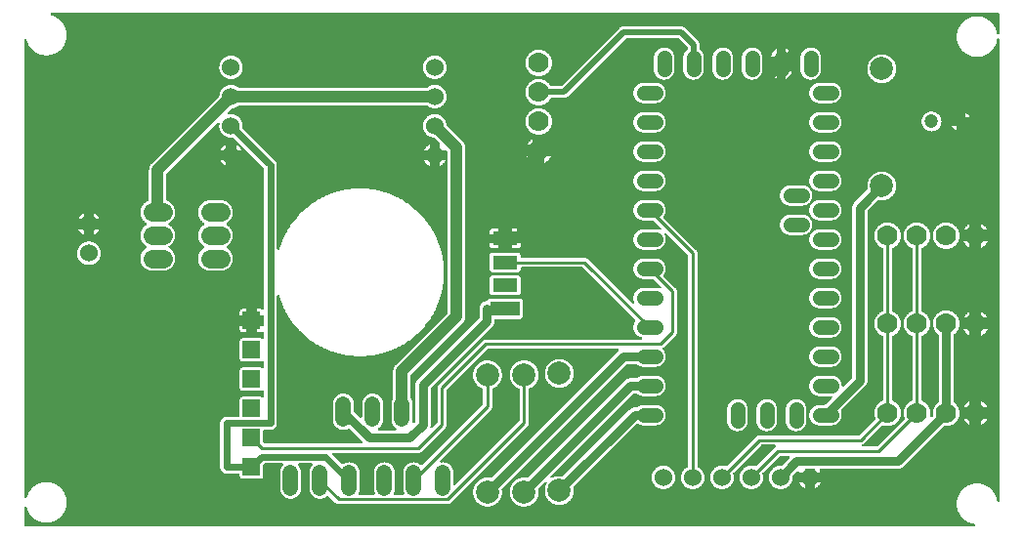
<source format=gbl>
G04 Layer: BottomLayer*
G04 EasyEDA v6.4.7, 2020-11-10T19:46:02+00:00*
G04 68ef014cab984e83be15227dbec4fbb5,fc2761ce2fcb42ad9aa58f7a23a2c2a4,10*
G04 Gerber Generator version 0.2*
G04 Scale: 100 percent, Rotated: No, Reflected: No *
G04 Dimensions in millimeters *
G04 leading zeros omitted , absolute positions ,3 integer and 3 decimal *
%FSLAX33Y33*%
%MOMM*%
G90*
D02*

%ADD11C,0.499999*%
%ADD12C,0.289992*%
%ADD13C,0.799998*%
%ADD14C,0.599999*%
%ADD16C,0.999998*%
%ADD18C,1.999996*%
%ADD19C,1.199896*%
%ADD20R,2.540000X1.270000*%
%ADD21R,2.159000X1.198880*%
%ADD22C,1.778000*%
%ADD23C,1.524000*%
%ADD24R,1.524000X1.524000*%
%ADD25C,1.270000*%
%ADD26C,1.320800*%
%ADD27C,1.599997*%

%LPD*%
G36*
G01X84641Y44743D02*
G01X2616Y44743D01*
G01X2602Y44742D01*
G01X2588Y44739D01*
G01X2574Y44734D01*
G01X2561Y44727D01*
G01X2550Y44718D01*
G01X2540Y44708D01*
G01X2531Y44696D01*
G01X2524Y44684D01*
G01X2519Y44670D01*
G01X2516Y44656D01*
G01X2515Y44641D01*
G01X2516Y44627D01*
G01X2519Y44612D01*
G01X2524Y44598D01*
G01X2532Y44585D01*
G01X2541Y44573D01*
G01X2552Y44563D01*
G01X2564Y44554D01*
G01X2577Y44548D01*
G01X2591Y44543D01*
G01X2650Y44527D01*
G01X2709Y44509D01*
G01X2766Y44489D01*
G01X2823Y44466D01*
G01X2879Y44442D01*
G01X2935Y44416D01*
G01X2989Y44388D01*
G01X3042Y44359D01*
G01X3095Y44327D01*
G01X3146Y44293D01*
G01X3196Y44258D01*
G01X3244Y44221D01*
G01X3292Y44183D01*
G01X3338Y44142D01*
G01X3382Y44101D01*
G01X3425Y44057D01*
G01X3467Y44013D01*
G01X3507Y43966D01*
G01X3545Y43919D01*
G01X3582Y43870D01*
G01X3617Y43820D01*
G01X3650Y43768D01*
G01X3681Y43716D01*
G01X3711Y43663D01*
G01X3738Y43608D01*
G01X3764Y43553D01*
G01X3788Y43496D01*
G01X3810Y43439D01*
G01X3830Y43382D01*
G01X3847Y43323D01*
G01X3863Y43264D01*
G01X3877Y43204D01*
G01X3889Y43144D01*
G01X3898Y43084D01*
G01X3905Y43023D01*
G01X3911Y42963D01*
G01X3914Y42902D01*
G01X3915Y42841D01*
G01X3914Y42781D01*
G01X3911Y42721D01*
G01X3906Y42661D01*
G01X3899Y42601D01*
G01X3889Y42542D01*
G01X3878Y42483D01*
G01X3865Y42425D01*
G01X3850Y42367D01*
G01X3833Y42309D01*
G01X3814Y42252D01*
G01X3793Y42196D01*
G01X3770Y42141D01*
G01X3745Y42086D01*
G01X3718Y42032D01*
G01X3690Y41980D01*
G01X3659Y41928D01*
G01X3627Y41877D01*
G01X3594Y41828D01*
G01X3558Y41779D01*
G01X3521Y41732D01*
G01X3482Y41686D01*
G01X3442Y41642D01*
G01X3401Y41598D01*
G01X3357Y41557D01*
G01X3313Y41517D01*
G01X3267Y41478D01*
G01X3220Y41441D01*
G01X3171Y41405D01*
G01X3122Y41372D01*
G01X3071Y41340D01*
G01X3019Y41309D01*
G01X2967Y41281D01*
G01X2913Y41254D01*
G01X2858Y41229D01*
G01X2803Y41206D01*
G01X2747Y41185D01*
G01X2690Y41166D01*
G01X2632Y41149D01*
G01X2574Y41134D01*
G01X2516Y41121D01*
G01X2457Y41110D01*
G01X2398Y41100D01*
G01X2338Y41093D01*
G01X2278Y41088D01*
G01X2218Y41085D01*
G01X2159Y41084D01*
G01X2097Y41085D01*
G01X2036Y41088D01*
G01X1976Y41094D01*
G01X1915Y41101D01*
G01X1855Y41110D01*
G01X1795Y41122D01*
G01X1735Y41136D01*
G01X1676Y41152D01*
G01X1618Y41169D01*
G01X1560Y41189D01*
G01X1503Y41211D01*
G01X1446Y41235D01*
G01X1391Y41261D01*
G01X1336Y41288D01*
G01X1283Y41318D01*
G01X1231Y41349D01*
G01X1179Y41382D01*
G01X1129Y41417D01*
G01X1080Y41454D01*
G01X1033Y41492D01*
G01X986Y41532D01*
G01X942Y41574D01*
G01X898Y41617D01*
G01X857Y41661D01*
G01X816Y41707D01*
G01X778Y41755D01*
G01X741Y41803D01*
G01X706Y41853D01*
G01X672Y41904D01*
G01X640Y41957D01*
G01X611Y42010D01*
G01X583Y42064D01*
G01X557Y42120D01*
G01X533Y42176D01*
G01X510Y42233D01*
G01X490Y42290D01*
G01X472Y42349D01*
G01X456Y42408D01*
G01X451Y42422D01*
G01X445Y42435D01*
G01X436Y42447D01*
G01X426Y42458D01*
G01X414Y42467D01*
G01X401Y42475D01*
G01X387Y42480D01*
G01X372Y42483D01*
G01X358Y42484D01*
G01X343Y42483D01*
G01X329Y42480D01*
G01X315Y42475D01*
G01X303Y42468D01*
G01X291Y42460D01*
G01X281Y42449D01*
G01X272Y42438D01*
G01X265Y42425D01*
G01X260Y42411D01*
G01X257Y42397D01*
G01X256Y42383D01*
G01X256Y2785D01*
G01X257Y2771D01*
G01X260Y2757D01*
G01X265Y2743D01*
G01X272Y2730D01*
G01X281Y2719D01*
G01X291Y2709D01*
G01X303Y2700D01*
G01X315Y2693D01*
G01X329Y2688D01*
G01X343Y2685D01*
G01X358Y2684D01*
G01X372Y2685D01*
G01X387Y2688D01*
G01X401Y2693D01*
G01X414Y2701D01*
G01X426Y2710D01*
G01X436Y2721D01*
G01X445Y2733D01*
G01X451Y2746D01*
G01X456Y2760D01*
G01X472Y2819D01*
G01X490Y2878D01*
G01X510Y2935D01*
G01X533Y2992D01*
G01X557Y3048D01*
G01X583Y3104D01*
G01X611Y3158D01*
G01X640Y3211D01*
G01X672Y3264D01*
G01X706Y3315D01*
G01X741Y3365D01*
G01X778Y3413D01*
G01X816Y3461D01*
G01X857Y3507D01*
G01X898Y3551D01*
G01X942Y3594D01*
G01X986Y3636D01*
G01X1033Y3676D01*
G01X1080Y3714D01*
G01X1129Y3751D01*
G01X1179Y3786D01*
G01X1231Y3819D01*
G01X1283Y3850D01*
G01X1336Y3880D01*
G01X1391Y3907D01*
G01X1446Y3933D01*
G01X1503Y3957D01*
G01X1560Y3979D01*
G01X1618Y3999D01*
G01X1676Y4016D01*
G01X1735Y4032D01*
G01X1795Y4046D01*
G01X1855Y4058D01*
G01X1915Y4067D01*
G01X1976Y4074D01*
G01X2036Y4080D01*
G01X2097Y4083D01*
G01X2159Y4084D01*
G01X2218Y4083D01*
G01X2278Y4080D01*
G01X2338Y4075D01*
G01X2398Y4068D01*
G01X2457Y4058D01*
G01X2516Y4047D01*
G01X2574Y4034D01*
G01X2632Y4019D01*
G01X2690Y4002D01*
G01X2747Y3983D01*
G01X2803Y3962D01*
G01X2858Y3939D01*
G01X2913Y3914D01*
G01X2967Y3887D01*
G01X3019Y3859D01*
G01X3071Y3828D01*
G01X3122Y3796D01*
G01X3171Y3763D01*
G01X3220Y3727D01*
G01X3267Y3690D01*
G01X3313Y3651D01*
G01X3357Y3611D01*
G01X3401Y3570D01*
G01X3442Y3526D01*
G01X3482Y3482D01*
G01X3521Y3436D01*
G01X3558Y3389D01*
G01X3594Y3340D01*
G01X3627Y3291D01*
G01X3659Y3240D01*
G01X3690Y3188D01*
G01X3718Y3136D01*
G01X3745Y3082D01*
G01X3770Y3027D01*
G01X3793Y2972D01*
G01X3814Y2916D01*
G01X3833Y2859D01*
G01X3850Y2801D01*
G01X3865Y2743D01*
G01X3878Y2685D01*
G01X3889Y2626D01*
G01X3899Y2567D01*
G01X3906Y2507D01*
G01X3911Y2447D01*
G01X3914Y2387D01*
G01X3915Y2328D01*
G01X3914Y2268D01*
G01X3911Y2208D01*
G01X3906Y2148D01*
G01X3899Y2088D01*
G01X3889Y2029D01*
G01X3878Y1970D01*
G01X3865Y1912D01*
G01X3850Y1854D01*
G01X3833Y1796D01*
G01X3814Y1739D01*
G01X3793Y1683D01*
G01X3770Y1628D01*
G01X3745Y1573D01*
G01X3718Y1519D01*
G01X3690Y1467D01*
G01X3659Y1415D01*
G01X3627Y1364D01*
G01X3594Y1315D01*
G01X3558Y1266D01*
G01X3521Y1219D01*
G01X3482Y1173D01*
G01X3442Y1129D01*
G01X3401Y1085D01*
G01X3357Y1044D01*
G01X3313Y1004D01*
G01X3267Y965D01*
G01X3220Y928D01*
G01X3171Y892D01*
G01X3122Y859D01*
G01X3071Y827D01*
G01X3019Y796D01*
G01X2967Y768D01*
G01X2913Y741D01*
G01X2858Y716D01*
G01X2803Y693D01*
G01X2747Y672D01*
G01X2690Y653D01*
G01X2632Y636D01*
G01X2574Y621D01*
G01X2516Y608D01*
G01X2457Y597D01*
G01X2398Y587D01*
G01X2338Y580D01*
G01X2278Y575D01*
G01X2218Y572D01*
G01X2159Y571D01*
G01X2097Y572D01*
G01X2036Y575D01*
G01X1976Y581D01*
G01X1915Y588D01*
G01X1855Y597D01*
G01X1795Y609D01*
G01X1735Y623D01*
G01X1676Y639D01*
G01X1618Y656D01*
G01X1560Y676D01*
G01X1503Y698D01*
G01X1446Y722D01*
G01X1391Y748D01*
G01X1336Y775D01*
G01X1283Y805D01*
G01X1231Y836D01*
G01X1179Y869D01*
G01X1129Y904D01*
G01X1080Y941D01*
G01X1033Y979D01*
G01X986Y1019D01*
G01X942Y1061D01*
G01X898Y1104D01*
G01X857Y1148D01*
G01X816Y1194D01*
G01X778Y1242D01*
G01X741Y1290D01*
G01X706Y1340D01*
G01X672Y1391D01*
G01X640Y1444D01*
G01X611Y1497D01*
G01X583Y1551D01*
G01X557Y1607D01*
G01X533Y1663D01*
G01X510Y1720D01*
G01X490Y1777D01*
G01X472Y1836D01*
G01X456Y1895D01*
G01X451Y1909D01*
G01X445Y1922D01*
G01X436Y1934D01*
G01X426Y1945D01*
G01X414Y1954D01*
G01X401Y1962D01*
G01X387Y1967D01*
G01X372Y1970D01*
G01X358Y1971D01*
G01X343Y1970D01*
G01X329Y1967D01*
G01X315Y1962D01*
G01X303Y1955D01*
G01X291Y1947D01*
G01X281Y1936D01*
G01X272Y1925D01*
G01X265Y1912D01*
G01X260Y1898D01*
G01X257Y1884D01*
G01X256Y1870D01*
G01X256Y358D01*
G01X257Y343D01*
G01X260Y329D01*
G01X265Y315D01*
G01X272Y303D01*
G01X281Y291D01*
G01X291Y281D01*
G01X303Y272D01*
G01X315Y265D01*
G01X329Y260D01*
G01X343Y257D01*
G01X358Y256D01*
G01X82566Y256D01*
G01X82580Y257D01*
G01X82594Y260D01*
G01X82608Y265D01*
G01X82621Y272D01*
G01X82632Y281D01*
G01X82643Y291D01*
G01X82651Y303D01*
G01X82658Y315D01*
G01X82663Y329D01*
G01X82666Y343D01*
G01X82667Y358D01*
G01X82666Y372D01*
G01X82663Y387D01*
G01X82658Y400D01*
G01X82651Y413D01*
G01X82642Y425D01*
G01X82632Y435D01*
G01X82620Y444D01*
G01X82607Y451D01*
G01X82593Y455D01*
G01X82579Y458D01*
G01X82519Y467D01*
G01X82460Y478D01*
G01X82401Y491D01*
G01X82342Y506D01*
G01X82284Y522D01*
G01X82227Y541D01*
G01X82170Y562D01*
G01X82115Y585D01*
G01X82059Y609D01*
G01X82005Y636D01*
G01X81952Y664D01*
G01X81900Y694D01*
G01X81849Y726D01*
G01X81799Y760D01*
G01X81750Y795D01*
G01X81702Y832D01*
G01X81656Y871D01*
G01X81611Y911D01*
G01X81567Y953D01*
G01X81525Y996D01*
G01X81484Y1041D01*
G01X81445Y1087D01*
G01X81408Y1134D01*
G01X81372Y1182D01*
G01X81338Y1232D01*
G01X81306Y1283D01*
G01X81275Y1335D01*
G01X81246Y1388D01*
G01X81219Y1442D01*
G01X81194Y1497D01*
G01X81171Y1553D01*
G01X81150Y1609D01*
G01X81130Y1666D01*
G01X81113Y1724D01*
G01X81097Y1782D01*
G01X81084Y1841D01*
G01X81073Y1900D01*
G01X81064Y1960D01*
G01X81056Y2020D01*
G01X81051Y2080D01*
G01X81048Y2140D01*
G01X81047Y2201D01*
G01X81048Y2260D01*
G01X81051Y2320D01*
G01X81056Y2380D01*
G01X81063Y2440D01*
G01X81073Y2499D01*
G01X81084Y2558D01*
G01X81097Y2616D01*
G01X81112Y2674D01*
G01X81129Y2732D01*
G01X81148Y2789D01*
G01X81169Y2845D01*
G01X81192Y2900D01*
G01X81217Y2955D01*
G01X81244Y3009D01*
G01X81272Y3061D01*
G01X81303Y3113D01*
G01X81335Y3164D01*
G01X81368Y3213D01*
G01X81404Y3262D01*
G01X81441Y3309D01*
G01X81480Y3355D01*
G01X81520Y3399D01*
G01X81561Y3443D01*
G01X81605Y3484D01*
G01X81649Y3524D01*
G01X81695Y3563D01*
G01X81742Y3600D01*
G01X81791Y3636D01*
G01X81840Y3669D01*
G01X81891Y3701D01*
G01X81943Y3732D01*
G01X81995Y3760D01*
G01X82049Y3787D01*
G01X82104Y3812D01*
G01X82159Y3835D01*
G01X82215Y3856D01*
G01X82272Y3875D01*
G01X82330Y3892D01*
G01X82388Y3907D01*
G01X82446Y3920D01*
G01X82505Y3931D01*
G01X82564Y3941D01*
G01X82624Y3948D01*
G01X82684Y3953D01*
G01X82744Y3956D01*
G01X82804Y3957D01*
G01X82864Y3956D01*
G01X82925Y3953D01*
G01X82986Y3948D01*
G01X83047Y3940D01*
G01X83107Y3931D01*
G01X83167Y3919D01*
G01X83226Y3905D01*
G01X83285Y3890D01*
G01X83343Y3872D01*
G01X83401Y3852D01*
G01X83458Y3831D01*
G01X83514Y3807D01*
G01X83569Y3781D01*
G01X83624Y3754D01*
G01X83677Y3724D01*
G01X83730Y3693D01*
G01X83781Y3660D01*
G01X83831Y3625D01*
G01X83880Y3589D01*
G01X83927Y3551D01*
G01X83973Y3511D01*
G01X84018Y3469D01*
G01X84061Y3427D01*
G01X84103Y3382D01*
G01X84143Y3336D01*
G01X84182Y3289D01*
G01X84219Y3241D01*
G01X84254Y3191D01*
G01X84288Y3140D01*
G01X84319Y3088D01*
G01X84349Y3035D01*
G01X84377Y2981D01*
G01X84403Y2926D01*
G01X84428Y2870D01*
G01X84450Y2813D01*
G01X84470Y2755D01*
G01X84488Y2697D01*
G01X84505Y2638D01*
G01X84519Y2579D01*
G01X84531Y2519D01*
G01X84541Y2459D01*
G01X84544Y2445D01*
G01X84549Y2432D01*
G01X84556Y2419D01*
G01X84565Y2407D01*
G01X84575Y2397D01*
G01X84587Y2389D01*
G01X84599Y2382D01*
G01X84613Y2377D01*
G01X84627Y2374D01*
G01X84641Y2373D01*
G01X84656Y2374D01*
G01X84670Y2377D01*
G01X84684Y2382D01*
G01X84696Y2389D01*
G01X84708Y2397D01*
G01X84718Y2408D01*
G01X84727Y2419D01*
G01X84734Y2432D01*
G01X84739Y2446D01*
G01X84742Y2460D01*
G01X84743Y2474D01*
G01X84743Y42440D01*
G01X84742Y42454D01*
G01X84739Y42468D01*
G01X84734Y42482D01*
G01X84727Y42495D01*
G01X84718Y42506D01*
G01X84708Y42517D01*
G01X84696Y42525D01*
G01X84684Y42532D01*
G01X84670Y42537D01*
G01X84656Y42540D01*
G01X84641Y42541D01*
G01X84627Y42540D01*
G01X84613Y42537D01*
G01X84599Y42532D01*
G01X84587Y42525D01*
G01X84575Y42517D01*
G01X84565Y42507D01*
G01X84556Y42495D01*
G01X84549Y42482D01*
G01X84544Y42469D01*
G01X84541Y42455D01*
G01X84531Y42395D01*
G01X84519Y42335D01*
G01X84505Y42276D01*
G01X84488Y42217D01*
G01X84470Y42159D01*
G01X84450Y42101D01*
G01X84428Y42044D01*
G01X84403Y41988D01*
G01X84377Y41933D01*
G01X84349Y41879D01*
G01X84319Y41826D01*
G01X84288Y41774D01*
G01X84254Y41723D01*
G01X84219Y41673D01*
G01X84182Y41625D01*
G01X84143Y41578D01*
G01X84103Y41532D01*
G01X84061Y41488D01*
G01X84018Y41445D01*
G01X83973Y41403D01*
G01X83927Y41363D01*
G01X83880Y41325D01*
G01X83831Y41289D01*
G01X83781Y41254D01*
G01X83730Y41221D01*
G01X83677Y41190D01*
G01X83624Y41160D01*
G01X83569Y41133D01*
G01X83514Y41107D01*
G01X83458Y41083D01*
G01X83401Y41062D01*
G01X83343Y41042D01*
G01X83285Y41024D01*
G01X83226Y41009D01*
G01X83167Y40995D01*
G01X83107Y40983D01*
G01X83047Y40974D01*
G01X82986Y40966D01*
G01X82925Y40961D01*
G01X82864Y40958D01*
G01X82804Y40957D01*
G01X82744Y40958D01*
G01X82684Y40961D01*
G01X82624Y40966D01*
G01X82564Y40973D01*
G01X82505Y40983D01*
G01X82446Y40994D01*
G01X82388Y41007D01*
G01X82330Y41022D01*
G01X82272Y41039D01*
G01X82215Y41058D01*
G01X82159Y41079D01*
G01X82104Y41102D01*
G01X82049Y41127D01*
G01X81995Y41154D01*
G01X81943Y41182D01*
G01X81891Y41213D01*
G01X81840Y41245D01*
G01X81791Y41278D01*
G01X81742Y41314D01*
G01X81695Y41351D01*
G01X81649Y41390D01*
G01X81605Y41430D01*
G01X81561Y41471D01*
G01X81520Y41515D01*
G01X81480Y41559D01*
G01X81441Y41605D01*
G01X81404Y41652D01*
G01X81368Y41701D01*
G01X81335Y41750D01*
G01X81303Y41801D01*
G01X81272Y41853D01*
G01X81244Y41905D01*
G01X81217Y41959D01*
G01X81192Y42014D01*
G01X81169Y42069D01*
G01X81148Y42125D01*
G01X81129Y42182D01*
G01X81112Y42240D01*
G01X81097Y42298D01*
G01X81084Y42356D01*
G01X81073Y42415D01*
G01X81063Y42474D01*
G01X81056Y42534D01*
G01X81051Y42594D01*
G01X81048Y42654D01*
G01X81047Y42714D01*
G01X81048Y42773D01*
G01X81051Y42833D01*
G01X81056Y42893D01*
G01X81063Y42953D01*
G01X81073Y43012D01*
G01X81084Y43071D01*
G01X81097Y43129D01*
G01X81112Y43187D01*
G01X81129Y43245D01*
G01X81148Y43302D01*
G01X81169Y43358D01*
G01X81192Y43413D01*
G01X81217Y43468D01*
G01X81244Y43522D01*
G01X81272Y43574D01*
G01X81303Y43626D01*
G01X81335Y43677D01*
G01X81368Y43726D01*
G01X81404Y43775D01*
G01X81441Y43822D01*
G01X81480Y43868D01*
G01X81520Y43912D01*
G01X81561Y43956D01*
G01X81605Y43997D01*
G01X81649Y44037D01*
G01X81695Y44076D01*
G01X81742Y44113D01*
G01X81791Y44149D01*
G01X81840Y44182D01*
G01X81891Y44214D01*
G01X81943Y44245D01*
G01X81995Y44273D01*
G01X82049Y44300D01*
G01X82104Y44325D01*
G01X82159Y44348D01*
G01X82215Y44369D01*
G01X82272Y44388D01*
G01X82330Y44405D01*
G01X82388Y44420D01*
G01X82446Y44433D01*
G01X82505Y44444D01*
G01X82564Y44454D01*
G01X82624Y44461D01*
G01X82684Y44466D01*
G01X82744Y44469D01*
G01X82804Y44470D01*
G01X82864Y44469D01*
G01X82925Y44466D01*
G01X82986Y44461D01*
G01X83047Y44453D01*
G01X83107Y44444D01*
G01X83167Y44432D01*
G01X83226Y44418D01*
G01X83285Y44403D01*
G01X83343Y44385D01*
G01X83401Y44365D01*
G01X83458Y44344D01*
G01X83514Y44320D01*
G01X83569Y44294D01*
G01X83624Y44267D01*
G01X83677Y44237D01*
G01X83730Y44206D01*
G01X83781Y44173D01*
G01X83831Y44138D01*
G01X83880Y44102D01*
G01X83927Y44064D01*
G01X83973Y44024D01*
G01X84018Y43982D01*
G01X84061Y43940D01*
G01X84103Y43895D01*
G01X84143Y43849D01*
G01X84182Y43802D01*
G01X84219Y43754D01*
G01X84254Y43704D01*
G01X84288Y43653D01*
G01X84319Y43601D01*
G01X84349Y43548D01*
G01X84377Y43494D01*
G01X84403Y43439D01*
G01X84428Y43383D01*
G01X84450Y43326D01*
G01X84470Y43268D01*
G01X84488Y43210D01*
G01X84505Y43151D01*
G01X84519Y43092D01*
G01X84531Y43032D01*
G01X84541Y42972D01*
G01X84544Y42958D01*
G01X84549Y42945D01*
G01X84556Y42932D01*
G01X84565Y42920D01*
G01X84575Y42910D01*
G01X84587Y42902D01*
G01X84599Y42895D01*
G01X84613Y42890D01*
G01X84627Y42887D01*
G01X84641Y42886D01*
G01X84656Y42887D01*
G01X84670Y42890D01*
G01X84684Y42895D01*
G01X84696Y42902D01*
G01X84708Y42910D01*
G01X84718Y42921D01*
G01X84727Y42932D01*
G01X84734Y42945D01*
G01X84739Y42959D01*
G01X84742Y42973D01*
G01X84743Y42987D01*
G01X84743Y44641D01*
G01X84742Y44656D01*
G01X84739Y44670D01*
G01X84734Y44684D01*
G01X84727Y44696D01*
G01X84718Y44708D01*
G01X84708Y44718D01*
G01X84696Y44727D01*
G01X84684Y44734D01*
G01X84670Y44739D01*
G01X84656Y44742D01*
G01X84641Y44743D01*
G37*

%LPC*%
G36*
G01X18208Y38524D02*
G01X18161Y38525D01*
G01X18115Y38524D01*
G01X18069Y38521D01*
G01X18024Y38516D01*
G01X17978Y38509D01*
G01X17934Y38499D01*
G01X17889Y38488D01*
G01X17845Y38475D01*
G01X17802Y38460D01*
G01X17760Y38443D01*
G01X17718Y38424D01*
G01X17677Y38403D01*
G01X17637Y38380D01*
G01X17599Y38356D01*
G01X17561Y38330D01*
G01X17525Y38302D01*
G01X17489Y38273D01*
G01X17456Y38242D01*
G01X17423Y38209D01*
G01X17393Y38176D01*
G01X17363Y38140D01*
G01X17336Y38104D01*
G01X17310Y38066D01*
G01X17285Y38027D01*
G01X17263Y37988D01*
G01X17242Y37947D01*
G01X17223Y37905D01*
G01X17206Y37863D01*
G01X17191Y37819D01*
G01X17178Y37775D01*
G01X17167Y37731D01*
G01X17158Y37686D01*
G01X17151Y37641D01*
G01X17146Y37595D01*
G01X17143Y37578D01*
G01X17137Y37561D01*
G01X17128Y37546D01*
G01X17116Y37532D01*
G01X11276Y31691D01*
G01X11248Y31663D01*
G01X11223Y31633D01*
G01X11198Y31601D01*
G01X11176Y31569D01*
G01X11155Y31535D01*
G01X11136Y31500D01*
G01X11119Y31464D01*
G01X11104Y31428D01*
G01X11091Y31390D01*
G01X11080Y31352D01*
G01X11070Y31314D01*
G01X11063Y31275D01*
G01X11058Y31236D01*
G01X11055Y31196D01*
G01X11054Y31157D01*
G01X11054Y28557D01*
G01X11053Y28542D01*
G01X11049Y28527D01*
G01X11044Y28513D01*
G01X11036Y28500D01*
G01X11026Y28488D01*
G01X11015Y28477D01*
G01X11002Y28469D01*
G01X10988Y28462D01*
G01X10944Y28445D01*
G01X10901Y28425D01*
G01X10859Y28403D01*
G01X10818Y28380D01*
G01X10778Y28355D01*
G01X10739Y28328D01*
G01X10701Y28299D01*
G01X10665Y28269D01*
G01X10630Y28237D01*
G01X10596Y28203D01*
G01X10564Y28168D01*
G01X10534Y28132D01*
G01X10505Y28094D01*
G01X10478Y28055D01*
G01X10453Y28015D01*
G01X10430Y27974D01*
G01X10408Y27932D01*
G01X10389Y27888D01*
G01X10371Y27844D01*
G01X10356Y27800D01*
G01X10342Y27754D01*
G01X10330Y27708D01*
G01X10321Y27662D01*
G01X10314Y27615D01*
G01X10308Y27568D01*
G01X10305Y27521D01*
G01X10304Y27474D01*
G01X10305Y27426D01*
G01X10308Y27378D01*
G01X10314Y27330D01*
G01X10321Y27283D01*
G01X10331Y27236D01*
G01X10343Y27190D01*
G01X10357Y27144D01*
G01X10373Y27099D01*
G01X10390Y27055D01*
G01X10410Y27011D01*
G01X10432Y26969D01*
G01X10456Y26927D01*
G01X10482Y26887D01*
G01X10509Y26848D01*
G01X10538Y26810D01*
G01X10569Y26773D01*
G01X10602Y26738D01*
G01X10636Y26705D01*
G01X10671Y26673D01*
G01X10708Y26642D01*
G01X10746Y26614D01*
G01X10786Y26587D01*
G01X10827Y26562D01*
G01X10839Y26553D01*
G01X10850Y26543D01*
G01X10860Y26531D01*
G01X10867Y26518D01*
G01X10873Y26504D01*
G01X10876Y26489D01*
G01X10877Y26474D01*
G01X10876Y26459D01*
G01X10873Y26444D01*
G01X10867Y26430D01*
G01X10860Y26417D01*
G01X10850Y26405D01*
G01X10839Y26395D01*
G01X10827Y26386D01*
G01X10786Y26361D01*
G01X10746Y26334D01*
G01X10708Y26306D01*
G01X10671Y26275D01*
G01X10636Y26243D01*
G01X10602Y26210D01*
G01X10569Y26175D01*
G01X10538Y26138D01*
G01X10509Y26100D01*
G01X10482Y26061D01*
G01X10456Y26021D01*
G01X10432Y25979D01*
G01X10410Y25937D01*
G01X10390Y25893D01*
G01X10373Y25849D01*
G01X10357Y25804D01*
G01X10343Y25758D01*
G01X10331Y25712D01*
G01X10321Y25665D01*
G01X10314Y25618D01*
G01X10308Y25570D01*
G01X10305Y25522D01*
G01X10304Y25475D01*
G01X10305Y25427D01*
G01X10308Y25379D01*
G01X10314Y25331D01*
G01X10321Y25284D01*
G01X10331Y25237D01*
G01X10343Y25190D01*
G01X10357Y25145D01*
G01X10373Y25099D01*
G01X10391Y25055D01*
G01X10411Y25011D01*
G01X10433Y24969D01*
G01X10457Y24927D01*
G01X10482Y24887D01*
G01X10510Y24848D01*
G01X10539Y24810D01*
G01X10570Y24773D01*
G01X10603Y24738D01*
G01X10637Y24705D01*
G01X10673Y24673D01*
G01X10710Y24642D01*
G01X10748Y24613D01*
G01X10788Y24587D01*
G01X10829Y24562D01*
G01X10841Y24553D01*
G01X10852Y24543D01*
G01X10862Y24531D01*
G01X10869Y24518D01*
G01X10875Y24504D01*
G01X10878Y24489D01*
G01X10879Y24474D01*
G01X10878Y24459D01*
G01X10875Y24444D01*
G01X10869Y24430D01*
G01X10862Y24417D01*
G01X10852Y24405D01*
G01X10841Y24395D01*
G01X10829Y24386D01*
G01X10788Y24361D01*
G01X10748Y24334D01*
G01X10710Y24305D01*
G01X10673Y24275D01*
G01X10637Y24243D01*
G01X10603Y24209D01*
G01X10570Y24174D01*
G01X10539Y24138D01*
G01X10510Y24100D01*
G01X10482Y24061D01*
G01X10457Y24020D01*
G01X10433Y23979D01*
G01X10411Y23936D01*
G01X10391Y23892D01*
G01X10373Y23848D01*
G01X10357Y23803D01*
G01X10343Y23757D01*
G01X10331Y23711D01*
G01X10321Y23664D01*
G01X10314Y23616D01*
G01X10308Y23569D01*
G01X10305Y23521D01*
G01X10304Y23473D01*
G01X10305Y23426D01*
G01X10308Y23378D01*
G01X10314Y23331D01*
G01X10321Y23284D01*
G01X10330Y23238D01*
G01X10342Y23192D01*
G01X10356Y23147D01*
G01X10371Y23102D01*
G01X10389Y23058D01*
G01X10409Y23015D01*
G01X10430Y22972D01*
G01X10454Y22931D01*
G01X10479Y22891D01*
G01X10506Y22852D01*
G01X10534Y22814D01*
G01X10565Y22778D01*
G01X10597Y22743D01*
G01X10630Y22709D01*
G01X10665Y22677D01*
G01X10702Y22647D01*
G01X10739Y22618D01*
G01X10778Y22591D01*
G01X10819Y22566D01*
G01X10860Y22543D01*
G01X10902Y22521D01*
G01X10945Y22501D01*
G01X10989Y22484D01*
G01X11034Y22468D01*
G01X11079Y22455D01*
G01X11125Y22443D01*
G01X11172Y22433D01*
G01X11219Y22426D01*
G01X11266Y22421D01*
G01X11313Y22418D01*
G01X11361Y22416D01*
G01X12261Y22416D01*
G01X12308Y22418D01*
G01X12355Y22421D01*
G01X12402Y22426D01*
G01X12449Y22433D01*
G01X12496Y22443D01*
G01X12542Y22455D01*
G01X12587Y22468D01*
G01X12632Y22484D01*
G01X12676Y22501D01*
G01X12719Y22521D01*
G01X12761Y22543D01*
G01X12802Y22566D01*
G01X12843Y22591D01*
G01X12882Y22618D01*
G01X12919Y22647D01*
G01X12956Y22677D01*
G01X12991Y22709D01*
G01X13024Y22743D01*
G01X13056Y22778D01*
G01X13087Y22814D01*
G01X13115Y22852D01*
G01X13142Y22891D01*
G01X13167Y22931D01*
G01X13191Y22972D01*
G01X13212Y23015D01*
G01X13232Y23058D01*
G01X13250Y23102D01*
G01X13265Y23147D01*
G01X13279Y23192D01*
G01X13291Y23238D01*
G01X13300Y23284D01*
G01X13307Y23331D01*
G01X13313Y23378D01*
G01X13316Y23426D01*
G01X13317Y23473D01*
G01X13316Y23521D01*
G01X13313Y23569D01*
G01X13307Y23616D01*
G01X13300Y23664D01*
G01X13290Y23711D01*
G01X13278Y23757D01*
G01X13264Y23803D01*
G01X13248Y23848D01*
G01X13230Y23892D01*
G01X13210Y23936D01*
G01X13188Y23979D01*
G01X13164Y24020D01*
G01X13139Y24061D01*
G01X13111Y24100D01*
G01X13082Y24138D01*
G01X13051Y24174D01*
G01X13018Y24209D01*
G01X12984Y24243D01*
G01X12948Y24275D01*
G01X12911Y24305D01*
G01X12873Y24334D01*
G01X12833Y24361D01*
G01X12792Y24386D01*
G01X12780Y24395D01*
G01X12769Y24405D01*
G01X12759Y24417D01*
G01X12752Y24430D01*
G01X12746Y24444D01*
G01X12743Y24459D01*
G01X12742Y24474D01*
G01X12743Y24489D01*
G01X12746Y24504D01*
G01X12752Y24518D01*
G01X12759Y24531D01*
G01X12769Y24543D01*
G01X12780Y24553D01*
G01X12792Y24562D01*
G01X12833Y24587D01*
G01X12873Y24613D01*
G01X12911Y24642D01*
G01X12948Y24673D01*
G01X12984Y24705D01*
G01X13018Y24738D01*
G01X13051Y24773D01*
G01X13082Y24810D01*
G01X13111Y24848D01*
G01X13139Y24887D01*
G01X13164Y24927D01*
G01X13188Y24969D01*
G01X13210Y25011D01*
G01X13230Y25055D01*
G01X13248Y25099D01*
G01X13264Y25145D01*
G01X13278Y25190D01*
G01X13290Y25237D01*
G01X13300Y25284D01*
G01X13307Y25331D01*
G01X13313Y25379D01*
G01X13316Y25427D01*
G01X13317Y25475D01*
G01X13316Y25522D01*
G01X13313Y25570D01*
G01X13307Y25618D01*
G01X13300Y25665D01*
G01X13290Y25712D01*
G01X13278Y25758D01*
G01X13264Y25804D01*
G01X13248Y25849D01*
G01X13231Y25893D01*
G01X13211Y25937D01*
G01X13189Y25979D01*
G01X13165Y26021D01*
G01X13139Y26061D01*
G01X13112Y26100D01*
G01X13083Y26138D01*
G01X13052Y26175D01*
G01X13019Y26210D01*
G01X12985Y26243D01*
G01X12950Y26275D01*
G01X12913Y26306D01*
G01X12875Y26334D01*
G01X12835Y26361D01*
G01X12794Y26386D01*
G01X12782Y26395D01*
G01X12771Y26405D01*
G01X12761Y26417D01*
G01X12754Y26430D01*
G01X12748Y26444D01*
G01X12745Y26459D01*
G01X12744Y26474D01*
G01X12745Y26489D01*
G01X12748Y26504D01*
G01X12754Y26518D01*
G01X12761Y26531D01*
G01X12771Y26543D01*
G01X12782Y26553D01*
G01X12794Y26562D01*
G01X12835Y26587D01*
G01X12875Y26614D01*
G01X12913Y26642D01*
G01X12950Y26673D01*
G01X12985Y26705D01*
G01X13019Y26738D01*
G01X13052Y26773D01*
G01X13083Y26810D01*
G01X13112Y26848D01*
G01X13139Y26887D01*
G01X13165Y26927D01*
G01X13189Y26969D01*
G01X13211Y27011D01*
G01X13231Y27055D01*
G01X13248Y27099D01*
G01X13264Y27144D01*
G01X13278Y27190D01*
G01X13290Y27236D01*
G01X13300Y27283D01*
G01X13307Y27330D01*
G01X13313Y27378D01*
G01X13316Y27426D01*
G01X13317Y27474D01*
G01X13316Y27521D01*
G01X13313Y27568D01*
G01X13307Y27615D01*
G01X13300Y27662D01*
G01X13291Y27708D01*
G01X13279Y27754D01*
G01X13265Y27800D01*
G01X13250Y27844D01*
G01X13232Y27888D01*
G01X13213Y27932D01*
G01X13191Y27974D01*
G01X13168Y28015D01*
G01X13143Y28055D01*
G01X13116Y28094D01*
G01X13087Y28132D01*
G01X13057Y28168D01*
G01X13025Y28203D01*
G01X12991Y28237D01*
G01X12956Y28269D01*
G01X12920Y28299D01*
G01X12882Y28328D01*
G01X12843Y28355D01*
G01X12803Y28380D01*
G01X12762Y28403D01*
G01X12720Y28425D01*
G01X12677Y28445D01*
G01X12633Y28462D01*
G01X12619Y28469D01*
G01X12606Y28477D01*
G01X12595Y28488D01*
G01X12585Y28500D01*
G01X12577Y28513D01*
G01X12572Y28527D01*
G01X12568Y28542D01*
G01X12567Y28557D01*
G01X12567Y30801D01*
G01X12568Y30817D01*
G01X12572Y30832D01*
G01X12578Y30847D01*
G01X12586Y30861D01*
G01X12597Y30873D01*
G01X16992Y35269D01*
G01X17005Y35279D01*
G01X17018Y35287D01*
G01X17033Y35293D01*
G01X17048Y35297D01*
G01X17064Y35298D01*
G01X17079Y35297D01*
G01X17093Y35294D01*
G01X17106Y35289D01*
G01X17119Y35282D01*
G01X17131Y35273D01*
G01X17141Y35263D01*
G01X17150Y35252D01*
G01X17157Y35239D01*
G01X17162Y35225D01*
G01X17165Y35211D01*
G01X17166Y35197D01*
G01X17164Y35176D01*
G01X17154Y35124D01*
G01X17147Y35072D01*
G01X17143Y35019D01*
G01X17142Y34967D01*
G01X17143Y34921D01*
G01X17146Y34875D01*
G01X17151Y34830D01*
G01X17158Y34785D01*
G01X17167Y34740D01*
G01X17179Y34696D01*
G01X17192Y34652D01*
G01X17207Y34609D01*
G01X17224Y34566D01*
G01X17243Y34525D01*
G01X17264Y34484D01*
G01X17286Y34444D01*
G01X17310Y34405D01*
G01X17336Y34368D01*
G01X17364Y34331D01*
G01X17393Y34296D01*
G01X17424Y34263D01*
G01X17457Y34230D01*
G01X17490Y34199D01*
G01X17525Y34170D01*
G01X17562Y34142D01*
G01X17599Y34116D01*
G01X17638Y34092D01*
G01X17678Y34070D01*
G01X17719Y34049D01*
G01X17760Y34030D01*
G01X17803Y34013D01*
G01X17846Y33998D01*
G01X17890Y33985D01*
G01X17934Y33973D01*
G01X17979Y33964D01*
G01X18024Y33957D01*
G01X18069Y33952D01*
G01X18115Y33949D01*
G01X18161Y33948D01*
G01X18214Y33949D01*
G01X18267Y33954D01*
G01X18320Y33961D01*
G01X18336Y33962D01*
G01X18352Y33961D01*
G01X18367Y33957D01*
G01X18382Y33951D01*
G01X18396Y33942D01*
G01X18408Y33932D01*
G01X21003Y31337D01*
G01X21014Y31325D01*
G01X21022Y31311D01*
G01X21028Y31296D01*
G01X21032Y31281D01*
G01X21033Y31265D01*
G01X21033Y19111D01*
G01X21032Y19097D01*
G01X21029Y19083D01*
G01X21024Y19069D01*
G01X21017Y19056D01*
G01X21008Y19045D01*
G01X20998Y19035D01*
G01X20986Y19026D01*
G01X20974Y19019D01*
G01X20960Y19014D01*
G01X20946Y19011D01*
G01X20931Y19010D01*
G01X20914Y19011D01*
G01X20896Y19016D01*
G01X20880Y19023D01*
G01X20866Y19034D01*
G01X20845Y19049D01*
G01X20824Y19063D01*
G01X20800Y19074D01*
G01X20776Y19083D01*
G01X20752Y19089D01*
G01X20726Y19093D01*
G01X20701Y19094D01*
G01X20383Y19094D01*
G01X20383Y18520D01*
G01X20931Y18520D01*
G01X20946Y18519D01*
G01X20960Y18516D01*
G01X20974Y18511D01*
G01X20986Y18504D01*
G01X20998Y18495D01*
G01X21008Y18485D01*
G01X21017Y18473D01*
G01X21024Y18461D01*
G01X21029Y18447D01*
G01X21032Y18433D01*
G01X21033Y18418D01*
G01X21033Y17733D01*
G01X21032Y17718D01*
G01X21029Y17704D01*
G01X21024Y17690D01*
G01X21017Y17678D01*
G01X21008Y17666D01*
G01X20998Y17656D01*
G01X20986Y17647D01*
G01X20974Y17640D01*
G01X20960Y17635D01*
G01X20946Y17632D01*
G01X20931Y17631D01*
G01X20383Y17631D01*
G01X20383Y17057D01*
G01X20701Y17057D01*
G01X20726Y17058D01*
G01X20752Y17062D01*
G01X20776Y17068D01*
G01X20800Y17077D01*
G01X20824Y17088D01*
G01X20845Y17102D01*
G01X20866Y17117D01*
G01X20880Y17128D01*
G01X20896Y17135D01*
G01X20914Y17140D01*
G01X20931Y17141D01*
G01X20946Y17140D01*
G01X20960Y17137D01*
G01X20974Y17132D01*
G01X20986Y17125D01*
G01X20998Y17116D01*
G01X21008Y17106D01*
G01X21017Y17095D01*
G01X21024Y17082D01*
G01X21029Y17068D01*
G01X21032Y17054D01*
G01X21033Y17040D01*
G01X21033Y16571D01*
G01X21032Y16557D01*
G01X21029Y16543D01*
G01X21024Y16529D01*
G01X21017Y16516D01*
G01X21008Y16505D01*
G01X20998Y16495D01*
G01X20986Y16486D01*
G01X20974Y16479D01*
G01X20960Y16474D01*
G01X20946Y16471D01*
G01X20931Y16470D01*
G01X20914Y16471D01*
G01X20896Y16476D01*
G01X20880Y16483D01*
G01X20866Y16494D01*
G01X20845Y16509D01*
G01X20824Y16523D01*
G01X20800Y16534D01*
G01X20776Y16543D01*
G01X20752Y16549D01*
G01X20726Y16553D01*
G01X20701Y16554D01*
G01X19177Y16554D01*
G01X19153Y16553D01*
G01X19129Y16550D01*
G01X19106Y16544D01*
G01X19084Y16537D01*
G01X19062Y16527D01*
G01X19041Y16516D01*
G01X19022Y16502D01*
G01X19004Y16487D01*
G01X18987Y16470D01*
G01X18972Y16452D01*
G01X18958Y16433D01*
G01X18947Y16412D01*
G01X18937Y16390D01*
G01X18930Y16368D01*
G01X18924Y16345D01*
G01X18921Y16321D01*
G01X18920Y16298D01*
G01X18920Y14774D01*
G01X18921Y14750D01*
G01X18924Y14726D01*
G01X18930Y14703D01*
G01X18937Y14681D01*
G01X18947Y14659D01*
G01X18958Y14638D01*
G01X18972Y14619D01*
G01X18987Y14601D01*
G01X19004Y14584D01*
G01X19022Y14569D01*
G01X19041Y14555D01*
G01X19062Y14544D01*
G01X19084Y14534D01*
G01X19106Y14527D01*
G01X19129Y14521D01*
G01X19153Y14518D01*
G01X19177Y14517D01*
G01X20701Y14517D01*
G01X20726Y14518D01*
G01X20752Y14522D01*
G01X20776Y14528D01*
G01X20800Y14537D01*
G01X20824Y14548D01*
G01X20845Y14562D01*
G01X20866Y14577D01*
G01X20880Y14588D01*
G01X20896Y14595D01*
G01X20914Y14600D01*
G01X20931Y14601D01*
G01X20946Y14600D01*
G01X20960Y14597D01*
G01X20974Y14592D01*
G01X20986Y14585D01*
G01X20998Y14576D01*
G01X21008Y14566D01*
G01X21017Y14555D01*
G01X21024Y14542D01*
G01X21029Y14528D01*
G01X21032Y14514D01*
G01X21033Y14500D01*
G01X21033Y14031D01*
G01X21032Y14017D01*
G01X21029Y14003D01*
G01X21024Y13989D01*
G01X21017Y13976D01*
G01X21008Y13965D01*
G01X20998Y13955D01*
G01X20986Y13946D01*
G01X20974Y13939D01*
G01X20960Y13934D01*
G01X20946Y13931D01*
G01X20931Y13930D01*
G01X20914Y13931D01*
G01X20896Y13936D01*
G01X20880Y13943D01*
G01X20866Y13954D01*
G01X20845Y13969D01*
G01X20824Y13983D01*
G01X20800Y13994D01*
G01X20776Y14003D01*
G01X20752Y14009D01*
G01X20726Y14013D01*
G01X20701Y14014D01*
G01X19177Y14014D01*
G01X19153Y14013D01*
G01X19129Y14010D01*
G01X19106Y14004D01*
G01X19084Y13997D01*
G01X19062Y13987D01*
G01X19041Y13976D01*
G01X19022Y13962D01*
G01X19004Y13947D01*
G01X18987Y13930D01*
G01X18972Y13912D01*
G01X18958Y13893D01*
G01X18947Y13872D01*
G01X18937Y13850D01*
G01X18930Y13828D01*
G01X18924Y13805D01*
G01X18921Y13781D01*
G01X18920Y13758D01*
G01X18920Y12234D01*
G01X18921Y12210D01*
G01X18924Y12186D01*
G01X18930Y12163D01*
G01X18937Y12141D01*
G01X18947Y12119D01*
G01X18958Y12098D01*
G01X18972Y12079D01*
G01X18987Y12061D01*
G01X19004Y12044D01*
G01X19022Y12029D01*
G01X19041Y12015D01*
G01X19062Y12004D01*
G01X19084Y11994D01*
G01X19106Y11987D01*
G01X19129Y11981D01*
G01X19153Y11978D01*
G01X19177Y11977D01*
G01X20701Y11977D01*
G01X20726Y11978D01*
G01X20752Y11982D01*
G01X20776Y11988D01*
G01X20800Y11997D01*
G01X20824Y12008D01*
G01X20845Y12022D01*
G01X20866Y12037D01*
G01X20880Y12048D01*
G01X20896Y12055D01*
G01X20914Y12060D01*
G01X20931Y12061D01*
G01X20946Y12060D01*
G01X20960Y12057D01*
G01X20974Y12052D01*
G01X20986Y12045D01*
G01X20998Y12036D01*
G01X21008Y12026D01*
G01X21017Y12015D01*
G01X21024Y12002D01*
G01X21029Y11988D01*
G01X21032Y11974D01*
G01X21033Y11960D01*
G01X21033Y11491D01*
G01X21032Y11477D01*
G01X21029Y11463D01*
G01X21024Y11449D01*
G01X21017Y11436D01*
G01X21008Y11425D01*
G01X20998Y11415D01*
G01X20986Y11406D01*
G01X20974Y11399D01*
G01X20960Y11394D01*
G01X20946Y11391D01*
G01X20931Y11390D01*
G01X20914Y11391D01*
G01X20896Y11396D01*
G01X20880Y11403D01*
G01X20866Y11414D01*
G01X20845Y11429D01*
G01X20824Y11443D01*
G01X20800Y11454D01*
G01X20776Y11463D01*
G01X20752Y11469D01*
G01X20726Y11473D01*
G01X20701Y11474D01*
G01X19177Y11474D01*
G01X19153Y11473D01*
G01X19129Y11470D01*
G01X19106Y11464D01*
G01X19084Y11457D01*
G01X19062Y11447D01*
G01X19041Y11436D01*
G01X19022Y11422D01*
G01X19004Y11407D01*
G01X18987Y11390D01*
G01X18972Y11372D01*
G01X18958Y11353D01*
G01X18947Y11332D01*
G01X18937Y11310D01*
G01X18930Y11288D01*
G01X18924Y11265D01*
G01X18921Y11241D01*
G01X18920Y11218D01*
G01X18920Y9844D01*
G01X18919Y9829D01*
G01X18916Y9815D01*
G01X18911Y9801D01*
G01X18904Y9789D01*
G01X18895Y9777D01*
G01X18885Y9767D01*
G01X18873Y9758D01*
G01X18861Y9751D01*
G01X18847Y9746D01*
G01X18833Y9743D01*
G01X18818Y9742D01*
G01X17780Y9742D01*
G01X17746Y9741D01*
G01X17712Y9738D01*
G01X17679Y9733D01*
G01X17646Y9726D01*
G01X17614Y9717D01*
G01X17582Y9706D01*
G01X17551Y9693D01*
G01X17521Y9678D01*
G01X17492Y9662D01*
G01X17463Y9644D01*
G01X17436Y9624D01*
G01X17410Y9602D01*
G01X17386Y9579D01*
G01X17363Y9555D01*
G01X17341Y9529D01*
G01X17321Y9502D01*
G01X17303Y9473D01*
G01X17287Y9444D01*
G01X17272Y9414D01*
G01X17259Y9383D01*
G01X17248Y9351D01*
G01X17239Y9319D01*
G01X17232Y9286D01*
G01X17227Y9253D01*
G01X17224Y9219D01*
G01X17223Y9186D01*
G01X17223Y5376D01*
G01X17224Y5342D01*
G01X17227Y5308D01*
G01X17232Y5275D01*
G01X17239Y5242D01*
G01X17248Y5210D01*
G01X17259Y5178D01*
G01X17272Y5147D01*
G01X17287Y5117D01*
G01X17303Y5088D01*
G01X17321Y5059D01*
G01X17341Y5032D01*
G01X17363Y5006D01*
G01X17386Y4982D01*
G01X17410Y4959D01*
G01X17436Y4937D01*
G01X17463Y4917D01*
G01X17492Y4899D01*
G01X17521Y4883D01*
G01X17551Y4868D01*
G01X17582Y4855D01*
G01X17614Y4844D01*
G01X17646Y4835D01*
G01X17679Y4828D01*
G01X17712Y4823D01*
G01X17746Y4820D01*
G01X17780Y4819D01*
G01X18818Y4819D01*
G01X18833Y4818D01*
G01X18847Y4815D01*
G01X18861Y4810D01*
G01X18873Y4803D01*
G01X18885Y4794D01*
G01X18895Y4784D01*
G01X18904Y4772D01*
G01X18911Y4760D01*
G01X18916Y4746D01*
G01X18919Y4732D01*
G01X18920Y4717D01*
G01X18920Y4614D01*
G01X18921Y4590D01*
G01X18924Y4566D01*
G01X18930Y4543D01*
G01X18937Y4521D01*
G01X18947Y4499D01*
G01X18958Y4478D01*
G01X18972Y4459D01*
G01X18987Y4441D01*
G01X19004Y4424D01*
G01X19022Y4409D01*
G01X19041Y4395D01*
G01X19062Y4384D01*
G01X19084Y4374D01*
G01X19106Y4367D01*
G01X19129Y4361D01*
G01X19153Y4358D01*
G01X19177Y4357D01*
G01X20701Y4357D01*
G01X20724Y4358D01*
G01X20748Y4361D01*
G01X20771Y4367D01*
G01X20793Y4374D01*
G01X20815Y4384D01*
G01X20836Y4395D01*
G01X20855Y4409D01*
G01X20873Y4424D01*
G01X20890Y4441D01*
G01X20905Y4459D01*
G01X20919Y4478D01*
G01X20930Y4499D01*
G01X20940Y4521D01*
G01X20947Y4543D01*
G01X20953Y4566D01*
G01X20956Y4590D01*
G01X20957Y4614D01*
G01X20957Y5565D01*
G01X20958Y5581D01*
G01X20962Y5596D01*
G01X20968Y5611D01*
G01X20976Y5625D01*
G01X20987Y5637D01*
G01X21028Y5678D01*
G01X21040Y5689D01*
G01X21054Y5697D01*
G01X21069Y5703D01*
G01X21084Y5707D01*
G01X21100Y5708D01*
G01X22609Y5708D01*
G01X22624Y5707D01*
G01X22638Y5704D01*
G01X22651Y5699D01*
G01X22664Y5692D01*
G01X22676Y5683D01*
G01X22686Y5673D01*
G01X22695Y5661D01*
G01X22702Y5649D01*
G01X22707Y5635D01*
G01X22710Y5621D01*
G01X22711Y5606D01*
G01X22709Y5590D01*
G01X22706Y5574D01*
G01X22699Y5560D01*
G01X22691Y5546D01*
G01X22680Y5534D01*
G01X22648Y5501D01*
G01X22618Y5467D01*
G01X22589Y5431D01*
G01X22562Y5394D01*
G01X22537Y5355D01*
G01X22515Y5316D01*
G01X22494Y5275D01*
G01X22475Y5233D01*
G01X22458Y5190D01*
G01X22443Y5147D01*
G01X22431Y5103D01*
G01X22421Y5058D01*
G01X22413Y5013D01*
G01X22407Y4968D01*
G01X22404Y4922D01*
G01X22403Y4876D01*
G01X22403Y3557D01*
G01X22404Y3513D01*
G01X22407Y3469D01*
G01X22412Y3426D01*
G01X22419Y3383D01*
G01X22428Y3340D01*
G01X22440Y3298D01*
G01X22453Y3257D01*
G01X22468Y3216D01*
G01X22485Y3176D01*
G01X22504Y3136D01*
G01X22525Y3098D01*
G01X22548Y3061D01*
G01X22573Y3025D01*
G01X22599Y2990D01*
G01X22627Y2956D01*
G01X22656Y2924D01*
G01X22687Y2893D01*
G01X22719Y2864D01*
G01X22753Y2836D01*
G01X22788Y2810D01*
G01X22824Y2785D01*
G01X22861Y2763D01*
G01X22899Y2742D01*
G01X22939Y2723D01*
G01X22979Y2705D01*
G01X23020Y2690D01*
G01X23061Y2677D01*
G01X23103Y2666D01*
G01X23146Y2656D01*
G01X23189Y2649D01*
G01X23232Y2644D01*
G01X23276Y2641D01*
G01X23319Y2640D01*
G01X23363Y2641D01*
G01X23407Y2644D01*
G01X23450Y2649D01*
G01X23493Y2656D01*
G01X23536Y2666D01*
G01X23578Y2677D01*
G01X23619Y2690D01*
G01X23660Y2705D01*
G01X23700Y2723D01*
G01X23740Y2742D01*
G01X23778Y2763D01*
G01X23815Y2785D01*
G01X23851Y2810D01*
G01X23886Y2836D01*
G01X23920Y2864D01*
G01X23952Y2893D01*
G01X23983Y2924D01*
G01X24012Y2956D01*
G01X24040Y2990D01*
G01X24066Y3025D01*
G01X24091Y3061D01*
G01X24114Y3098D01*
G01X24135Y3136D01*
G01X24154Y3176D01*
G01X24171Y3216D01*
G01X24186Y3257D01*
G01X24199Y3298D01*
G01X24211Y3340D01*
G01X24220Y3383D01*
G01X24227Y3426D01*
G01X24232Y3469D01*
G01X24235Y3513D01*
G01X24236Y3557D01*
G01X24236Y4876D01*
G01X24235Y4922D01*
G01X24232Y4968D01*
G01X24226Y5013D01*
G01X24218Y5058D01*
G01X24208Y5103D01*
G01X24196Y5147D01*
G01X24181Y5190D01*
G01X24164Y5233D01*
G01X24145Y5275D01*
G01X24124Y5316D01*
G01X24102Y5355D01*
G01X24077Y5394D01*
G01X24050Y5431D01*
G01X24021Y5467D01*
G01X23991Y5501D01*
G01X23959Y5534D01*
G01X23948Y5546D01*
G01X23940Y5560D01*
G01X23933Y5574D01*
G01X23930Y5590D01*
G01X23928Y5606D01*
G01X23929Y5621D01*
G01X23932Y5635D01*
G01X23937Y5649D01*
G01X23944Y5661D01*
G01X23953Y5673D01*
G01X23963Y5683D01*
G01X23975Y5692D01*
G01X23988Y5699D01*
G01X24001Y5704D01*
G01X24015Y5707D01*
G01X24030Y5708D01*
G01X25149Y5708D01*
G01X25164Y5707D01*
G01X25178Y5704D01*
G01X25191Y5699D01*
G01X25204Y5692D01*
G01X25216Y5683D01*
G01X25226Y5673D01*
G01X25235Y5661D01*
G01X25242Y5649D01*
G01X25247Y5635D01*
G01X25250Y5621D01*
G01X25251Y5606D01*
G01X25249Y5590D01*
G01X25246Y5574D01*
G01X25239Y5560D01*
G01X25231Y5546D01*
G01X25220Y5534D01*
G01X25188Y5501D01*
G01X25158Y5467D01*
G01X25129Y5431D01*
G01X25102Y5394D01*
G01X25077Y5355D01*
G01X25055Y5316D01*
G01X25034Y5275D01*
G01X25015Y5233D01*
G01X24998Y5190D01*
G01X24983Y5147D01*
G01X24971Y5103D01*
G01X24961Y5058D01*
G01X24953Y5013D01*
G01X24947Y4968D01*
G01X24944Y4922D01*
G01X24943Y4876D01*
G01X24943Y3557D01*
G01X24944Y3513D01*
G01X24947Y3469D01*
G01X24952Y3426D01*
G01X24959Y3383D01*
G01X24968Y3340D01*
G01X24980Y3298D01*
G01X24993Y3257D01*
G01X25008Y3216D01*
G01X25025Y3176D01*
G01X25044Y3136D01*
G01X25065Y3098D01*
G01X25088Y3061D01*
G01X25113Y3025D01*
G01X25139Y2990D01*
G01X25167Y2956D01*
G01X25196Y2924D01*
G01X25227Y2893D01*
G01X25259Y2864D01*
G01X25293Y2836D01*
G01X25328Y2810D01*
G01X25364Y2785D01*
G01X25401Y2763D01*
G01X25439Y2742D01*
G01X25479Y2723D01*
G01X25519Y2705D01*
G01X25560Y2690D01*
G01X25601Y2677D01*
G01X25643Y2666D01*
G01X25686Y2656D01*
G01X25729Y2649D01*
G01X25772Y2644D01*
G01X25816Y2641D01*
G01X25859Y2640D01*
G01X25905Y2641D01*
G01X25951Y2644D01*
G01X25997Y2650D01*
G01X26042Y2658D01*
G01X26086Y2668D01*
G01X26130Y2681D01*
G01X26174Y2695D01*
G01X26217Y2712D01*
G01X26258Y2731D01*
G01X26299Y2752D01*
G01X26339Y2775D01*
G01X26377Y2800D01*
G01X26414Y2827D01*
G01X26450Y2855D01*
G01X26484Y2886D01*
G01X26496Y2895D01*
G01X26510Y2903D01*
G01X26524Y2908D01*
G01X26539Y2912D01*
G01X26554Y2913D01*
G01X26570Y2912D01*
G01X26585Y2908D01*
G01X26600Y2902D01*
G01X26613Y2893D01*
G01X26626Y2883D01*
G01X27209Y2300D01*
G01X27230Y2281D01*
G01X27252Y2263D01*
G01X27275Y2246D01*
G01X27300Y2232D01*
G01X27326Y2219D01*
G01X27352Y2208D01*
G01X27379Y2199D01*
G01X27407Y2192D01*
G01X27435Y2187D01*
G01X27464Y2184D01*
G01X27493Y2183D01*
G01X36929Y2183D01*
G01X36957Y2184D01*
G01X36986Y2187D01*
G01X37014Y2192D01*
G01X37042Y2199D01*
G01X37069Y2208D01*
G01X37095Y2219D01*
G01X37121Y2232D01*
G01X37146Y2246D01*
G01X37169Y2263D01*
G01X37192Y2281D01*
G01X37213Y2300D01*
G01X43844Y8932D01*
G01X43864Y8953D01*
G01X43882Y8975D01*
G01X43898Y8999D01*
G01X43913Y9024D01*
G01X43926Y9049D01*
G01X43937Y9076D01*
G01X43946Y9103D01*
G01X43953Y9131D01*
G01X43958Y9159D01*
G01X43961Y9187D01*
G01X43962Y9216D01*
G01X43962Y12115D01*
G01X43963Y12130D01*
G01X43967Y12145D01*
G01X43972Y12159D01*
G01X43980Y12172D01*
G01X43989Y12184D01*
G01X44000Y12194D01*
G01X44012Y12203D01*
G01X44026Y12209D01*
G01X44074Y12229D01*
G01X44166Y12275D01*
G01X44211Y12301D01*
G01X44254Y12329D01*
G01X44297Y12358D01*
G01X44338Y12389D01*
G01X44378Y12422D01*
G01X44416Y12456D01*
G01X44453Y12492D01*
G01X44489Y12530D01*
G01X44523Y12569D01*
G01X44555Y12609D01*
G01X44586Y12650D01*
G01X44615Y12693D01*
G01X44642Y12737D01*
G01X44667Y12782D01*
G01X44691Y12828D01*
G01X44712Y12875D01*
G01X44732Y12922D01*
G01X44750Y12971D01*
G01X44765Y13020D01*
G01X44779Y13070D01*
G01X44791Y13120D01*
G01X44800Y13171D01*
G01X44808Y13222D01*
G01X44813Y13273D01*
G01X44816Y13325D01*
G01X44817Y13377D01*
G01X44816Y13427D01*
G01X44813Y13478D01*
G01X44808Y13528D01*
G01X44801Y13578D01*
G01X44792Y13628D01*
G01X44781Y13677D01*
G01X44767Y13726D01*
G01X44752Y13774D01*
G01X44735Y13822D01*
G01X44716Y13869D01*
G01X44696Y13915D01*
G01X44673Y13960D01*
G01X44649Y14005D01*
G01X44623Y14048D01*
G01X44595Y14090D01*
G01X44565Y14131D01*
G01X44534Y14171D01*
G01X44501Y14210D01*
G01X44467Y14247D01*
G01X44431Y14283D01*
G01X44394Y14317D01*
G01X44355Y14350D01*
G01X44315Y14381D01*
G01X44274Y14411D01*
G01X44232Y14439D01*
G01X44189Y14465D01*
G01X44144Y14489D01*
G01X44099Y14512D01*
G01X44053Y14532D01*
G01X44006Y14551D01*
G01X43958Y14568D01*
G01X43910Y14583D01*
G01X43861Y14597D01*
G01X43812Y14608D01*
G01X43762Y14617D01*
G01X43712Y14624D01*
G01X43662Y14629D01*
G01X43611Y14632D01*
G01X43561Y14633D01*
G01X43510Y14632D01*
G01X43459Y14629D01*
G01X43409Y14624D01*
G01X43359Y14617D01*
G01X43309Y14608D01*
G01X43260Y14597D01*
G01X43211Y14583D01*
G01X43163Y14568D01*
G01X43115Y14551D01*
G01X43068Y14532D01*
G01X43022Y14512D01*
G01X42977Y14489D01*
G01X42932Y14465D01*
G01X42889Y14439D01*
G01X42847Y14411D01*
G01X42806Y14381D01*
G01X42766Y14350D01*
G01X42727Y14317D01*
G01X42690Y14283D01*
G01X42654Y14247D01*
G01X42620Y14210D01*
G01X42587Y14171D01*
G01X42556Y14131D01*
G01X42526Y14090D01*
G01X42498Y14048D01*
G01X42472Y14005D01*
G01X42448Y13960D01*
G01X42425Y13915D01*
G01X42405Y13869D01*
G01X42386Y13822D01*
G01X42369Y13774D01*
G01X42354Y13726D01*
G01X42340Y13677D01*
G01X42329Y13628D01*
G01X42320Y13578D01*
G01X42313Y13528D01*
G01X42308Y13478D01*
G01X42305Y13427D01*
G01X42304Y13377D01*
G01X42305Y13325D01*
G01X42308Y13273D01*
G01X42313Y13222D01*
G01X42321Y13171D01*
G01X42330Y13120D01*
G01X42342Y13070D01*
G01X42356Y13020D01*
G01X42371Y12971D01*
G01X42389Y12922D01*
G01X42409Y12875D01*
G01X42430Y12828D01*
G01X42454Y12782D01*
G01X42479Y12737D01*
G01X42506Y12693D01*
G01X42535Y12650D01*
G01X42566Y12609D01*
G01X42598Y12569D01*
G01X42632Y12530D01*
G01X42668Y12492D01*
G01X42705Y12456D01*
G01X42743Y12422D01*
G01X42783Y12389D01*
G01X42824Y12358D01*
G01X42867Y12329D01*
G01X42910Y12301D01*
G01X42955Y12275D01*
G01X43047Y12229D01*
G01X43095Y12209D01*
G01X43109Y12203D01*
G01X43121Y12194D01*
G01X43132Y12184D01*
G01X43141Y12172D01*
G01X43149Y12159D01*
G01X43154Y12145D01*
G01X43158Y12130D01*
G01X43159Y12115D01*
G01X43159Y9424D01*
G01X43158Y9409D01*
G01X43154Y9393D01*
G01X43148Y9378D01*
G01X43140Y9365D01*
G01X43129Y9353D01*
G01X37618Y3841D01*
G01X37606Y3831D01*
G01X37592Y3823D01*
G01X37577Y3816D01*
G01X37562Y3813D01*
G01X37546Y3811D01*
G01X37532Y3812D01*
G01X37517Y3816D01*
G01X37504Y3821D01*
G01X37491Y3828D01*
G01X37480Y3836D01*
G01X37469Y3847D01*
G01X37461Y3858D01*
G01X37454Y3871D01*
G01X37449Y3884D01*
G01X37445Y3899D01*
G01X37444Y3913D01*
G01X37444Y4876D01*
G01X37443Y4920D01*
G01X37440Y4964D01*
G01X37435Y5007D01*
G01X37428Y5050D01*
G01X37419Y5093D01*
G01X37407Y5135D01*
G01X37394Y5176D01*
G01X37379Y5217D01*
G01X37362Y5257D01*
G01X37343Y5297D01*
G01X37322Y5335D01*
G01X37299Y5372D01*
G01X37274Y5408D01*
G01X37248Y5443D01*
G01X37220Y5477D01*
G01X37191Y5509D01*
G01X37160Y5540D01*
G01X37128Y5569D01*
G01X37094Y5597D01*
G01X37059Y5623D01*
G01X37023Y5648D01*
G01X36986Y5671D01*
G01X36948Y5691D01*
G01X36908Y5711D01*
G01X36868Y5728D01*
G01X36827Y5743D01*
G01X36786Y5756D01*
G01X36744Y5768D01*
G01X36701Y5777D01*
G01X36658Y5784D01*
G01X36615Y5789D01*
G01X36571Y5792D01*
G01X36527Y5793D01*
G01X36478Y5792D01*
G01X36429Y5788D01*
G01X36380Y5781D01*
G01X36363Y5780D01*
G01X36349Y5781D01*
G01X36335Y5784D01*
G01X36321Y5789D01*
G01X36308Y5796D01*
G01X36297Y5805D01*
G01X36286Y5815D01*
G01X36278Y5827D01*
G01X36271Y5839D01*
G01X36266Y5853D01*
G01X36263Y5867D01*
G01X36262Y5882D01*
G01X36263Y5898D01*
G01X36267Y5913D01*
G01X36273Y5928D01*
G01X36281Y5941D01*
G01X36291Y5953D01*
G01X40669Y10332D01*
G01X40689Y10353D01*
G01X40707Y10375D01*
G01X40723Y10398D01*
G01X40738Y10423D01*
G01X40751Y10449D01*
G01X40762Y10475D01*
G01X40771Y10502D01*
G01X40778Y10530D01*
G01X40783Y10558D01*
G01X40786Y10587D01*
G01X40787Y10616D01*
G01X40787Y12115D01*
G01X40788Y12130D01*
G01X40792Y12145D01*
G01X40797Y12159D01*
G01X40805Y12172D01*
G01X40814Y12184D01*
G01X40825Y12194D01*
G01X40837Y12203D01*
G01X40851Y12209D01*
G01X40899Y12229D01*
G01X40991Y12275D01*
G01X41036Y12301D01*
G01X41079Y12329D01*
G01X41122Y12358D01*
G01X41163Y12389D01*
G01X41203Y12422D01*
G01X41241Y12456D01*
G01X41278Y12492D01*
G01X41314Y12530D01*
G01X41348Y12569D01*
G01X41380Y12609D01*
G01X41411Y12650D01*
G01X41440Y12693D01*
G01X41467Y12737D01*
G01X41492Y12782D01*
G01X41516Y12828D01*
G01X41537Y12875D01*
G01X41557Y12922D01*
G01X41575Y12971D01*
G01X41590Y13020D01*
G01X41604Y13070D01*
G01X41616Y13120D01*
G01X41625Y13171D01*
G01X41633Y13222D01*
G01X41638Y13273D01*
G01X41641Y13325D01*
G01X41642Y13377D01*
G01X41641Y13427D01*
G01X41638Y13478D01*
G01X41633Y13528D01*
G01X41626Y13578D01*
G01X41617Y13628D01*
G01X41606Y13677D01*
G01X41592Y13726D01*
G01X41577Y13774D01*
G01X41560Y13822D01*
G01X41541Y13869D01*
G01X41521Y13915D01*
G01X41498Y13960D01*
G01X41474Y14005D01*
G01X41448Y14048D01*
G01X41420Y14090D01*
G01X41390Y14131D01*
G01X41359Y14171D01*
G01X41326Y14210D01*
G01X41292Y14247D01*
G01X41256Y14283D01*
G01X41219Y14317D01*
G01X41180Y14350D01*
G01X41140Y14381D01*
G01X41099Y14411D01*
G01X41057Y14439D01*
G01X41014Y14465D01*
G01X40969Y14489D01*
G01X40924Y14512D01*
G01X40878Y14532D01*
G01X40831Y14551D01*
G01X40783Y14568D01*
G01X40735Y14583D01*
G01X40686Y14597D01*
G01X40637Y14608D01*
G01X40587Y14617D01*
G01X40537Y14624D01*
G01X40487Y14629D01*
G01X40436Y14632D01*
G01X40386Y14633D01*
G01X40335Y14632D01*
G01X40284Y14629D01*
G01X40234Y14624D01*
G01X40184Y14617D01*
G01X40134Y14608D01*
G01X40085Y14597D01*
G01X40036Y14583D01*
G01X39988Y14568D01*
G01X39940Y14551D01*
G01X39893Y14532D01*
G01X39847Y14512D01*
G01X39802Y14489D01*
G01X39757Y14465D01*
G01X39714Y14439D01*
G01X39672Y14411D01*
G01X39631Y14381D01*
G01X39591Y14350D01*
G01X39552Y14317D01*
G01X39515Y14283D01*
G01X39479Y14247D01*
G01X39445Y14210D01*
G01X39412Y14171D01*
G01X39381Y14131D01*
G01X39351Y14090D01*
G01X39323Y14048D01*
G01X39297Y14005D01*
G01X39273Y13960D01*
G01X39250Y13915D01*
G01X39230Y13869D01*
G01X39211Y13822D01*
G01X39194Y13774D01*
G01X39179Y13726D01*
G01X39165Y13677D01*
G01X39154Y13628D01*
G01X39145Y13578D01*
G01X39138Y13528D01*
G01X39133Y13478D01*
G01X39130Y13427D01*
G01X39129Y13377D01*
G01X39130Y13325D01*
G01X39133Y13273D01*
G01X39138Y13222D01*
G01X39146Y13171D01*
G01X39155Y13120D01*
G01X39167Y13070D01*
G01X39181Y13020D01*
G01X39196Y12971D01*
G01X39214Y12922D01*
G01X39234Y12875D01*
G01X39255Y12828D01*
G01X39279Y12782D01*
G01X39304Y12737D01*
G01X39331Y12693D01*
G01X39360Y12650D01*
G01X39391Y12609D01*
G01X39423Y12569D01*
G01X39457Y12530D01*
G01X39493Y12492D01*
G01X39530Y12456D01*
G01X39568Y12422D01*
G01X39608Y12389D01*
G01X39649Y12358D01*
G01X39692Y12329D01*
G01X39735Y12301D01*
G01X39780Y12275D01*
G01X39872Y12229D01*
G01X39920Y12209D01*
G01X39934Y12203D01*
G01X39946Y12194D01*
G01X39957Y12184D01*
G01X39966Y12172D01*
G01X39974Y12159D01*
G01X39979Y12145D01*
G01X39983Y12130D01*
G01X39984Y12115D01*
G01X39984Y10824D01*
G01X39983Y10808D01*
G01X39979Y10793D01*
G01X39973Y10778D01*
G01X39965Y10764D01*
G01X39954Y10752D01*
G01X34753Y5551D01*
G01X34741Y5540D01*
G01X34727Y5532D01*
G01X34712Y5526D01*
G01X34697Y5522D01*
G01X34681Y5521D01*
G01X34666Y5522D01*
G01X34651Y5525D01*
G01X34637Y5531D01*
G01X34624Y5539D01*
G01X34612Y5548D01*
G01X34577Y5578D01*
G01X34542Y5607D01*
G01X34505Y5634D01*
G01X34466Y5659D01*
G01X34427Y5681D01*
G01X34386Y5702D01*
G01X34344Y5721D01*
G01X34301Y5738D01*
G01X34258Y5753D01*
G01X34214Y5765D01*
G01X34169Y5775D01*
G01X34124Y5783D01*
G01X34079Y5789D01*
G01X34033Y5792D01*
G01X33987Y5793D01*
G01X33944Y5792D01*
G01X33900Y5789D01*
G01X33857Y5784D01*
G01X33814Y5777D01*
G01X33771Y5768D01*
G01X33729Y5756D01*
G01X33688Y5743D01*
G01X33647Y5728D01*
G01X33607Y5711D01*
G01X33567Y5691D01*
G01X33529Y5671D01*
G01X33492Y5648D01*
G01X33456Y5623D01*
G01X33421Y5597D01*
G01X33387Y5569D01*
G01X33355Y5540D01*
G01X33324Y5509D01*
G01X33295Y5477D01*
G01X33267Y5443D01*
G01X33241Y5408D01*
G01X33216Y5372D01*
G01X33193Y5335D01*
G01X33172Y5297D01*
G01X33153Y5257D01*
G01X33136Y5217D01*
G01X33121Y5176D01*
G01X33108Y5135D01*
G01X33096Y5093D01*
G01X33087Y5050D01*
G01X33080Y5007D01*
G01X33075Y4964D01*
G01X33072Y4920D01*
G01X33071Y4876D01*
G01X33071Y3557D01*
G01X33072Y3513D01*
G01X33075Y3469D01*
G01X33080Y3425D01*
G01X33087Y3382D01*
G01X33097Y3339D01*
G01X33108Y3297D01*
G01X33122Y3255D01*
G01X33137Y3214D01*
G01X33154Y3173D01*
G01X33174Y3134D01*
G01X33180Y3119D01*
G01X33184Y3103D01*
G01X33185Y3087D01*
G01X33184Y3073D01*
G01X33181Y3059D01*
G01X33176Y3045D01*
G01X33169Y3032D01*
G01X33160Y3021D01*
G01X33150Y3010D01*
G01X33138Y3002D01*
G01X33126Y2995D01*
G01X33112Y2990D01*
G01X33098Y2987D01*
G01X33084Y2986D01*
G01X32351Y2986D01*
G01X32337Y2987D01*
G01X32323Y2990D01*
G01X32309Y2995D01*
G01X32296Y3002D01*
G01X32285Y3010D01*
G01X32275Y3021D01*
G01X32266Y3032D01*
G01X32259Y3045D01*
G01X32254Y3059D01*
G01X32251Y3073D01*
G01X32250Y3087D01*
G01X32251Y3103D01*
G01X32255Y3119D01*
G01X32261Y3134D01*
G01X32281Y3173D01*
G01X32298Y3214D01*
G01X32313Y3255D01*
G01X32327Y3297D01*
G01X32338Y3339D01*
G01X32348Y3382D01*
G01X32355Y3425D01*
G01X32360Y3469D01*
G01X32363Y3513D01*
G01X32364Y3557D01*
G01X32364Y4876D01*
G01X32363Y4920D01*
G01X32360Y4964D01*
G01X32355Y5007D01*
G01X32348Y5050D01*
G01X32339Y5093D01*
G01X32327Y5135D01*
G01X32314Y5176D01*
G01X32299Y5217D01*
G01X32282Y5257D01*
G01X32263Y5297D01*
G01X32242Y5335D01*
G01X32219Y5372D01*
G01X32194Y5408D01*
G01X32168Y5443D01*
G01X32140Y5477D01*
G01X32111Y5509D01*
G01X32080Y5540D01*
G01X32048Y5569D01*
G01X32014Y5597D01*
G01X31979Y5623D01*
G01X31943Y5648D01*
G01X31906Y5671D01*
G01X31868Y5691D01*
G01X31828Y5711D01*
G01X31788Y5728D01*
G01X31747Y5743D01*
G01X31706Y5756D01*
G01X31664Y5768D01*
G01X31621Y5777D01*
G01X31578Y5784D01*
G01X31535Y5789D01*
G01X31491Y5792D01*
G01X31447Y5793D01*
G01X31404Y5792D01*
G01X31360Y5789D01*
G01X31317Y5784D01*
G01X31274Y5777D01*
G01X31231Y5768D01*
G01X31189Y5756D01*
G01X31148Y5743D01*
G01X31107Y5728D01*
G01X31067Y5711D01*
G01X31027Y5691D01*
G01X30989Y5671D01*
G01X30952Y5648D01*
G01X30916Y5623D01*
G01X30881Y5597D01*
G01X30847Y5569D01*
G01X30815Y5540D01*
G01X30784Y5509D01*
G01X30755Y5477D01*
G01X30727Y5443D01*
G01X30701Y5408D01*
G01X30676Y5372D01*
G01X30653Y5335D01*
G01X30632Y5297D01*
G01X30613Y5257D01*
G01X30596Y5217D01*
G01X30581Y5176D01*
G01X30568Y5135D01*
G01X30556Y5093D01*
G01X30547Y5050D01*
G01X30540Y5007D01*
G01X30535Y4964D01*
G01X30532Y4920D01*
G01X30531Y4876D01*
G01X30531Y3557D01*
G01X30532Y3513D01*
G01X30535Y3469D01*
G01X30540Y3425D01*
G01X30547Y3382D01*
G01X30557Y3339D01*
G01X30568Y3297D01*
G01X30582Y3255D01*
G01X30597Y3214D01*
G01X30614Y3173D01*
G01X30634Y3134D01*
G01X30640Y3119D01*
G01X30644Y3103D01*
G01X30645Y3087D01*
G01X30644Y3073D01*
G01X30641Y3059D01*
G01X30636Y3045D01*
G01X30629Y3032D01*
G01X30620Y3021D01*
G01X30610Y3010D01*
G01X30598Y3002D01*
G01X30586Y2995D01*
G01X30572Y2990D01*
G01X30558Y2987D01*
G01X30544Y2986D01*
G01X29303Y2986D01*
G01X29289Y2987D01*
G01X29275Y2990D01*
G01X29261Y2995D01*
G01X29248Y3002D01*
G01X29237Y3010D01*
G01X29227Y3021D01*
G01X29218Y3032D01*
G01X29211Y3045D01*
G01X29206Y3059D01*
G01X29203Y3073D01*
G01X29202Y3087D01*
G01X29203Y3103D01*
G01X29207Y3119D01*
G01X29213Y3134D01*
G01X29233Y3173D01*
G01X29250Y3214D01*
G01X29265Y3255D01*
G01X29279Y3297D01*
G01X29290Y3339D01*
G01X29300Y3382D01*
G01X29307Y3425D01*
G01X29312Y3469D01*
G01X29315Y3513D01*
G01X29316Y3557D01*
G01X29316Y4876D01*
G01X29315Y4920D01*
G01X29312Y4964D01*
G01X29307Y5007D01*
G01X29300Y5050D01*
G01X29291Y5093D01*
G01X29279Y5135D01*
G01X29266Y5176D01*
G01X29251Y5217D01*
G01X29234Y5257D01*
G01X29215Y5297D01*
G01X29194Y5335D01*
G01X29171Y5372D01*
G01X29146Y5408D01*
G01X29120Y5443D01*
G01X29092Y5477D01*
G01X29063Y5509D01*
G01X29032Y5540D01*
G01X29000Y5569D01*
G01X28966Y5597D01*
G01X28931Y5623D01*
G01X28895Y5648D01*
G01X28858Y5671D01*
G01X28820Y5691D01*
G01X28780Y5711D01*
G01X28740Y5728D01*
G01X28699Y5743D01*
G01X28658Y5756D01*
G01X28616Y5768D01*
G01X28573Y5777D01*
G01X28530Y5784D01*
G01X28487Y5789D01*
G01X28443Y5792D01*
G01X28399Y5793D01*
G01X28354Y5792D01*
G01X28309Y5789D01*
G01X28263Y5783D01*
G01X28219Y5775D01*
G01X28174Y5765D01*
G01X28130Y5753D01*
G01X28087Y5739D01*
G01X28045Y5722D01*
G01X28003Y5703D01*
G01X27963Y5683D01*
G01X27923Y5660D01*
G01X27885Y5635D01*
G01X27872Y5628D01*
G01X27858Y5622D01*
G01X27843Y5619D01*
G01X27828Y5618D01*
G01X27812Y5619D01*
G01X27796Y5623D01*
G01X27782Y5629D01*
G01X27768Y5637D01*
G01X27756Y5648D01*
G01X26952Y6452D01*
G01X26942Y6464D01*
G01X26933Y6477D01*
G01X26927Y6492D01*
G01X26924Y6507D01*
G01X26922Y6523D01*
G01X26923Y6538D01*
G01X26926Y6552D01*
G01X26931Y6566D01*
G01X26938Y6578D01*
G01X26947Y6590D01*
G01X26957Y6600D01*
G01X26969Y6609D01*
G01X26982Y6616D01*
G01X26995Y6621D01*
G01X27009Y6624D01*
G01X27024Y6625D01*
G01X34417Y6625D01*
G01X34445Y6626D01*
G01X34474Y6629D01*
G01X34502Y6634D01*
G01X34530Y6641D01*
G01X34557Y6650D01*
G01X34583Y6661D01*
G01X34609Y6674D01*
G01X34634Y6689D01*
G01X34657Y6705D01*
G01X34679Y6723D01*
G01X34700Y6743D01*
G01X36732Y8775D01*
G01X36752Y8796D01*
G01X36770Y8818D01*
G01X36786Y8841D01*
G01X36801Y8866D01*
G01X36814Y8892D01*
G01X36825Y8918D01*
G01X36834Y8945D01*
G01X36841Y8973D01*
G01X36846Y9001D01*
G01X36849Y9030D01*
G01X36850Y9059D01*
G01X36850Y12025D01*
G01X36851Y12041D01*
G01X36855Y12056D01*
G01X36861Y12071D01*
G01X36869Y12085D01*
G01X36880Y12097D01*
G01X40395Y15612D01*
G01X40407Y15623D01*
G01X40421Y15631D01*
G01X40436Y15637D01*
G01X40451Y15641D01*
G01X40467Y15642D01*
G01X51639Y15642D01*
G01X51654Y15641D01*
G01X51668Y15638D01*
G01X51681Y15633D01*
G01X51694Y15626D01*
G01X51706Y15617D01*
G01X51716Y15607D01*
G01X51725Y15595D01*
G01X51732Y15583D01*
G01X51737Y15569D01*
G01X51740Y15555D01*
G01X51741Y15540D01*
G01X51740Y15526D01*
G01X51737Y15512D01*
G01X51732Y15499D01*
G01X51725Y15486D01*
G01X51717Y15474D01*
G01X51706Y15464D01*
G01X51676Y15436D01*
G01X40718Y4478D01*
G01X40706Y4467D01*
G01X40692Y4459D01*
G01X40678Y4453D01*
G01X40662Y4449D01*
G01X40646Y4448D01*
G01X40627Y4450D01*
G01X40567Y4460D01*
G01X40507Y4467D01*
G01X40446Y4472D01*
G01X40386Y4473D01*
G01X40335Y4472D01*
G01X40284Y4469D01*
G01X40234Y4464D01*
G01X40184Y4457D01*
G01X40134Y4448D01*
G01X40085Y4437D01*
G01X40036Y4423D01*
G01X39988Y4408D01*
G01X39940Y4391D01*
G01X39893Y4372D01*
G01X39847Y4352D01*
G01X39802Y4329D01*
G01X39757Y4305D01*
G01X39714Y4279D01*
G01X39672Y4251D01*
G01X39631Y4221D01*
G01X39591Y4190D01*
G01X39552Y4157D01*
G01X39515Y4123D01*
G01X39479Y4087D01*
G01X39445Y4050D01*
G01X39412Y4011D01*
G01X39381Y3971D01*
G01X39351Y3930D01*
G01X39323Y3888D01*
G01X39297Y3845D01*
G01X39273Y3800D01*
G01X39250Y3755D01*
G01X39230Y3709D01*
G01X39211Y3662D01*
G01X39194Y3614D01*
G01X39179Y3566D01*
G01X39165Y3517D01*
G01X39154Y3468D01*
G01X39145Y3418D01*
G01X39138Y3368D01*
G01X39133Y3318D01*
G01X39130Y3267D01*
G01X39129Y3217D01*
G01X39130Y3166D01*
G01X39133Y3115D01*
G01X39138Y3065D01*
G01X39145Y3015D01*
G01X39154Y2965D01*
G01X39165Y2916D01*
G01X39179Y2867D01*
G01X39194Y2819D01*
G01X39211Y2771D01*
G01X39230Y2724D01*
G01X39250Y2678D01*
G01X39273Y2633D01*
G01X39297Y2588D01*
G01X39323Y2545D01*
G01X39351Y2503D01*
G01X39381Y2462D01*
G01X39412Y2422D01*
G01X39445Y2383D01*
G01X39479Y2346D01*
G01X39515Y2310D01*
G01X39552Y2276D01*
G01X39591Y2243D01*
G01X39631Y2212D01*
G01X39672Y2182D01*
G01X39714Y2154D01*
G01X39757Y2128D01*
G01X39802Y2104D01*
G01X39847Y2081D01*
G01X39893Y2061D01*
G01X39940Y2042D01*
G01X39988Y2025D01*
G01X40036Y2010D01*
G01X40085Y1996D01*
G01X40134Y1985D01*
G01X40184Y1976D01*
G01X40234Y1969D01*
G01X40284Y1964D01*
G01X40335Y1961D01*
G01X40386Y1960D01*
G01X40436Y1961D01*
G01X40487Y1964D01*
G01X40537Y1969D01*
G01X40587Y1976D01*
G01X40637Y1985D01*
G01X40686Y1996D01*
G01X40735Y2010D01*
G01X40783Y2025D01*
G01X40831Y2042D01*
G01X40878Y2061D01*
G01X40924Y2081D01*
G01X40969Y2104D01*
G01X41014Y2128D01*
G01X41057Y2154D01*
G01X41099Y2182D01*
G01X41140Y2212D01*
G01X41180Y2243D01*
G01X41219Y2276D01*
G01X41256Y2310D01*
G01X41292Y2346D01*
G01X41326Y2383D01*
G01X41359Y2422D01*
G01X41390Y2462D01*
G01X41420Y2503D01*
G01X41448Y2545D01*
G01X41474Y2588D01*
G01X41498Y2633D01*
G01X41521Y2678D01*
G01X41541Y2724D01*
G01X41560Y2771D01*
G01X41577Y2819D01*
G01X41592Y2867D01*
G01X41606Y2916D01*
G01X41617Y2965D01*
G01X41626Y3015D01*
G01X41633Y3065D01*
G01X41638Y3115D01*
G01X41641Y3166D01*
G01X41642Y3217D01*
G01X41641Y3277D01*
G01X41636Y3338D01*
G01X41629Y3398D01*
G01X41619Y3458D01*
G01X41617Y3477D01*
G01X41618Y3493D01*
G01X41622Y3509D01*
G01X41628Y3523D01*
G01X41636Y3537D01*
G01X41647Y3549D01*
G01X52383Y14285D01*
G01X52395Y14296D01*
G01X52408Y14304D01*
G01X52423Y14310D01*
G01X52439Y14314D01*
G01X52455Y14315D01*
G01X53277Y14315D01*
G01X53295Y14314D01*
G01X53312Y14309D01*
G01X53328Y14301D01*
G01X53343Y14291D01*
G01X53378Y14263D01*
G01X53414Y14237D01*
G01X53452Y14213D01*
G01X53490Y14190D01*
G01X53530Y14170D01*
G01X53571Y14151D01*
G01X53612Y14135D01*
G01X53654Y14120D01*
G01X53697Y14108D01*
G01X53741Y14098D01*
G01X53785Y14090D01*
G01X53829Y14085D01*
G01X53874Y14081D01*
G01X53919Y14080D01*
G01X54935Y14080D01*
G01X54978Y14081D01*
G01X55022Y14085D01*
G01X55065Y14090D01*
G01X55109Y14097D01*
G01X55151Y14107D01*
G01X55193Y14119D01*
G01X55235Y14132D01*
G01X55276Y14148D01*
G01X55316Y14166D01*
G01X55355Y14186D01*
G01X55393Y14207D01*
G01X55430Y14231D01*
G01X55466Y14256D01*
G01X55500Y14283D01*
G01X55533Y14311D01*
G01X55565Y14341D01*
G01X55595Y14373D01*
G01X55624Y14406D01*
G01X55651Y14441D01*
G01X55676Y14477D01*
G01X55699Y14514D01*
G01X55721Y14552D01*
G01X55741Y14591D01*
G01X55758Y14631D01*
G01X55774Y14672D01*
G01X55788Y14713D01*
G01X55799Y14755D01*
G01X55809Y14798D01*
G01X55817Y14841D01*
G01X55822Y14885D01*
G01X55825Y14928D01*
G01X55826Y14972D01*
G01X55825Y15016D01*
G01X55822Y15059D01*
G01X55817Y15103D01*
G01X55809Y15146D01*
G01X55799Y15189D01*
G01X55788Y15231D01*
G01X55774Y15272D01*
G01X55758Y15313D01*
G01X55741Y15353D01*
G01X55721Y15392D01*
G01X55699Y15430D01*
G01X55676Y15467D01*
G01X55651Y15503D01*
G01X55624Y15537D01*
G01X55595Y15571D01*
G01X55586Y15582D01*
G01X55579Y15595D01*
G01X55573Y15609D01*
G01X55570Y15624D01*
G01X55569Y15639D01*
G01X55570Y15655D01*
G01X55574Y15670D01*
G01X55580Y15685D01*
G01X55588Y15698D01*
G01X55598Y15710D01*
G01X55610Y15721D01*
G01X55634Y15739D01*
G01X56671Y16776D01*
G01X56691Y16797D01*
G01X56709Y16819D01*
G01X56725Y16842D01*
G01X56740Y16867D01*
G01X56753Y16893D01*
G01X56764Y16919D01*
G01X56773Y16946D01*
G01X56780Y16974D01*
G01X56785Y17002D01*
G01X56788Y17031D01*
G01X56789Y17060D01*
G01X56789Y20631D01*
G01X56788Y20659D01*
G01X56785Y20688D01*
G01X56780Y20716D01*
G01X56773Y20744D01*
G01X56764Y20771D01*
G01X56753Y20798D01*
G01X56740Y20823D01*
G01X56725Y20848D01*
G01X56709Y20871D01*
G01X56691Y20894D01*
G01X56671Y20915D01*
G01X55659Y21927D01*
G01X55649Y21939D01*
G01X55641Y21953D01*
G01X55634Y21967D01*
G01X55631Y21983D01*
G01X55630Y21999D01*
G01X55631Y22015D01*
G01X55635Y22031D01*
G01X55641Y22046D01*
G01X55650Y22059D01*
G01X55675Y22095D01*
G01X55699Y22132D01*
G01X55720Y22170D01*
G01X55740Y22210D01*
G01X55758Y22250D01*
G01X55774Y22291D01*
G01X55788Y22332D01*
G01X55799Y22375D01*
G01X55809Y22417D01*
G01X55816Y22461D01*
G01X55822Y22504D01*
G01X55825Y22548D01*
G01X55826Y22592D01*
G01X55825Y22636D01*
G01X55822Y22679D01*
G01X55817Y22723D01*
G01X55809Y22766D01*
G01X55799Y22809D01*
G01X55788Y22851D01*
G01X55774Y22892D01*
G01X55758Y22933D01*
G01X55741Y22973D01*
G01X55721Y23012D01*
G01X55699Y23050D01*
G01X55676Y23087D01*
G01X55651Y23123D01*
G01X55624Y23157D01*
G01X55595Y23191D01*
G01X55565Y23222D01*
G01X55533Y23252D01*
G01X55500Y23281D01*
G01X55466Y23308D01*
G01X55430Y23333D01*
G01X55393Y23357D01*
G01X55355Y23378D01*
G01X55316Y23398D01*
G01X55276Y23416D01*
G01X55235Y23431D01*
G01X55193Y23445D01*
G01X55151Y23457D01*
G01X55109Y23466D01*
G01X55065Y23474D01*
G01X55022Y23479D01*
G01X54978Y23482D01*
G01X54935Y23483D01*
G01X53919Y23483D01*
G01X53875Y23482D01*
G01X53831Y23479D01*
G01X53788Y23474D01*
G01X53745Y23466D01*
G01X53702Y23457D01*
G01X53660Y23445D01*
G01X53618Y23431D01*
G01X53577Y23416D01*
G01X53537Y23398D01*
G01X53498Y23378D01*
G01X53460Y23357D01*
G01X53423Y23333D01*
G01X53388Y23308D01*
G01X53353Y23281D01*
G01X53320Y23252D01*
G01X53288Y23222D01*
G01X53258Y23191D01*
G01X53229Y23157D01*
G01X53203Y23123D01*
G01X53177Y23087D01*
G01X53154Y23050D01*
G01X53132Y23012D01*
G01X53113Y22973D01*
G01X53095Y22933D01*
G01X53079Y22892D01*
G01X53065Y22851D01*
G01X53054Y22809D01*
G01X53044Y22766D01*
G01X53037Y22723D01*
G01X53031Y22679D01*
G01X53028Y22636D01*
G01X53027Y22592D01*
G01X53028Y22548D01*
G01X53031Y22505D01*
G01X53037Y22461D01*
G01X53044Y22418D01*
G01X53054Y22375D01*
G01X53065Y22333D01*
G01X53079Y22292D01*
G01X53095Y22251D01*
G01X53113Y22211D01*
G01X53132Y22172D01*
G01X53154Y22134D01*
G01X53177Y22097D01*
G01X53203Y22061D01*
G01X53229Y22026D01*
G01X53258Y21993D01*
G01X53288Y21961D01*
G01X53320Y21931D01*
G01X53353Y21903D01*
G01X53388Y21876D01*
G01X53423Y21851D01*
G01X53460Y21827D01*
G01X53498Y21806D01*
G01X53537Y21786D01*
G01X53577Y21768D01*
G01X53618Y21752D01*
G01X53660Y21739D01*
G01X53702Y21727D01*
G01X53745Y21717D01*
G01X53788Y21710D01*
G01X53831Y21705D01*
G01X53875Y21701D01*
G01X53919Y21700D01*
G01X54708Y21700D01*
G01X54724Y21699D01*
G01X54739Y21695D01*
G01X54754Y21689D01*
G01X54768Y21681D01*
G01X54780Y21671D01*
G01X55427Y21023D01*
G01X55437Y21011D01*
G01X55446Y20998D01*
G01X55452Y20983D01*
G01X55455Y20968D01*
G01X55457Y20952D01*
G01X55456Y20937D01*
G01X55453Y20923D01*
G01X55447Y20909D01*
G01X55441Y20897D01*
G01X55432Y20885D01*
G01X55422Y20875D01*
G01X55410Y20866D01*
G01X55397Y20859D01*
G01X55384Y20854D01*
G01X55370Y20851D01*
G01X55355Y20850D01*
G01X55340Y20851D01*
G01X55326Y20854D01*
G01X55312Y20860D01*
G01X55272Y20877D01*
G01X55232Y20892D01*
G01X55191Y20906D01*
G01X55149Y20917D01*
G01X55107Y20927D01*
G01X55064Y20934D01*
G01X55021Y20939D01*
G01X54978Y20942D01*
G01X54935Y20943D01*
G01X53919Y20943D01*
G01X53875Y20942D01*
G01X53831Y20939D01*
G01X53788Y20934D01*
G01X53745Y20926D01*
G01X53702Y20917D01*
G01X53660Y20905D01*
G01X53618Y20891D01*
G01X53577Y20876D01*
G01X53537Y20858D01*
G01X53498Y20838D01*
G01X53460Y20817D01*
G01X53423Y20793D01*
G01X53388Y20768D01*
G01X53353Y20741D01*
G01X53320Y20712D01*
G01X53288Y20682D01*
G01X53258Y20651D01*
G01X53229Y20617D01*
G01X53203Y20583D01*
G01X53177Y20547D01*
G01X53154Y20510D01*
G01X53132Y20472D01*
G01X53113Y20433D01*
G01X53095Y20393D01*
G01X53079Y20352D01*
G01X53065Y20311D01*
G01X53054Y20269D01*
G01X53044Y20226D01*
G01X53037Y20183D01*
G01X53031Y20139D01*
G01X53028Y20096D01*
G01X53027Y20052D01*
G01X53028Y20008D01*
G01X53031Y19965D01*
G01X53037Y19922D01*
G01X53044Y19879D01*
G01X53053Y19837D01*
G01X53065Y19795D01*
G01X53078Y19754D01*
G01X53094Y19713D01*
G01X53111Y19674D01*
G01X53117Y19660D01*
G01X53120Y19645D01*
G01X53121Y19630D01*
G01X53120Y19616D01*
G01X53117Y19602D01*
G01X53112Y19588D01*
G01X53105Y19575D01*
G01X53096Y19564D01*
G01X53086Y19554D01*
G01X53074Y19545D01*
G01X53062Y19538D01*
G01X53048Y19533D01*
G01X53034Y19530D01*
G01X53019Y19529D01*
G01X53003Y19530D01*
G01X52988Y19534D01*
G01X52973Y19540D01*
G01X52960Y19548D01*
G01X52948Y19559D01*
G01X49092Y23414D01*
G01X49071Y23434D01*
G01X49049Y23452D01*
G01X49025Y23468D01*
G01X49001Y23483D01*
G01X48975Y23495D01*
G01X48949Y23506D01*
G01X48921Y23515D01*
G01X48894Y23522D01*
G01X48865Y23528D01*
G01X48837Y23531D01*
G01X48808Y23532D01*
G01X43347Y23532D01*
G01X43333Y23533D01*
G01X43319Y23536D01*
G01X43305Y23541D01*
G01X43292Y23548D01*
G01X43281Y23556D01*
G01X43270Y23567D01*
G01X43262Y23578D01*
G01X43255Y23591D01*
G01X43250Y23605D01*
G01X43247Y23619D01*
G01X43246Y23633D01*
G01X43246Y23730D01*
G01X43244Y23753D01*
G01X43241Y23777D01*
G01X43236Y23800D01*
G01X43228Y23822D01*
G01X43219Y23844D01*
G01X43207Y23865D01*
G01X43194Y23884D01*
G01X43179Y23902D01*
G01X43162Y23919D01*
G01X43144Y23934D01*
G01X43124Y23948D01*
G01X43103Y23959D01*
G01X43082Y23969D01*
G01X43059Y23976D01*
G01X43036Y23982D01*
G01X43013Y23985D01*
G01X42989Y23986D01*
G01X40830Y23986D01*
G01X40806Y23985D01*
G01X40783Y23982D01*
G01X40760Y23976D01*
G01X40737Y23969D01*
G01X40716Y23959D01*
G01X40695Y23948D01*
G01X40675Y23934D01*
G01X40657Y23919D01*
G01X40640Y23902D01*
G01X40625Y23884D01*
G01X40612Y23865D01*
G01X40600Y23844D01*
G01X40591Y23822D01*
G01X40583Y23800D01*
G01X40578Y23777D01*
G01X40575Y23753D01*
G01X40573Y23730D01*
G01X40573Y22531D01*
G01X40575Y22507D01*
G01X40578Y22484D01*
G01X40583Y22460D01*
G01X40591Y22438D01*
G01X40600Y22416D01*
G01X40612Y22396D01*
G01X40625Y22376D01*
G01X40640Y22358D01*
G01X40657Y22341D01*
G01X40675Y22326D01*
G01X40695Y22313D01*
G01X40716Y22301D01*
G01X40737Y22291D01*
G01X40760Y22284D01*
G01X40783Y22279D01*
G01X40806Y22275D01*
G01X40830Y22274D01*
G01X42989Y22274D01*
G01X43013Y22275D01*
G01X43036Y22279D01*
G01X43059Y22284D01*
G01X43082Y22291D01*
G01X43103Y22301D01*
G01X43124Y22313D01*
G01X43144Y22326D01*
G01X43162Y22341D01*
G01X43179Y22358D01*
G01X43194Y22376D01*
G01X43207Y22396D01*
G01X43219Y22416D01*
G01X43228Y22438D01*
G01X43236Y22460D01*
G01X43241Y22484D01*
G01X43244Y22507D01*
G01X43246Y22531D01*
G01X43246Y22627D01*
G01X43247Y22641D01*
G01X43250Y22656D01*
G01X43255Y22669D01*
G01X43262Y22682D01*
G01X43270Y22693D01*
G01X43281Y22704D01*
G01X43292Y22712D01*
G01X43305Y22719D01*
G01X43319Y22724D01*
G01X43333Y22728D01*
G01X43347Y22729D01*
G01X48600Y22729D01*
G01X48616Y22727D01*
G01X48631Y22724D01*
G01X48646Y22717D01*
G01X48659Y22709D01*
G01X48672Y22699D01*
G01X53194Y18177D01*
G01X53204Y18165D01*
G01X53212Y18151D01*
G01X53219Y18136D01*
G01X53222Y18121D01*
G01X53223Y18105D01*
G01X53222Y18089D01*
G01X53218Y18073D01*
G01X53212Y18058D01*
G01X53203Y18044D01*
G01X53178Y18008D01*
G01X53155Y17971D01*
G01X53133Y17933D01*
G01X53113Y17894D01*
G01X53095Y17854D01*
G01X53079Y17813D01*
G01X53066Y17771D01*
G01X53054Y17729D01*
G01X53044Y17686D01*
G01X53037Y17643D01*
G01X53031Y17599D01*
G01X53028Y17556D01*
G01X53027Y17512D01*
G01X53028Y17468D01*
G01X53031Y17424D01*
G01X53037Y17380D01*
G01X53044Y17337D01*
G01X53054Y17294D01*
G01X53066Y17252D01*
G01X53080Y17210D01*
G01X53096Y17169D01*
G01X53114Y17129D01*
G01X53134Y17089D01*
G01X53155Y17051D01*
G01X53179Y17014D01*
G01X53205Y16978D01*
G01X53232Y16944D01*
G01X53261Y16910D01*
G01X53291Y16879D01*
G01X53323Y16848D01*
G01X53357Y16820D01*
G01X53391Y16793D01*
G01X53428Y16768D01*
G01X53465Y16744D01*
G01X53503Y16723D01*
G01X53543Y16703D01*
G01X53583Y16686D01*
G01X53624Y16670D01*
G01X53666Y16657D01*
G01X53709Y16645D01*
G01X53723Y16641D01*
G01X53737Y16634D01*
G01X53749Y16626D01*
G01X53760Y16615D01*
G01X53769Y16603D01*
G01X53777Y16590D01*
G01X53782Y16576D01*
G01X53785Y16562D01*
G01X53786Y16547D01*
G01X53785Y16532D01*
G01X53782Y16518D01*
G01X53777Y16504D01*
G01X53770Y16492D01*
G01X53762Y16480D01*
G01X53751Y16470D01*
G01X53740Y16461D01*
G01X53727Y16454D01*
G01X53713Y16449D01*
G01X53699Y16446D01*
G01X53685Y16445D01*
G01X40259Y16445D01*
G01X40230Y16444D01*
G01X40201Y16441D01*
G01X40173Y16436D01*
G01X40145Y16429D01*
G01X40118Y16420D01*
G01X40092Y16409D01*
G01X40066Y16396D01*
G01X40041Y16381D01*
G01X40018Y16365D01*
G01X39996Y16347D01*
G01X39975Y16327D01*
G01X36165Y12517D01*
G01X36145Y12496D01*
G01X36127Y12474D01*
G01X36111Y12451D01*
G01X36096Y12426D01*
G01X36083Y12400D01*
G01X36072Y12374D01*
G01X36063Y12347D01*
G01X36056Y12319D01*
G01X36051Y12291D01*
G01X36048Y12262D01*
G01X36047Y12234D01*
G01X36047Y9267D01*
G01X36046Y9251D01*
G01X36042Y9236D01*
G01X36036Y9221D01*
G01X36028Y9207D01*
G01X36017Y9195D01*
G01X35597Y8775D01*
G01X35585Y8765D01*
G01X35572Y8757D01*
G01X35557Y8751D01*
G01X35541Y8747D01*
G01X35526Y8746D01*
G01X35511Y8747D01*
G01X35497Y8750D01*
G01X35483Y8755D01*
G01X35471Y8762D01*
G01X35459Y8770D01*
G01X35449Y8781D01*
G01X35440Y8792D01*
G01X35433Y8805D01*
G01X35428Y8819D01*
G01X35425Y8833D01*
G01X35424Y8847D01*
G01X35425Y8861D01*
G01X35428Y8875D01*
G01X35437Y8911D01*
G01X35445Y8948D01*
G01X35450Y8984D01*
G01X35453Y9021D01*
G01X35454Y9059D01*
G01X35454Y12173D01*
G01X35455Y12189D01*
G01X35459Y12205D01*
G01X35465Y12220D01*
G01X35473Y12233D01*
G01X35484Y12245D01*
G01X40796Y17558D01*
G01X40822Y17585D01*
G01X40845Y17613D01*
G01X40868Y17642D01*
G01X40888Y17673D01*
G01X40907Y17705D01*
G01X40924Y17737D01*
G01X40939Y17771D01*
G01X40952Y17805D01*
G01X40963Y17840D01*
G01X40972Y17876D01*
G01X40979Y17912D01*
G01X40985Y17949D01*
G01X40988Y17985D01*
G01X40989Y18022D01*
G01X40989Y18124D01*
G01X40990Y18138D01*
G01X40993Y18152D01*
G01X40998Y18166D01*
G01X41005Y18179D01*
G01X41014Y18190D01*
G01X41024Y18201D01*
G01X41035Y18209D01*
G01X41048Y18216D01*
G01X41062Y18221D01*
G01X41076Y18224D01*
G01X41090Y18225D01*
G01X43180Y18225D01*
G01X43203Y18226D01*
G01X43227Y18230D01*
G01X43250Y18235D01*
G01X43272Y18243D01*
G01X43294Y18252D01*
G01X43315Y18264D01*
G01X43334Y18277D01*
G01X43352Y18292D01*
G01X43369Y18309D01*
G01X43384Y18327D01*
G01X43398Y18347D01*
G01X43409Y18368D01*
G01X43419Y18389D01*
G01X43426Y18412D01*
G01X43432Y18435D01*
G01X43435Y18458D01*
G01X43436Y18482D01*
G01X43436Y19752D01*
G01X43435Y19776D01*
G01X43432Y19799D01*
G01X43426Y19822D01*
G01X43419Y19845D01*
G01X43409Y19866D01*
G01X43398Y19887D01*
G01X43384Y19907D01*
G01X43369Y19925D01*
G01X43352Y19941D01*
G01X43334Y19957D01*
G01X43315Y19970D01*
G01X43294Y19982D01*
G01X43272Y19991D01*
G01X43250Y19999D01*
G01X43227Y20004D01*
G01X43203Y20007D01*
G01X43180Y20008D01*
G01X40640Y20008D01*
G01X40615Y20007D01*
G01X40592Y20004D01*
G01X40568Y19998D01*
G01X40545Y19991D01*
G01X40523Y19981D01*
G01X40502Y19969D01*
G01X40483Y19955D01*
G01X40464Y19939D01*
G01X40448Y19922D01*
G01X40432Y19903D01*
G01X40419Y19883D01*
G01X40408Y19862D01*
G01X40398Y19840D01*
G01X40392Y19826D01*
G01X40384Y19813D01*
G01X40374Y19802D01*
G01X40363Y19792D01*
G01X40350Y19784D01*
G01X40336Y19779D01*
G01X40322Y19775D01*
G01X40307Y19773D01*
G01X40270Y19771D01*
G01X40233Y19766D01*
G01X40196Y19759D01*
G01X40160Y19750D01*
G01X40124Y19740D01*
G01X40089Y19727D01*
G01X40055Y19712D01*
G01X40022Y19695D01*
G01X39989Y19677D01*
G01X39958Y19657D01*
G01X39928Y19634D01*
G01X39899Y19611D01*
G01X39872Y19585D01*
G01X39846Y19559D01*
G01X39822Y19530D01*
G01X39799Y19501D01*
G01X39779Y19470D01*
G01X39759Y19438D01*
G01X39742Y19405D01*
G01X39727Y19371D01*
G01X39713Y19336D01*
G01X39702Y19301D01*
G01X39692Y19265D01*
G01X39685Y19228D01*
G01X39680Y19191D01*
G01X39677Y19154D01*
G01X39676Y19117D01*
G01X39676Y18336D01*
G01X39674Y18320D01*
G01X39671Y18305D01*
G01X39665Y18290D01*
G01X39656Y18276D01*
G01X39646Y18264D01*
G01X34333Y12952D01*
G01X34308Y12925D01*
G01X34284Y12897D01*
G01X34262Y12867D01*
G01X34242Y12837D01*
G01X34223Y12805D01*
G01X34206Y12772D01*
G01X34191Y12739D01*
G01X34178Y12704D01*
G01X34167Y12669D01*
G01X34157Y12634D01*
G01X34150Y12597D01*
G01X34145Y12561D01*
G01X34142Y12524D01*
G01X34141Y12488D01*
G01X34141Y9373D01*
G01X34140Y9357D01*
G01X34136Y9341D01*
G01X34130Y9326D01*
G01X34122Y9313D01*
G01X34111Y9301D01*
G01X34036Y9225D01*
G01X34024Y9215D01*
G01X34010Y9207D01*
G01X33996Y9201D01*
G01X33980Y9197D01*
G01X33964Y9196D01*
G01X33950Y9197D01*
G01X33936Y9200D01*
G01X33922Y9205D01*
G01X33909Y9212D01*
G01X33898Y9221D01*
G01X33887Y9231D01*
G01X33879Y9242D01*
G01X33872Y9255D01*
G01X33867Y9269D01*
G01X33864Y9283D01*
G01X33863Y9297D01*
G01X33865Y9320D01*
G01X33875Y9371D01*
G01X33883Y9422D01*
G01X33887Y9474D01*
G01X33888Y9526D01*
G01X33888Y10845D01*
G01X33887Y10889D01*
G01X33884Y10932D01*
G01X33879Y10975D01*
G01X33872Y11018D01*
G01X33863Y11061D01*
G01X33852Y11103D01*
G01X33838Y11144D01*
G01X33823Y11185D01*
G01X33806Y11225D01*
G01X33787Y11264D01*
G01X33767Y11302D01*
G01X33744Y11339D01*
G01X33737Y11352D01*
G01X33732Y11366D01*
G01X33729Y11380D01*
G01X33728Y11394D01*
G01X33728Y13354D01*
G01X33729Y13370D01*
G01X33733Y13385D01*
G01X33739Y13400D01*
G01X33747Y13414D01*
G01X33758Y13426D01*
G01X38253Y17922D01*
G01X38281Y17950D01*
G01X38306Y17980D01*
G01X38331Y18012D01*
G01X38353Y18044D01*
G01X38374Y18078D01*
G01X38393Y18113D01*
G01X38410Y18149D01*
G01X38425Y18185D01*
G01X38438Y18223D01*
G01X38449Y18261D01*
G01X38459Y18299D01*
G01X38466Y18338D01*
G01X38471Y18377D01*
G01X38474Y18417D01*
G01X38475Y18457D01*
G01X38475Y33062D01*
G01X38474Y33101D01*
G01X38471Y33141D01*
G01X38466Y33180D01*
G01X38459Y33219D01*
G01X38449Y33257D01*
G01X38438Y33295D01*
G01X38425Y33333D01*
G01X38410Y33369D01*
G01X38393Y33405D01*
G01X38374Y33440D01*
G01X38353Y33474D01*
G01X38331Y33506D01*
G01X38306Y33538D01*
G01X38281Y33568D01*
G01X38253Y33596D01*
G01X36858Y34992D01*
G01X36846Y35006D01*
G01X36837Y35021D01*
G01X36831Y35038D01*
G01X36828Y35055D01*
G01X36823Y35101D01*
G01X36816Y35146D01*
G01X36807Y35191D01*
G01X36796Y35235D01*
G01X36783Y35279D01*
G01X36768Y35323D01*
G01X36751Y35365D01*
G01X36732Y35407D01*
G01X36711Y35448D01*
G01X36689Y35487D01*
G01X36664Y35526D01*
G01X36638Y35564D01*
G01X36611Y35600D01*
G01X36581Y35636D01*
G01X36551Y35669D01*
G01X36518Y35702D01*
G01X36485Y35733D01*
G01X36449Y35762D01*
G01X36413Y35790D01*
G01X36375Y35816D01*
G01X36337Y35840D01*
G01X36297Y35863D01*
G01X36256Y35884D01*
G01X36214Y35903D01*
G01X36172Y35920D01*
G01X36129Y35935D01*
G01X36085Y35948D01*
G01X36040Y35959D01*
G01X35996Y35969D01*
G01X35950Y35976D01*
G01X35905Y35981D01*
G01X35859Y35984D01*
G01X35814Y35985D01*
G01X35768Y35984D01*
G01X35722Y35981D01*
G01X35677Y35976D01*
G01X35632Y35969D01*
G01X35587Y35960D01*
G01X35543Y35948D01*
G01X35499Y35935D01*
G01X35456Y35920D01*
G01X35413Y35903D01*
G01X35372Y35884D01*
G01X35331Y35863D01*
G01X35291Y35841D01*
G01X35252Y35817D01*
G01X35215Y35791D01*
G01X35178Y35763D01*
G01X35143Y35734D01*
G01X35110Y35703D01*
G01X35077Y35670D01*
G01X35046Y35637D01*
G01X35017Y35602D01*
G01X34989Y35565D01*
G01X34963Y35528D01*
G01X34939Y35489D01*
G01X34917Y35449D01*
G01X34896Y35408D01*
G01X34877Y35367D01*
G01X34860Y35324D01*
G01X34845Y35281D01*
G01X34832Y35237D01*
G01X34820Y35193D01*
G01X34811Y35148D01*
G01X34804Y35103D01*
G01X34799Y35058D01*
G01X34796Y35012D01*
G01X34795Y34967D01*
G01X34796Y34921D01*
G01X34799Y34875D01*
G01X34804Y34830D01*
G01X34811Y34784D01*
G01X34821Y34740D01*
G01X34832Y34695D01*
G01X34845Y34651D01*
G01X34860Y34608D01*
G01X34877Y34566D01*
G01X34896Y34524D01*
G01X34917Y34483D01*
G01X34940Y34443D01*
G01X34964Y34405D01*
G01X34990Y34367D01*
G01X35018Y34331D01*
G01X35047Y34295D01*
G01X35078Y34262D01*
G01X35111Y34229D01*
G01X35144Y34199D01*
G01X35180Y34169D01*
G01X35216Y34142D01*
G01X35254Y34116D01*
G01X35293Y34091D01*
G01X35332Y34069D01*
G01X35373Y34048D01*
G01X35415Y34029D01*
G01X35457Y34012D01*
G01X35501Y33997D01*
G01X35545Y33984D01*
G01X35589Y33973D01*
G01X35634Y33964D01*
G01X35679Y33957D01*
G01X35725Y33952D01*
G01X35742Y33949D01*
G01X35759Y33943D01*
G01X35774Y33934D01*
G01X35788Y33922D01*
G01X36116Y33595D01*
G01X36228Y33482D01*
G01X36239Y33470D01*
G01X36247Y33456D01*
G01X36253Y33441D01*
G01X36257Y33426D01*
G01X36258Y33410D01*
G01X36258Y32871D01*
G01X36797Y32871D01*
G01X36813Y32870D01*
G01X36828Y32866D01*
G01X36843Y32860D01*
G01X36857Y32852D01*
G01X36869Y32841D01*
G01X36932Y32778D01*
G01X36943Y32766D01*
G01X36951Y32752D01*
G01X36957Y32737D01*
G01X36961Y32722D01*
G01X36962Y32706D01*
G01X36962Y32084D01*
G01X36958Y32056D01*
G01X36962Y32028D01*
G01X36962Y18812D01*
G01X36961Y18796D01*
G01X36957Y18781D01*
G01X36951Y18766D01*
G01X36943Y18752D01*
G01X36932Y18740D01*
G01X32437Y14244D01*
G01X32409Y14216D01*
G01X32384Y14186D01*
G01X32359Y14154D01*
G01X32337Y14122D01*
G01X32316Y14088D01*
G01X32297Y14053D01*
G01X32280Y14017D01*
G01X32265Y13981D01*
G01X32252Y13943D01*
G01X32241Y13905D01*
G01X32231Y13867D01*
G01X32224Y13828D01*
G01X32219Y13789D01*
G01X32216Y13749D01*
G01X32215Y13710D01*
G01X32215Y11394D01*
G01X32214Y11380D01*
G01X32211Y11366D01*
G01X32206Y11352D01*
G01X32199Y11339D01*
G01X32176Y11302D01*
G01X32156Y11264D01*
G01X32137Y11225D01*
G01X32120Y11185D01*
G01X32105Y11144D01*
G01X32091Y11103D01*
G01X32080Y11061D01*
G01X32071Y11018D01*
G01X32064Y10975D01*
G01X32059Y10932D01*
G01X32056Y10889D01*
G01X32055Y10845D01*
G01X32055Y9526D01*
G01X32056Y9482D01*
G01X32059Y9439D01*
G01X32064Y9396D01*
G01X32071Y9354D01*
G01X32080Y9311D01*
G01X32091Y9269D01*
G01X32104Y9228D01*
G01X32119Y9188D01*
G01X32136Y9148D01*
G01X32155Y9109D01*
G01X32175Y9071D01*
G01X32198Y9034D01*
G01X32222Y8998D01*
G01X32247Y8963D01*
G01X32275Y8930D01*
G01X32304Y8897D01*
G01X32334Y8867D01*
G01X32366Y8837D01*
G01X32399Y8809D01*
G01X32433Y8783D01*
G01X32469Y8759D01*
G01X32480Y8750D01*
G01X32490Y8740D01*
G01X32499Y8728D01*
G01X32506Y8716D01*
G01X32511Y8702D01*
G01X32514Y8688D01*
G01X32515Y8674D01*
G01X32514Y8659D01*
G01X32511Y8645D01*
G01X32506Y8631D01*
G01X32499Y8619D01*
G01X32490Y8607D01*
G01X32480Y8597D01*
G01X32468Y8588D01*
G01X32455Y8581D01*
G01X32442Y8576D01*
G01X32428Y8573D01*
G01X32413Y8572D01*
G01X30990Y8572D01*
G01X30975Y8573D01*
G01X30961Y8576D01*
G01X30948Y8581D01*
G01X30935Y8588D01*
G01X30923Y8597D01*
G01X30913Y8607D01*
G01X30904Y8619D01*
G01X30897Y8631D01*
G01X30892Y8645D01*
G01X30889Y8659D01*
G01X30888Y8674D01*
G01X30889Y8688D01*
G01X30892Y8702D01*
G01X30897Y8716D01*
G01X30904Y8728D01*
G01X30913Y8740D01*
G01X30923Y8750D01*
G01X30934Y8759D01*
G01X30970Y8783D01*
G01X31004Y8809D01*
G01X31037Y8837D01*
G01X31069Y8867D01*
G01X31099Y8897D01*
G01X31128Y8930D01*
G01X31156Y8963D01*
G01X31181Y8998D01*
G01X31205Y9034D01*
G01X31228Y9071D01*
G01X31248Y9109D01*
G01X31267Y9148D01*
G01X31284Y9188D01*
G01X31299Y9228D01*
G01X31312Y9269D01*
G01X31323Y9311D01*
G01X31332Y9354D01*
G01X31339Y9396D01*
G01X31344Y9439D01*
G01X31347Y9482D01*
G01X31348Y9526D01*
G01X31348Y10845D01*
G01X31347Y10889D01*
G01X31344Y10933D01*
G01X31339Y10976D01*
G01X31332Y11019D01*
G01X31323Y11062D01*
G01X31311Y11104D01*
G01X31298Y11145D01*
G01X31283Y11186D01*
G01X31266Y11226D01*
G01X31247Y11266D01*
G01X31226Y11304D01*
G01X31203Y11341D01*
G01X31178Y11377D01*
G01X31152Y11412D01*
G01X31124Y11446D01*
G01X31095Y11478D01*
G01X31064Y11509D01*
G01X31032Y11538D01*
G01X30998Y11566D01*
G01X30963Y11592D01*
G01X30927Y11617D01*
G01X30890Y11640D01*
G01X30852Y11660D01*
G01X30812Y11680D01*
G01X30772Y11697D01*
G01X30731Y11712D01*
G01X30690Y11725D01*
G01X30648Y11737D01*
G01X30605Y11746D01*
G01X30562Y11753D01*
G01X30519Y11758D01*
G01X30475Y11761D01*
G01X30431Y11762D01*
G01X30388Y11761D01*
G01X30344Y11758D01*
G01X30301Y11753D01*
G01X30258Y11746D01*
G01X30215Y11737D01*
G01X30173Y11725D01*
G01X30132Y11712D01*
G01X30091Y11697D01*
G01X30051Y11680D01*
G01X30011Y11660D01*
G01X29973Y11640D01*
G01X29936Y11617D01*
G01X29900Y11592D01*
G01X29865Y11566D01*
G01X29831Y11538D01*
G01X29799Y11509D01*
G01X29768Y11478D01*
G01X29739Y11446D01*
G01X29711Y11412D01*
G01X29685Y11377D01*
G01X29660Y11341D01*
G01X29637Y11304D01*
G01X29616Y11266D01*
G01X29597Y11226D01*
G01X29580Y11186D01*
G01X29565Y11145D01*
G01X29552Y11104D01*
G01X29540Y11062D01*
G01X29531Y11019D01*
G01X29524Y10976D01*
G01X29519Y10933D01*
G01X29516Y10889D01*
G01X29515Y10845D01*
G01X29515Y9736D01*
G01X29514Y9722D01*
G01X29510Y9708D01*
G01X29505Y9694D01*
G01X29498Y9681D01*
G01X29490Y9670D01*
G01X29479Y9659D01*
G01X29468Y9651D01*
G01X29455Y9644D01*
G01X29442Y9639D01*
G01X29427Y9636D01*
G01X29413Y9635D01*
G01X29397Y9636D01*
G01X29382Y9640D01*
G01X29367Y9646D01*
G01X29353Y9654D01*
G01X29341Y9664D01*
G01X28838Y10167D01*
G01X28828Y10179D01*
G01X28820Y10193D01*
G01X28813Y10208D01*
G01X28810Y10223D01*
G01X28808Y10239D01*
G01X28808Y10845D01*
G01X28807Y10889D01*
G01X28804Y10933D01*
G01X28799Y10976D01*
G01X28792Y11019D01*
G01X28783Y11062D01*
G01X28771Y11104D01*
G01X28758Y11145D01*
G01X28743Y11186D01*
G01X28726Y11226D01*
G01X28707Y11266D01*
G01X28686Y11304D01*
G01X28663Y11341D01*
G01X28638Y11377D01*
G01X28612Y11412D01*
G01X28584Y11446D01*
G01X28555Y11478D01*
G01X28524Y11509D01*
G01X28492Y11538D01*
G01X28458Y11566D01*
G01X28423Y11592D01*
G01X28387Y11617D01*
G01X28350Y11640D01*
G01X28312Y11660D01*
G01X28272Y11680D01*
G01X28232Y11697D01*
G01X28191Y11712D01*
G01X28150Y11725D01*
G01X28108Y11737D01*
G01X28065Y11746D01*
G01X28022Y11753D01*
G01X27979Y11758D01*
G01X27935Y11761D01*
G01X27891Y11762D01*
G01X27848Y11761D01*
G01X27804Y11758D01*
G01X27761Y11753D01*
G01X27718Y11746D01*
G01X27675Y11737D01*
G01X27633Y11725D01*
G01X27592Y11712D01*
G01X27551Y11697D01*
G01X27511Y11680D01*
G01X27471Y11660D01*
G01X27433Y11640D01*
G01X27396Y11617D01*
G01X27360Y11592D01*
G01X27325Y11566D01*
G01X27291Y11538D01*
G01X27259Y11509D01*
G01X27228Y11478D01*
G01X27199Y11446D01*
G01X27171Y11412D01*
G01X27145Y11377D01*
G01X27120Y11341D01*
G01X27097Y11304D01*
G01X27076Y11266D01*
G01X27057Y11226D01*
G01X27040Y11186D01*
G01X27025Y11145D01*
G01X27012Y11104D01*
G01X27000Y11062D01*
G01X26991Y11019D01*
G01X26984Y10976D01*
G01X26979Y10933D01*
G01X26976Y10889D01*
G01X26975Y10845D01*
G01X26975Y9526D01*
G01X26976Y9482D01*
G01X26979Y9438D01*
G01X26984Y9395D01*
G01X26991Y9352D01*
G01X27000Y9309D01*
G01X27012Y9267D01*
G01X27025Y9226D01*
G01X27040Y9185D01*
G01X27057Y9145D01*
G01X27076Y9105D01*
G01X27097Y9067D01*
G01X27120Y9030D01*
G01X27145Y8994D01*
G01X27171Y8959D01*
G01X27199Y8925D01*
G01X27228Y8893D01*
G01X27259Y8862D01*
G01X27291Y8833D01*
G01X27325Y8805D01*
G01X27360Y8779D01*
G01X27396Y8754D01*
G01X27433Y8732D01*
G01X27471Y8711D01*
G01X27511Y8692D01*
G01X27551Y8674D01*
G01X27592Y8659D01*
G01X27633Y8646D01*
G01X27675Y8635D01*
G01X27718Y8625D01*
G01X27761Y8618D01*
G01X27804Y8613D01*
G01X27848Y8610D01*
G01X27891Y8609D01*
G01X27937Y8610D01*
G01X27982Y8613D01*
G01X28027Y8619D01*
G01X28072Y8627D01*
G01X28116Y8637D01*
G01X28160Y8649D01*
G01X28203Y8663D01*
G01X28245Y8680D01*
G01X28287Y8698D01*
G01X28327Y8719D01*
G01X28343Y8725D01*
G01X28359Y8730D01*
G01X28375Y8731D01*
G01X28391Y8730D01*
G01X28407Y8726D01*
G01X28422Y8720D01*
G01X28435Y8712D01*
G01X28447Y8701D01*
G01X29547Y7601D01*
G01X29557Y7589D01*
G01X29566Y7576D01*
G01X29572Y7561D01*
G01X29576Y7546D01*
G01X29577Y7530D01*
G01X29576Y7515D01*
G01X29573Y7501D01*
G01X29568Y7487D01*
G01X29561Y7475D01*
G01X29552Y7463D01*
G01X29542Y7453D01*
G01X29530Y7444D01*
G01X29517Y7437D01*
G01X29504Y7432D01*
G01X29490Y7429D01*
G01X29475Y7428D01*
G01X21059Y7428D01*
G01X21044Y7429D01*
G01X21030Y7432D01*
G01X21016Y7437D01*
G01X21004Y7444D01*
G01X20992Y7453D01*
G01X20982Y7463D01*
G01X20973Y7475D01*
G01X20966Y7487D01*
G01X20961Y7501D01*
G01X20958Y7515D01*
G01X20957Y7530D01*
G01X20957Y8527D01*
G01X20958Y8542D01*
G01X20961Y8556D01*
G01X20966Y8570D01*
G01X20973Y8582D01*
G01X20982Y8594D01*
G01X20992Y8604D01*
G01X21004Y8613D01*
G01X21016Y8620D01*
G01X21030Y8625D01*
G01X21044Y8628D01*
G01X21059Y8629D01*
G01X21590Y8629D01*
G01X21623Y8630D01*
G01X21657Y8633D01*
G01X21690Y8638D01*
G01X21723Y8645D01*
G01X21755Y8654D01*
G01X21787Y8665D01*
G01X21818Y8678D01*
G01X21848Y8693D01*
G01X21877Y8709D01*
G01X21906Y8727D01*
G01X21933Y8747D01*
G01X21959Y8769D01*
G01X21983Y8792D01*
G01X22006Y8816D01*
G01X22028Y8842D01*
G01X22048Y8869D01*
G01X22066Y8898D01*
G01X22082Y8927D01*
G01X22097Y8957D01*
G01X22110Y8988D01*
G01X22121Y9020D01*
G01X22130Y9052D01*
G01X22137Y9085D01*
G01X22142Y9118D01*
G01X22145Y9152D01*
G01X22146Y9186D01*
G01X22146Y20235D01*
G01X22147Y20250D01*
G01X22150Y20264D01*
G01X22155Y20278D01*
G01X22162Y20290D01*
G01X22171Y20302D01*
G01X22181Y20312D01*
G01X22193Y20321D01*
G01X22205Y20328D01*
G01X22219Y20333D01*
G01X22233Y20336D01*
G01X22248Y20337D01*
G01X22262Y20336D01*
G01X22276Y20333D01*
G01X22290Y20328D01*
G01X22303Y20321D01*
G01X22314Y20312D01*
G01X22325Y20301D01*
G01X22333Y20290D01*
G01X22340Y20277D01*
G01X22345Y20263D01*
G01X22380Y20146D01*
G01X22416Y20030D01*
G01X22455Y19914D01*
G01X22495Y19799D01*
G01X22538Y19685D01*
G01X22582Y19571D01*
G01X22628Y19458D01*
G01X22676Y19346D01*
G01X22726Y19235D01*
G01X22778Y19124D01*
G01X22832Y19014D01*
G01X22887Y18906D01*
G01X22944Y18798D01*
G01X23003Y18691D01*
G01X23064Y18586D01*
G01X23127Y18481D01*
G01X23191Y18377D01*
G01X23257Y18275D01*
G01X23325Y18173D01*
G01X23395Y18073D01*
G01X23466Y17974D01*
G01X23539Y17876D01*
G01X23613Y17779D01*
G01X23689Y17684D01*
G01X23767Y17590D01*
G01X23846Y17497D01*
G01X23927Y17406D01*
G01X24009Y17316D01*
G01X24093Y17227D01*
G01X24178Y17140D01*
G01X24265Y17054D01*
G01X24353Y16970D01*
G01X24443Y16887D01*
G01X24534Y16806D01*
G01X24626Y16726D01*
G01X24720Y16647D01*
G01X24814Y16571D01*
G01X24911Y16496D01*
G01X25008Y16422D01*
G01X25107Y16351D01*
G01X25207Y16280D01*
G01X25308Y16212D01*
G01X25410Y16145D01*
G01X25513Y16080D01*
G01X25617Y16017D01*
G01X25723Y15955D01*
G01X25829Y15896D01*
G01X25936Y15838D01*
G01X26045Y15782D01*
G01X26154Y15727D01*
G01X26264Y15675D01*
G01X26375Y15624D01*
G01X26487Y15576D01*
G01X26600Y15529D01*
G01X26713Y15484D01*
G01X26827Y15441D01*
G01X26942Y15399D01*
G01X27058Y15360D01*
G01X27174Y15323D01*
G01X27290Y15288D01*
G01X27408Y15254D01*
G01X27526Y15223D01*
G01X27644Y15194D01*
G01X27763Y15166D01*
G01X27882Y15141D01*
G01X28002Y15117D01*
G01X28122Y15096D01*
G01X28243Y15077D01*
G01X28363Y15059D01*
G01X28484Y15044D01*
G01X28606Y15031D01*
G01X28727Y15020D01*
G01X28849Y15010D01*
G01X28971Y15003D01*
G01X29093Y14998D01*
G01X29215Y14995D01*
G01X29337Y14994D01*
G01X29459Y14995D01*
G01X29582Y14998D01*
G01X29705Y15003D01*
G01X29827Y15011D01*
G01X29950Y15020D01*
G01X30072Y15031D01*
G01X30194Y15045D01*
G01X30316Y15060D01*
G01X30438Y15078D01*
G01X30559Y15097D01*
G01X30680Y15119D01*
G01X30800Y15143D01*
G01X30921Y15169D01*
G01X31040Y15196D01*
G01X31159Y15226D01*
G01X31278Y15258D01*
G01X31396Y15292D01*
G01X31514Y15328D01*
G01X31631Y15365D01*
G01X31747Y15405D01*
G01X31862Y15447D01*
G01X31977Y15490D01*
G01X32091Y15536D01*
G01X32204Y15583D01*
G01X32317Y15633D01*
G01X32429Y15684D01*
G01X32539Y15737D01*
G01X32649Y15792D01*
G01X32758Y15849D01*
G01X32866Y15908D01*
G01X32973Y15968D01*
G01X33079Y16031D01*
G01X33183Y16095D01*
G01X33287Y16161D01*
G01X33390Y16228D01*
G01X33491Y16297D01*
G01X33591Y16369D01*
G01X33690Y16441D01*
G01X33788Y16516D01*
G01X33885Y16592D01*
G01X33980Y16669D01*
G01X34074Y16748D01*
G01X34166Y16829D01*
G01X34257Y16912D01*
G01X34347Y16995D01*
G01X34435Y17081D01*
G01X34522Y17168D01*
G01X34608Y17256D01*
G01X34691Y17346D01*
G01X34774Y17437D01*
G01X34855Y17529D01*
G01X34934Y17623D01*
G01X35011Y17718D01*
G01X35087Y17815D01*
G01X35162Y17913D01*
G01X35235Y18012D01*
G01X35306Y18112D01*
G01X35375Y18213D01*
G01X35442Y18316D01*
G01X35508Y18420D01*
G01X35572Y18524D01*
G01X35635Y18630D01*
G01X35695Y18737D01*
G01X35754Y18845D01*
G01X35811Y18954D01*
G01X35866Y19064D01*
G01X35919Y19174D01*
G01X35970Y19286D01*
G01X36020Y19399D01*
G01X36067Y19512D01*
G01X36113Y19626D01*
G01X36156Y19741D01*
G01X36198Y19856D01*
G01X36238Y19973D01*
G01X36276Y20089D01*
G01X36311Y20207D01*
G01X36345Y20325D01*
G01X36377Y20444D01*
G01X36407Y20563D01*
G01X36434Y20682D01*
G01X36460Y20803D01*
G01X36484Y20923D01*
G01X36506Y21044D01*
G01X36525Y21165D01*
G01X36543Y21287D01*
G01X36558Y21409D01*
G01X36572Y21531D01*
G01X36583Y21653D01*
G01X36592Y21776D01*
G01X36600Y21898D01*
G01X36605Y22021D01*
G01X36608Y22144D01*
G01X36609Y22267D01*
G01X36608Y22389D01*
G01X36605Y22512D01*
G01X36600Y22635D01*
G01X36592Y22757D01*
G01X36583Y22880D01*
G01X36572Y23002D01*
G01X36558Y23124D01*
G01X36543Y23246D01*
G01X36525Y23368D01*
G01X36506Y23489D01*
G01X36484Y23610D01*
G01X36460Y23730D01*
G01X36434Y23851D01*
G01X36407Y23970D01*
G01X36377Y24089D01*
G01X36345Y24208D01*
G01X36311Y24326D01*
G01X36276Y24444D01*
G01X36238Y24561D01*
G01X36198Y24677D01*
G01X36156Y24792D01*
G01X36113Y24907D01*
G01X36067Y25021D01*
G01X36020Y25134D01*
G01X35970Y25247D01*
G01X35919Y25359D01*
G01X35866Y25469D01*
G01X35811Y25579D01*
G01X35754Y25688D01*
G01X35695Y25796D01*
G01X35635Y25903D01*
G01X35572Y26009D01*
G01X35508Y26113D01*
G01X35442Y26217D01*
G01X35375Y26320D01*
G01X35306Y26421D01*
G01X35235Y26521D01*
G01X35162Y26620D01*
G01X35087Y26718D01*
G01X35011Y26815D01*
G01X34934Y26910D01*
G01X34855Y27004D01*
G01X34774Y27096D01*
G01X34691Y27187D01*
G01X34608Y27277D01*
G01X34522Y27365D01*
G01X34435Y27452D01*
G01X34347Y27538D01*
G01X34257Y27621D01*
G01X34166Y27704D01*
G01X34074Y27785D01*
G01X33980Y27864D01*
G01X33885Y27941D01*
G01X33788Y28017D01*
G01X33690Y28092D01*
G01X33591Y28165D01*
G01X33491Y28236D01*
G01X33390Y28305D01*
G01X33287Y28372D01*
G01X33183Y28438D01*
G01X33079Y28502D01*
G01X32973Y28565D01*
G01X32866Y28625D01*
G01X32758Y28684D01*
G01X32649Y28741D01*
G01X32539Y28796D01*
G01X32429Y28849D01*
G01X32317Y28900D01*
G01X32204Y28950D01*
G01X32091Y28997D01*
G01X31977Y29043D01*
G01X31862Y29086D01*
G01X31747Y29128D01*
G01X31631Y29168D01*
G01X31514Y29206D01*
G01X31396Y29241D01*
G01X31278Y29275D01*
G01X31159Y29307D01*
G01X31040Y29337D01*
G01X30921Y29364D01*
G01X30800Y29390D01*
G01X30680Y29414D01*
G01X30559Y29436D01*
G01X30438Y29455D01*
G01X30316Y29473D01*
G01X30194Y29488D01*
G01X30072Y29502D01*
G01X29950Y29513D01*
G01X29827Y29522D01*
G01X29705Y29530D01*
G01X29582Y29535D01*
G01X29459Y29538D01*
G01X29337Y29539D01*
G01X29215Y29538D01*
G01X29093Y29535D01*
G01X28971Y29530D01*
G01X28849Y29523D01*
G01X28727Y29513D01*
G01X28606Y29502D01*
G01X28484Y29489D01*
G01X28363Y29474D01*
G01X28243Y29456D01*
G01X28122Y29437D01*
G01X28002Y29416D01*
G01X27882Y29392D01*
G01X27763Y29367D01*
G01X27644Y29339D01*
G01X27526Y29310D01*
G01X27408Y29279D01*
G01X27290Y29245D01*
G01X27174Y29210D01*
G01X27058Y29173D01*
G01X26942Y29134D01*
G01X26827Y29092D01*
G01X26713Y29049D01*
G01X26600Y29004D01*
G01X26487Y28958D01*
G01X26375Y28909D01*
G01X26264Y28858D01*
G01X26154Y28806D01*
G01X26045Y28751D01*
G01X25936Y28695D01*
G01X25829Y28637D01*
G01X25723Y28578D01*
G01X25617Y28516D01*
G01X25513Y28453D01*
G01X25410Y28388D01*
G01X25308Y28321D01*
G01X25207Y28253D01*
G01X25107Y28182D01*
G01X25008Y28111D01*
G01X24911Y28037D01*
G01X24814Y27962D01*
G01X24720Y27886D01*
G01X24626Y27807D01*
G01X24534Y27728D01*
G01X24443Y27646D01*
G01X24353Y27563D01*
G01X24265Y27479D01*
G01X24178Y27393D01*
G01X24093Y27306D01*
G01X24009Y27217D01*
G01X23927Y27127D01*
G01X23846Y27036D01*
G01X23767Y26943D01*
G01X23689Y26849D01*
G01X23613Y26754D01*
G01X23539Y26657D01*
G01X23466Y26559D01*
G01X23395Y26460D01*
G01X23325Y26360D01*
G01X23257Y26258D01*
G01X23191Y26156D01*
G01X23127Y26052D01*
G01X23064Y25947D01*
G01X23003Y25842D01*
G01X22944Y25735D01*
G01X22887Y25627D01*
G01X22832Y25519D01*
G01X22778Y25409D01*
G01X22726Y25298D01*
G01X22676Y25187D01*
G01X22628Y25075D01*
G01X22582Y24962D01*
G01X22538Y24848D01*
G01X22495Y24734D01*
G01X22455Y24619D01*
G01X22416Y24503D01*
G01X22380Y24387D01*
G01X22345Y24270D01*
G01X22340Y24256D01*
G01X22333Y24243D01*
G01X22325Y24232D01*
G01X22314Y24221D01*
G01X22303Y24212D01*
G01X22290Y24205D01*
G01X22276Y24200D01*
G01X22262Y24197D01*
G01X22248Y24196D01*
G01X22233Y24197D01*
G01X22219Y24200D01*
G01X22205Y24205D01*
G01X22193Y24212D01*
G01X22181Y24221D01*
G01X22171Y24231D01*
G01X22162Y24243D01*
G01X22155Y24256D01*
G01X22150Y24269D01*
G01X22147Y24283D01*
G01X22146Y24298D01*
G01X22146Y31538D01*
G01X22145Y31571D01*
G01X22142Y31605D01*
G01X22137Y31638D01*
G01X22130Y31671D01*
G01X22121Y31703D01*
G01X22110Y31735D01*
G01X22097Y31766D01*
G01X22082Y31796D01*
G01X22066Y31825D01*
G01X22048Y31854D01*
G01X22028Y31881D01*
G01X22006Y31907D01*
G01X21983Y31931D01*
G01X19195Y34719D01*
G01X19185Y34731D01*
G01X19176Y34745D01*
G01X19170Y34760D01*
G01X19166Y34775D01*
G01X19165Y34791D01*
G01X19166Y34807D01*
G01X19173Y34860D01*
G01X19178Y34913D01*
G01X19179Y34967D01*
G01X19178Y35012D01*
G01X19175Y35058D01*
G01X19170Y35103D01*
G01X19163Y35148D01*
G01X19154Y35193D01*
G01X19142Y35237D01*
G01X19129Y35281D01*
G01X19114Y35324D01*
G01X19097Y35367D01*
G01X19078Y35408D01*
G01X19057Y35449D01*
G01X19035Y35489D01*
G01X19011Y35528D01*
G01X18985Y35565D01*
G01X18957Y35602D01*
G01X18928Y35637D01*
G01X18897Y35670D01*
G01X18864Y35703D01*
G01X18831Y35734D01*
G01X18796Y35763D01*
G01X18759Y35791D01*
G01X18722Y35817D01*
G01X18683Y35841D01*
G01X18643Y35863D01*
G01X18602Y35884D01*
G01X18561Y35903D01*
G01X18518Y35920D01*
G01X18475Y35935D01*
G01X18431Y35948D01*
G01X18387Y35960D01*
G01X18342Y35969D01*
G01X18297Y35976D01*
G01X18252Y35981D01*
G01X18206Y35984D01*
G01X18161Y35985D01*
G01X18108Y35984D01*
G01X18055Y35980D01*
G01X18003Y35973D01*
G01X17951Y35963D01*
G01X17930Y35961D01*
G01X17916Y35962D01*
G01X17902Y35965D01*
G01X17888Y35970D01*
G01X17875Y35977D01*
G01X17864Y35986D01*
G01X17854Y35996D01*
G01X17845Y36008D01*
G01X17838Y36021D01*
G01X17833Y36034D01*
G01X17830Y36048D01*
G01X17829Y36063D01*
G01X17830Y36079D01*
G01X17834Y36094D01*
G01X17840Y36109D01*
G01X17848Y36122D01*
G01X17858Y36135D01*
G01X18186Y36462D01*
G01X18200Y36474D01*
G01X18215Y36483D01*
G01X18232Y36489D01*
G01X18249Y36492D01*
G01X18297Y36497D01*
G01X18344Y36505D01*
G01X18391Y36514D01*
G01X18437Y36526D01*
G01X18483Y36540D01*
G01X18528Y36557D01*
G01X18572Y36575D01*
G01X18616Y36595D01*
G01X18658Y36618D01*
G01X18699Y36642D01*
G01X18739Y36668D01*
G01X18778Y36696D01*
G01X18815Y36726D01*
G01X18830Y36736D01*
G01X18846Y36744D01*
G01X18863Y36748D01*
G01X18880Y36750D01*
G01X35094Y36750D01*
G01X35111Y36748D01*
G01X35128Y36744D01*
G01X35144Y36736D01*
G01X35159Y36726D01*
G01X35196Y36697D01*
G01X35234Y36669D01*
G01X35274Y36643D01*
G01X35315Y36619D01*
G01X35356Y36596D01*
G01X35399Y36576D01*
G01X35443Y36558D01*
G01X35488Y36542D01*
G01X35533Y36527D01*
G01X35579Y36515D01*
G01X35625Y36506D01*
G01X35672Y36498D01*
G01X35719Y36492D01*
G01X35766Y36489D01*
G01X35814Y36488D01*
G01X35859Y36489D01*
G01X35905Y36492D01*
G01X35950Y36497D01*
G01X35995Y36504D01*
G01X36040Y36513D01*
G01X36084Y36525D01*
G01X36128Y36538D01*
G01X36171Y36553D01*
G01X36214Y36570D01*
G01X36255Y36589D01*
G01X36296Y36610D01*
G01X36336Y36632D01*
G01X36375Y36656D01*
G01X36412Y36682D01*
G01X36449Y36710D01*
G01X36484Y36739D01*
G01X36517Y36770D01*
G01X36550Y36803D01*
G01X36581Y36836D01*
G01X36610Y36871D01*
G01X36638Y36908D01*
G01X36664Y36945D01*
G01X36688Y36984D01*
G01X36710Y37024D01*
G01X36731Y37065D01*
G01X36750Y37106D01*
G01X36767Y37149D01*
G01X36782Y37192D01*
G01X36795Y37236D01*
G01X36807Y37280D01*
G01X36816Y37325D01*
G01X36823Y37370D01*
G01X36828Y37415D01*
G01X36831Y37461D01*
G01X36832Y37507D01*
G01X36831Y37552D01*
G01X36828Y37598D01*
G01X36823Y37643D01*
G01X36816Y37688D01*
G01X36807Y37733D01*
G01X36795Y37777D01*
G01X36782Y37821D01*
G01X36767Y37864D01*
G01X36750Y37907D01*
G01X36731Y37948D01*
G01X36710Y37989D01*
G01X36688Y38029D01*
G01X36664Y38068D01*
G01X36638Y38105D01*
G01X36610Y38142D01*
G01X36581Y38177D01*
G01X36550Y38210D01*
G01X36517Y38243D01*
G01X36484Y38274D01*
G01X36449Y38303D01*
G01X36412Y38331D01*
G01X36375Y38357D01*
G01X36336Y38381D01*
G01X36296Y38403D01*
G01X36255Y38424D01*
G01X36214Y38443D01*
G01X36171Y38460D01*
G01X36128Y38475D01*
G01X36084Y38488D01*
G01X36040Y38500D01*
G01X35995Y38509D01*
G01X35950Y38516D01*
G01X35905Y38521D01*
G01X35859Y38524D01*
G01X35814Y38525D01*
G01X35766Y38524D01*
G01X35719Y38521D01*
G01X35672Y38515D01*
G01X35625Y38507D01*
G01X35579Y38498D01*
G01X35533Y38486D01*
G01X35488Y38471D01*
G01X35443Y38455D01*
G01X35399Y38437D01*
G01X35356Y38417D01*
G01X35315Y38394D01*
G01X35274Y38370D01*
G01X35234Y38344D01*
G01X35196Y38316D01*
G01X35159Y38287D01*
G01X35144Y38277D01*
G01X35128Y38269D01*
G01X35111Y38265D01*
G01X35094Y38263D01*
G01X18880Y38263D01*
G01X18863Y38265D01*
G01X18846Y38269D01*
G01X18830Y38277D01*
G01X18815Y38287D01*
G01X18778Y38316D01*
G01X18740Y38344D01*
G01X18700Y38370D01*
G01X18659Y38394D01*
G01X18618Y38417D01*
G01X18575Y38437D01*
G01X18531Y38455D01*
G01X18486Y38471D01*
G01X18441Y38486D01*
G01X18395Y38498D01*
G01X18349Y38507D01*
G01X18302Y38515D01*
G01X18255Y38521D01*
G01X18208Y38524D01*
G37*
G36*
G01X75105Y26586D02*
G01X75057Y26587D01*
G01X75008Y26586D01*
G01X74959Y26583D01*
G01X74911Y26578D01*
G01X74863Y26571D01*
G01X74815Y26561D01*
G01X74768Y26550D01*
G01X74721Y26537D01*
G01X74675Y26522D01*
G01X74629Y26504D01*
G01X74585Y26485D01*
G01X74541Y26464D01*
G01X74498Y26442D01*
G01X74456Y26417D01*
G01X74415Y26391D01*
G01X74375Y26363D01*
G01X74337Y26333D01*
G01X74300Y26301D01*
G01X74264Y26269D01*
G01X74229Y26234D01*
G01X74197Y26198D01*
G01X74165Y26161D01*
G01X74135Y26123D01*
G01X74107Y26083D01*
G01X74081Y26042D01*
G01X74056Y26000D01*
G01X74034Y25957D01*
G01X74013Y25913D01*
G01X73994Y25869D01*
G01X73976Y25823D01*
G01X73961Y25777D01*
G01X73948Y25730D01*
G01X73937Y25683D01*
G01X73927Y25635D01*
G01X73920Y25587D01*
G01X73915Y25539D01*
G01X73912Y25490D01*
G01X73911Y25442D01*
G01X73912Y25392D01*
G01X73915Y25344D01*
G01X73920Y25295D01*
G01X73928Y25246D01*
G01X73937Y25198D01*
G01X73949Y25151D01*
G01X73962Y25103D01*
G01X73977Y25057D01*
G01X73995Y25011D01*
G01X74014Y24966D01*
G01X74036Y24922D01*
G01X74059Y24879D01*
G01X74084Y24837D01*
G01X74111Y24795D01*
G01X74139Y24756D01*
G01X74169Y24717D01*
G01X74201Y24680D01*
G01X74234Y24644D01*
G01X74269Y24609D01*
G01X74306Y24576D01*
G01X74343Y24545D01*
G01X74382Y24515D01*
G01X74423Y24487D01*
G01X74464Y24461D01*
G01X74506Y24437D01*
G01X74550Y24414D01*
G01X74594Y24393D01*
G01X74607Y24386D01*
G01X74619Y24378D01*
G01X74630Y24368D01*
G01X74638Y24356D01*
G01X74646Y24343D01*
G01X74651Y24329D01*
G01X74654Y24315D01*
G01X74655Y24300D01*
G01X74655Y18963D01*
G01X74654Y18948D01*
G01X74651Y18934D01*
G01X74646Y18920D01*
G01X74638Y18907D01*
G01X74630Y18895D01*
G01X74619Y18885D01*
G01X74607Y18877D01*
G01X74594Y18870D01*
G01X74550Y18849D01*
G01X74506Y18826D01*
G01X74464Y18802D01*
G01X74423Y18776D01*
G01X74382Y18748D01*
G01X74343Y18718D01*
G01X74306Y18687D01*
G01X74269Y18654D01*
G01X74234Y18619D01*
G01X74201Y18583D01*
G01X74169Y18546D01*
G01X74139Y18507D01*
G01X74111Y18468D01*
G01X74084Y18426D01*
G01X74059Y18384D01*
G01X74036Y18341D01*
G01X74014Y18297D01*
G01X73995Y18252D01*
G01X73977Y18206D01*
G01X73962Y18160D01*
G01X73949Y18112D01*
G01X73937Y18065D01*
G01X73928Y18017D01*
G01X73920Y17968D01*
G01X73915Y17919D01*
G01X73912Y17871D01*
G01X73911Y17822D01*
G01X73912Y17772D01*
G01X73915Y17724D01*
G01X73920Y17675D01*
G01X73928Y17626D01*
G01X73937Y17578D01*
G01X73949Y17531D01*
G01X73962Y17483D01*
G01X73977Y17437D01*
G01X73995Y17391D01*
G01X74014Y17346D01*
G01X74036Y17302D01*
G01X74059Y17259D01*
G01X74084Y17217D01*
G01X74111Y17175D01*
G01X74139Y17136D01*
G01X74169Y17097D01*
G01X74201Y17060D01*
G01X74234Y17024D01*
G01X74269Y16989D01*
G01X74306Y16956D01*
G01X74343Y16925D01*
G01X74382Y16895D01*
G01X74423Y16867D01*
G01X74464Y16841D01*
G01X74506Y16817D01*
G01X74550Y16794D01*
G01X74594Y16773D01*
G01X74607Y16766D01*
G01X74619Y16758D01*
G01X74630Y16748D01*
G01X74638Y16736D01*
G01X74646Y16723D01*
G01X74651Y16709D01*
G01X74654Y16695D01*
G01X74655Y16680D01*
G01X74655Y11216D01*
G01X74654Y11201D01*
G01X74651Y11187D01*
G01X74646Y11173D01*
G01X74638Y11160D01*
G01X74630Y11148D01*
G01X74619Y11138D01*
G01X74607Y11130D01*
G01X74594Y11123D01*
G01X74550Y11102D01*
G01X74506Y11079D01*
G01X74464Y11055D01*
G01X74423Y11029D01*
G01X74382Y11001D01*
G01X74343Y10971D01*
G01X74306Y10940D01*
G01X74269Y10907D01*
G01X74234Y10872D01*
G01X74201Y10836D01*
G01X74169Y10799D01*
G01X74139Y10760D01*
G01X74111Y10721D01*
G01X74084Y10679D01*
G01X74059Y10637D01*
G01X74036Y10594D01*
G01X74014Y10550D01*
G01X73995Y10505D01*
G01X73977Y10459D01*
G01X73962Y10413D01*
G01X73949Y10365D01*
G01X73937Y10318D01*
G01X73928Y10270D01*
G01X73920Y10221D01*
G01X73915Y10172D01*
G01X73912Y10124D01*
G01X73911Y10075D01*
G01X73912Y10022D01*
G01X73916Y9969D01*
G01X73922Y9916D01*
G01X73931Y9864D01*
G01X73941Y9812D01*
G01X73955Y9761D01*
G01X73971Y9710D01*
G01X73989Y9660D01*
G01X73994Y9642D01*
G01X73995Y9623D01*
G01X73994Y9607D01*
G01X73990Y9592D01*
G01X73984Y9577D01*
G01X73976Y9564D01*
G01X73966Y9552D01*
G01X72565Y8151D01*
G01X72553Y8141D01*
G01X72540Y8133D01*
G01X72525Y8126D01*
G01X72509Y8123D01*
G01X72494Y8121D01*
G01X63939Y8121D01*
G01X63910Y8120D01*
G01X63882Y8117D01*
G01X63854Y8112D01*
G01X63826Y8105D01*
G01X63799Y8096D01*
G01X63772Y8085D01*
G01X63746Y8072D01*
G01X63722Y8058D01*
G01X63698Y8041D01*
G01X63676Y8023D01*
G01X63655Y8004D01*
G01X61129Y5478D01*
G01X61117Y5468D01*
G01X61104Y5459D01*
G01X61089Y5453D01*
G01X61073Y5450D01*
G01X61057Y5448D01*
G01X61041Y5450D01*
G01X61025Y5453D01*
G01X60981Y5467D01*
G01X60936Y5479D01*
G01X60890Y5488D01*
G01X60845Y5496D01*
G01X60798Y5501D01*
G01X60752Y5504D01*
G01X60706Y5505D01*
G01X60660Y5504D01*
G01X60614Y5501D01*
G01X60569Y5496D01*
G01X60524Y5489D01*
G01X60479Y5480D01*
G01X60435Y5468D01*
G01X60391Y5455D01*
G01X60348Y5440D01*
G01X60305Y5423D01*
G01X60264Y5404D01*
G01X60223Y5383D01*
G01X60183Y5361D01*
G01X60144Y5337D01*
G01X60107Y5311D01*
G01X60070Y5283D01*
G01X60035Y5254D01*
G01X60002Y5223D01*
G01X59969Y5190D01*
G01X59938Y5157D01*
G01X59909Y5122D01*
G01X59881Y5085D01*
G01X59855Y5048D01*
G01X59831Y5009D01*
G01X59809Y4969D01*
G01X59788Y4928D01*
G01X59769Y4887D01*
G01X59752Y4844D01*
G01X59737Y4801D01*
G01X59724Y4757D01*
G01X59712Y4713D01*
G01X59703Y4668D01*
G01X59696Y4623D01*
G01X59691Y4578D01*
G01X59688Y4532D01*
G01X59687Y4487D01*
G01X59688Y4441D01*
G01X59691Y4395D01*
G01X59696Y4350D01*
G01X59703Y4305D01*
G01X59712Y4260D01*
G01X59724Y4216D01*
G01X59737Y4172D01*
G01X59752Y4129D01*
G01X59769Y4086D01*
G01X59788Y4045D01*
G01X59809Y4004D01*
G01X59831Y3964D01*
G01X59855Y3925D01*
G01X59881Y3888D01*
G01X59909Y3851D01*
G01X59938Y3816D01*
G01X59969Y3783D01*
G01X60002Y3750D01*
G01X60035Y3719D01*
G01X60070Y3690D01*
G01X60107Y3662D01*
G01X60144Y3636D01*
G01X60183Y3612D01*
G01X60223Y3590D01*
G01X60264Y3569D01*
G01X60305Y3550D01*
G01X60348Y3533D01*
G01X60391Y3518D01*
G01X60435Y3505D01*
G01X60479Y3493D01*
G01X60524Y3484D01*
G01X60569Y3477D01*
G01X60614Y3472D01*
G01X60660Y3469D01*
G01X60706Y3468D01*
G01X60751Y3469D01*
G01X60797Y3472D01*
G01X60842Y3477D01*
G01X60887Y3484D01*
G01X60932Y3493D01*
G01X60976Y3505D01*
G01X61020Y3518D01*
G01X61063Y3533D01*
G01X61106Y3550D01*
G01X61147Y3569D01*
G01X61188Y3590D01*
G01X61228Y3612D01*
G01X61267Y3636D01*
G01X61304Y3662D01*
G01X61341Y3690D01*
G01X61376Y3719D01*
G01X61409Y3750D01*
G01X61442Y3783D01*
G01X61473Y3816D01*
G01X61502Y3851D01*
G01X61530Y3888D01*
G01X61556Y3925D01*
G01X61580Y3964D01*
G01X61602Y4004D01*
G01X61623Y4045D01*
G01X61642Y4086D01*
G01X61659Y4129D01*
G01X61674Y4172D01*
G01X61687Y4216D01*
G01X61699Y4260D01*
G01X61708Y4305D01*
G01X61715Y4350D01*
G01X61720Y4395D01*
G01X61723Y4441D01*
G01X61724Y4487D01*
G01X61723Y4533D01*
G01X61720Y4579D01*
G01X61715Y4626D01*
G01X61707Y4671D01*
G01X61698Y4717D01*
G01X61686Y4762D01*
G01X61672Y4806D01*
G01X61669Y4822D01*
G01X61667Y4838D01*
G01X61669Y4854D01*
G01X61672Y4870D01*
G01X61678Y4885D01*
G01X61687Y4898D01*
G01X61697Y4910D01*
G01X64075Y7289D01*
G01X64088Y7299D01*
G01X64101Y7307D01*
G01X64116Y7313D01*
G01X64131Y7317D01*
G01X64147Y7318D01*
G01X65295Y7318D01*
G01X65310Y7317D01*
G01X65324Y7314D01*
G01X65338Y7309D01*
G01X65350Y7302D01*
G01X65362Y7294D01*
G01X65372Y7283D01*
G01X65381Y7272D01*
G01X65388Y7259D01*
G01X65393Y7245D01*
G01X65396Y7231D01*
G01X65397Y7217D01*
G01X65396Y7201D01*
G01X65392Y7186D01*
G01X65386Y7171D01*
G01X65378Y7158D01*
G01X65368Y7146D01*
G01X65356Y7136D01*
G01X65343Y7127D01*
G01X65317Y7112D01*
G01X65293Y7095D01*
G01X65269Y7077D01*
G01X65248Y7056D01*
G01X63669Y5478D01*
G01X63657Y5468D01*
G01X63644Y5459D01*
G01X63629Y5453D01*
G01X63613Y5450D01*
G01X63597Y5448D01*
G01X63581Y5450D01*
G01X63565Y5453D01*
G01X63521Y5467D01*
G01X63476Y5479D01*
G01X63430Y5488D01*
G01X63385Y5496D01*
G01X63338Y5501D01*
G01X63292Y5504D01*
G01X63246Y5505D01*
G01X63200Y5504D01*
G01X63154Y5501D01*
G01X63109Y5496D01*
G01X63064Y5489D01*
G01X63019Y5480D01*
G01X62975Y5468D01*
G01X62931Y5455D01*
G01X62888Y5440D01*
G01X62845Y5423D01*
G01X62804Y5404D01*
G01X62763Y5383D01*
G01X62723Y5361D01*
G01X62684Y5337D01*
G01X62647Y5311D01*
G01X62610Y5283D01*
G01X62575Y5254D01*
G01X62542Y5223D01*
G01X62509Y5190D01*
G01X62478Y5157D01*
G01X62449Y5122D01*
G01X62421Y5085D01*
G01X62395Y5048D01*
G01X62371Y5009D01*
G01X62349Y4969D01*
G01X62328Y4928D01*
G01X62309Y4887D01*
G01X62292Y4844D01*
G01X62277Y4801D01*
G01X62264Y4757D01*
G01X62252Y4713D01*
G01X62243Y4668D01*
G01X62236Y4623D01*
G01X62231Y4578D01*
G01X62228Y4532D01*
G01X62227Y4487D01*
G01X62228Y4441D01*
G01X62231Y4395D01*
G01X62236Y4350D01*
G01X62243Y4305D01*
G01X62252Y4260D01*
G01X62264Y4216D01*
G01X62277Y4172D01*
G01X62292Y4129D01*
G01X62309Y4086D01*
G01X62328Y4045D01*
G01X62349Y4004D01*
G01X62371Y3964D01*
G01X62395Y3925D01*
G01X62421Y3888D01*
G01X62449Y3851D01*
G01X62478Y3816D01*
G01X62509Y3783D01*
G01X62542Y3750D01*
G01X62575Y3719D01*
G01X62610Y3690D01*
G01X62647Y3662D01*
G01X62684Y3636D01*
G01X62723Y3612D01*
G01X62763Y3590D01*
G01X62804Y3569D01*
G01X62845Y3550D01*
G01X62888Y3533D01*
G01X62931Y3518D01*
G01X62975Y3505D01*
G01X63019Y3493D01*
G01X63064Y3484D01*
G01X63109Y3477D01*
G01X63154Y3472D01*
G01X63200Y3469D01*
G01X63246Y3468D01*
G01X63291Y3469D01*
G01X63337Y3472D01*
G01X63382Y3477D01*
G01X63427Y3484D01*
G01X63472Y3493D01*
G01X63516Y3505D01*
G01X63560Y3518D01*
G01X63603Y3533D01*
G01X63646Y3550D01*
G01X63687Y3569D01*
G01X63728Y3590D01*
G01X63768Y3612D01*
G01X63807Y3636D01*
G01X63844Y3662D01*
G01X63881Y3690D01*
G01X63916Y3719D01*
G01X63949Y3750D01*
G01X63982Y3783D01*
G01X64013Y3816D01*
G01X64042Y3851D01*
G01X64070Y3888D01*
G01X64096Y3925D01*
G01X64120Y3964D01*
G01X64142Y4004D01*
G01X64163Y4045D01*
G01X64182Y4086D01*
G01X64199Y4129D01*
G01X64214Y4172D01*
G01X64227Y4216D01*
G01X64239Y4260D01*
G01X64248Y4305D01*
G01X64255Y4350D01*
G01X64260Y4395D01*
G01X64263Y4441D01*
G01X64264Y4487D01*
G01X64263Y4533D01*
G01X64260Y4579D01*
G01X64255Y4626D01*
G01X64247Y4671D01*
G01X64238Y4717D01*
G01X64226Y4762D01*
G01X64212Y4806D01*
G01X64209Y4822D01*
G01X64207Y4838D01*
G01X64209Y4854D01*
G01X64212Y4870D01*
G01X64218Y4885D01*
G01X64227Y4898D01*
G01X64237Y4910D01*
G01X65668Y6341D01*
G01X65680Y6352D01*
G01X65694Y6360D01*
G01X65709Y6366D01*
G01X65724Y6370D01*
G01X65740Y6371D01*
G01X66496Y6371D01*
G01X66511Y6370D01*
G01X66525Y6367D01*
G01X66538Y6362D01*
G01X66551Y6355D01*
G01X66563Y6346D01*
G01X66573Y6336D01*
G01X66582Y6324D01*
G01X66589Y6312D01*
G01X66594Y6298D01*
G01X66597Y6284D01*
G01X66598Y6269D01*
G01X66597Y6253D01*
G01X66593Y6238D01*
G01X66587Y6223D01*
G01X66578Y6210D01*
G01X66568Y6198D01*
G01X65904Y5534D01*
G01X65892Y5523D01*
G01X65879Y5515D01*
G01X65864Y5509D01*
G01X65848Y5505D01*
G01X65832Y5504D01*
G01X65828Y5504D01*
G01X65786Y5505D01*
G01X65740Y5504D01*
G01X65694Y5501D01*
G01X65649Y5496D01*
G01X65604Y5489D01*
G01X65559Y5480D01*
G01X65515Y5468D01*
G01X65471Y5455D01*
G01X65428Y5440D01*
G01X65385Y5423D01*
G01X65344Y5404D01*
G01X65303Y5383D01*
G01X65263Y5361D01*
G01X65224Y5337D01*
G01X65187Y5311D01*
G01X65150Y5283D01*
G01X65115Y5254D01*
G01X65082Y5223D01*
G01X65049Y5190D01*
G01X65018Y5157D01*
G01X64989Y5122D01*
G01X64961Y5085D01*
G01X64935Y5048D01*
G01X64911Y5009D01*
G01X64889Y4969D01*
G01X64868Y4928D01*
G01X64849Y4887D01*
G01X64832Y4844D01*
G01X64817Y4801D01*
G01X64804Y4757D01*
G01X64792Y4713D01*
G01X64783Y4668D01*
G01X64776Y4623D01*
G01X64771Y4578D01*
G01X64768Y4532D01*
G01X64767Y4487D01*
G01X64768Y4441D01*
G01X64771Y4395D01*
G01X64776Y4350D01*
G01X64783Y4305D01*
G01X64792Y4260D01*
G01X64804Y4216D01*
G01X64817Y4172D01*
G01X64832Y4129D01*
G01X64849Y4086D01*
G01X64868Y4045D01*
G01X64889Y4004D01*
G01X64911Y3964D01*
G01X64935Y3925D01*
G01X64961Y3888D01*
G01X64989Y3851D01*
G01X65018Y3816D01*
G01X65049Y3783D01*
G01X65082Y3750D01*
G01X65115Y3719D01*
G01X65150Y3690D01*
G01X65187Y3662D01*
G01X65224Y3636D01*
G01X65263Y3612D01*
G01X65303Y3590D01*
G01X65344Y3569D01*
G01X65385Y3550D01*
G01X65428Y3533D01*
G01X65471Y3518D01*
G01X65515Y3505D01*
G01X65559Y3493D01*
G01X65604Y3484D01*
G01X65649Y3477D01*
G01X65694Y3472D01*
G01X65740Y3469D01*
G01X65786Y3468D01*
G01X65831Y3469D01*
G01X65877Y3472D01*
G01X65922Y3477D01*
G01X65967Y3484D01*
G01X66012Y3493D01*
G01X66056Y3505D01*
G01X66100Y3518D01*
G01X66143Y3533D01*
G01X66186Y3550D01*
G01X66227Y3569D01*
G01X66268Y3590D01*
G01X66308Y3612D01*
G01X66347Y3636D01*
G01X66384Y3662D01*
G01X66421Y3690D01*
G01X66456Y3719D01*
G01X66489Y3750D01*
G01X66522Y3783D01*
G01X66553Y3816D01*
G01X66582Y3851D01*
G01X66610Y3888D01*
G01X66636Y3925D01*
G01X66660Y3964D01*
G01X66682Y4004D01*
G01X66703Y4045D01*
G01X66722Y4086D01*
G01X66739Y4129D01*
G01X66754Y4172D01*
G01X66767Y4216D01*
G01X66779Y4260D01*
G01X66788Y4305D01*
G01X66795Y4350D01*
G01X66800Y4395D01*
G01X66803Y4441D01*
G01X66804Y4487D01*
G01X66803Y4529D01*
G01X66803Y4534D01*
G01X66804Y4549D01*
G01X66808Y4565D01*
G01X66814Y4580D01*
G01X66822Y4593D01*
G01X66833Y4605D01*
G01X67222Y4994D01*
G01X67234Y5005D01*
G01X67248Y5013D01*
G01X67262Y5019D01*
G01X67278Y5023D01*
G01X67294Y5024D01*
G01X67309Y5023D01*
G01X67323Y5020D01*
G01X67338Y5014D01*
G01X67351Y5007D01*
G01X67363Y4997D01*
G01X67373Y4986D01*
G01X67381Y4974D01*
G01X67388Y4960D01*
G01X67393Y4946D01*
G01X67395Y4931D01*
G01X67881Y4931D01*
G01X67881Y5125D01*
G01X67882Y5140D01*
G01X67885Y5154D01*
G01X67890Y5168D01*
G01X67897Y5180D01*
G01X67906Y5192D01*
G01X67916Y5202D01*
G01X67928Y5211D01*
G01X67940Y5218D01*
G01X67954Y5223D01*
G01X67968Y5226D01*
G01X67983Y5227D01*
G01X68668Y5227D01*
G01X68683Y5226D01*
G01X68697Y5223D01*
G01X68711Y5218D01*
G01X68723Y5211D01*
G01X68735Y5202D01*
G01X68745Y5192D01*
G01X68754Y5180D01*
G01X68761Y5168D01*
G01X68766Y5154D01*
G01X68769Y5140D01*
G01X68770Y5125D01*
G01X68770Y4931D01*
G01X69242Y4931D01*
G01X69218Y4978D01*
G01X69191Y5023D01*
G01X69162Y5067D01*
G01X69154Y5081D01*
G01X69149Y5095D01*
G01X69145Y5110D01*
G01X69144Y5125D01*
G01X69145Y5140D01*
G01X69148Y5154D01*
G01X69153Y5168D01*
G01X69160Y5180D01*
G01X69169Y5192D01*
G01X69179Y5202D01*
G01X69191Y5211D01*
G01X69203Y5218D01*
G01X69217Y5223D01*
G01X69231Y5226D01*
G01X69246Y5227D01*
G01X75946Y5227D01*
G01X75982Y5228D01*
G01X76019Y5231D01*
G01X76055Y5236D01*
G01X76092Y5243D01*
G01X76127Y5253D01*
G01X76162Y5264D01*
G01X76197Y5277D01*
G01X76230Y5292D01*
G01X76263Y5309D01*
G01X76295Y5328D01*
G01X76325Y5348D01*
G01X76355Y5370D01*
G01X76383Y5394D01*
G01X76410Y5419D01*
G01X79901Y8910D01*
G01X79913Y8920D01*
G01X79926Y8929D01*
G01X79941Y8935D01*
G01X79956Y8939D01*
G01X79972Y8940D01*
G01X79986Y8939D01*
G01X80036Y8933D01*
G01X80086Y8930D01*
G01X80137Y8929D01*
G01X80185Y8930D01*
G01X80234Y8933D01*
G01X80282Y8938D01*
G01X80330Y8945D01*
G01X80378Y8955D01*
G01X80425Y8966D01*
G01X80472Y8979D01*
G01X80518Y8994D01*
G01X80564Y9012D01*
G01X80608Y9031D01*
G01X80652Y9052D01*
G01X80695Y9074D01*
G01X80737Y9099D01*
G01X80778Y9125D01*
G01X80818Y9154D01*
G01X80856Y9183D01*
G01X80893Y9215D01*
G01X80929Y9247D01*
G01X80964Y9282D01*
G01X80996Y9318D01*
G01X81028Y9355D01*
G01X81058Y9393D01*
G01X81086Y9433D01*
G01X81112Y9474D01*
G01X81137Y9516D01*
G01X81159Y9559D01*
G01X81180Y9603D01*
G01X81199Y9647D01*
G01X81217Y9693D01*
G01X81232Y9739D01*
G01X81245Y9786D01*
G01X81256Y9833D01*
G01X81266Y9881D01*
G01X81273Y9929D01*
G01X81278Y9977D01*
G01X81281Y10026D01*
G01X81282Y10075D01*
G01X81281Y10125D01*
G01X81278Y10174D01*
G01X81272Y10224D01*
G01X81265Y10274D01*
G01X81255Y10323D01*
G01X81243Y10371D01*
G01X81229Y10419D01*
G01X81213Y10467D01*
G01X81195Y10513D01*
G01X81174Y10559D01*
G01X81152Y10604D01*
G01X81128Y10648D01*
G01X81102Y10691D01*
G01X81074Y10732D01*
G01X81045Y10773D01*
G01X81013Y10812D01*
G01X80980Y10849D01*
G01X80946Y10885D01*
G01X80910Y10920D01*
G01X80872Y10953D01*
G01X80833Y10984D01*
G01X80821Y10994D01*
G01X80811Y11006D01*
G01X80804Y11020D01*
G01X80798Y11034D01*
G01X80794Y11049D01*
G01X80793Y11065D01*
G01X80793Y16831D01*
G01X80794Y16847D01*
G01X80798Y16862D01*
G01X80804Y16876D01*
G01X80811Y16890D01*
G01X80821Y16902D01*
G01X80833Y16912D01*
G01X80872Y16943D01*
G01X80910Y16976D01*
G01X80946Y17011D01*
G01X80980Y17047D01*
G01X81013Y17084D01*
G01X81045Y17123D01*
G01X81074Y17164D01*
G01X81102Y17205D01*
G01X81128Y17248D01*
G01X81152Y17292D01*
G01X81174Y17337D01*
G01X81195Y17383D01*
G01X81213Y17429D01*
G01X81229Y17477D01*
G01X81243Y17525D01*
G01X81255Y17573D01*
G01X81265Y17622D01*
G01X81272Y17672D01*
G01X81278Y17722D01*
G01X81281Y17771D01*
G01X81282Y17822D01*
G01X81281Y17870D01*
G01X81278Y17919D01*
G01X81273Y17967D01*
G01X81266Y18015D01*
G01X81256Y18063D01*
G01X81245Y18110D01*
G01X81232Y18157D01*
G01X81217Y18203D01*
G01X81199Y18249D01*
G01X81180Y18293D01*
G01X81159Y18337D01*
G01X81137Y18380D01*
G01X81112Y18422D01*
G01X81086Y18463D01*
G01X81058Y18503D01*
G01X81028Y18541D01*
G01X80996Y18578D01*
G01X80964Y18614D01*
G01X80929Y18649D01*
G01X80893Y18681D01*
G01X80856Y18713D01*
G01X80818Y18743D01*
G01X80778Y18771D01*
G01X80737Y18797D01*
G01X80695Y18822D01*
G01X80652Y18844D01*
G01X80608Y18865D01*
G01X80564Y18884D01*
G01X80518Y18902D01*
G01X80472Y18917D01*
G01X80425Y18930D01*
G01X80378Y18941D01*
G01X80330Y18951D01*
G01X80282Y18958D01*
G01X80234Y18963D01*
G01X80185Y18966D01*
G01X80137Y18967D01*
G01X80088Y18966D01*
G01X80039Y18963D01*
G01X79991Y18958D01*
G01X79943Y18951D01*
G01X79895Y18941D01*
G01X79848Y18930D01*
G01X79801Y18917D01*
G01X79755Y18902D01*
G01X79709Y18884D01*
G01X79665Y18865D01*
G01X79621Y18844D01*
G01X79578Y18822D01*
G01X79536Y18797D01*
G01X79495Y18771D01*
G01X79455Y18743D01*
G01X79417Y18713D01*
G01X79380Y18681D01*
G01X79344Y18649D01*
G01X79309Y18614D01*
G01X79277Y18578D01*
G01X79245Y18541D01*
G01X79215Y18503D01*
G01X79187Y18463D01*
G01X79161Y18422D01*
G01X79136Y18380D01*
G01X79114Y18337D01*
G01X79093Y18293D01*
G01X79074Y18249D01*
G01X79056Y18203D01*
G01X79041Y18157D01*
G01X79028Y18110D01*
G01X79017Y18063D01*
G01X79007Y18015D01*
G01X79000Y17967D01*
G01X78995Y17919D01*
G01X78992Y17870D01*
G01X78991Y17822D01*
G01X78992Y17771D01*
G01X78995Y17722D01*
G01X79001Y17672D01*
G01X79008Y17622D01*
G01X79018Y17573D01*
G01X79030Y17525D01*
G01X79044Y17477D01*
G01X79060Y17429D01*
G01X79078Y17383D01*
G01X79099Y17337D01*
G01X79121Y17292D01*
G01X79145Y17248D01*
G01X79171Y17205D01*
G01X79199Y17164D01*
G01X79228Y17123D01*
G01X79260Y17084D01*
G01X79293Y17047D01*
G01X79327Y17011D01*
G01X79363Y16976D01*
G01X79401Y16943D01*
G01X79440Y16912D01*
G01X79452Y16902D01*
G01X79462Y16890D01*
G01X79469Y16876D01*
G01X79475Y16862D01*
G01X79479Y16847D01*
G01X79480Y16831D01*
G01X79480Y11065D01*
G01X79479Y11049D01*
G01X79475Y11034D01*
G01X79469Y11020D01*
G01X79462Y11006D01*
G01X79452Y10994D01*
G01X79440Y10984D01*
G01X79401Y10953D01*
G01X79363Y10920D01*
G01X79327Y10885D01*
G01X79293Y10849D01*
G01X79260Y10812D01*
G01X79228Y10773D01*
G01X79199Y10732D01*
G01X79171Y10691D01*
G01X79145Y10648D01*
G01X79121Y10604D01*
G01X79099Y10559D01*
G01X79078Y10513D01*
G01X79060Y10467D01*
G01X79044Y10419D01*
G01X79030Y10371D01*
G01X79018Y10323D01*
G01X79008Y10274D01*
G01X79001Y10224D01*
G01X78995Y10174D01*
G01X78992Y10125D01*
G01X78991Y10075D01*
G01X78992Y10024D01*
G01X78995Y9974D01*
G01X79001Y9924D01*
G01X79002Y9910D01*
G01X79001Y9895D01*
G01X78997Y9879D01*
G01X78991Y9864D01*
G01X78982Y9851D01*
G01X78972Y9839D01*
G01X78891Y9758D01*
G01X78879Y9747D01*
G01X78865Y9739D01*
G01X78851Y9733D01*
G01X78835Y9729D01*
G01X78819Y9728D01*
G01X78805Y9729D01*
G01X78791Y9732D01*
G01X78777Y9737D01*
G01X78764Y9744D01*
G01X78753Y9753D01*
G01X78743Y9763D01*
G01X78734Y9775D01*
G01X78727Y9787D01*
G01X78722Y9801D01*
G01X78719Y9815D01*
G01X78718Y9830D01*
G01X78720Y9849D01*
G01X78729Y9905D01*
G01X78736Y9961D01*
G01X78741Y10018D01*
G01X78742Y10075D01*
G01X78741Y10124D01*
G01X78738Y10172D01*
G01X78733Y10221D01*
G01X78725Y10270D01*
G01X78716Y10318D01*
G01X78704Y10365D01*
G01X78691Y10413D01*
G01X78676Y10459D01*
G01X78658Y10505D01*
G01X78639Y10550D01*
G01X78617Y10594D01*
G01X78594Y10637D01*
G01X78569Y10679D01*
G01X78542Y10721D01*
G01X78514Y10760D01*
G01X78484Y10799D01*
G01X78452Y10836D01*
G01X78419Y10872D01*
G01X78384Y10907D01*
G01X78347Y10940D01*
G01X78310Y10971D01*
G01X78271Y11001D01*
G01X78230Y11029D01*
G01X78189Y11055D01*
G01X78147Y11079D01*
G01X78103Y11102D01*
G01X78059Y11123D01*
G01X78046Y11130D01*
G01X78034Y11138D01*
G01X78023Y11148D01*
G01X78015Y11160D01*
G01X78007Y11173D01*
G01X78002Y11187D01*
G01X77999Y11201D01*
G01X77998Y11216D01*
G01X77998Y16680D01*
G01X77999Y16695D01*
G01X78002Y16709D01*
G01X78007Y16723D01*
G01X78015Y16736D01*
G01X78023Y16748D01*
G01X78034Y16758D01*
G01X78046Y16766D01*
G01X78059Y16773D01*
G01X78103Y16794D01*
G01X78147Y16817D01*
G01X78189Y16841D01*
G01X78230Y16867D01*
G01X78271Y16895D01*
G01X78310Y16925D01*
G01X78347Y16956D01*
G01X78384Y16989D01*
G01X78419Y17024D01*
G01X78452Y17060D01*
G01X78484Y17097D01*
G01X78514Y17136D01*
G01X78542Y17175D01*
G01X78569Y17217D01*
G01X78594Y17259D01*
G01X78617Y17302D01*
G01X78639Y17346D01*
G01X78658Y17391D01*
G01X78676Y17437D01*
G01X78691Y17483D01*
G01X78704Y17531D01*
G01X78716Y17578D01*
G01X78725Y17626D01*
G01X78733Y17675D01*
G01X78738Y17724D01*
G01X78741Y17772D01*
G01X78742Y17822D01*
G01X78741Y17871D01*
G01X78738Y17919D01*
G01X78733Y17968D01*
G01X78725Y18017D01*
G01X78716Y18065D01*
G01X78704Y18112D01*
G01X78691Y18160D01*
G01X78676Y18206D01*
G01X78658Y18252D01*
G01X78639Y18297D01*
G01X78617Y18341D01*
G01X78594Y18384D01*
G01X78569Y18426D01*
G01X78542Y18468D01*
G01X78514Y18507D01*
G01X78484Y18546D01*
G01X78452Y18583D01*
G01X78419Y18619D01*
G01X78384Y18654D01*
G01X78347Y18687D01*
G01X78310Y18718D01*
G01X78271Y18748D01*
G01X78230Y18776D01*
G01X78189Y18802D01*
G01X78147Y18826D01*
G01X78103Y18849D01*
G01X78059Y18870D01*
G01X78046Y18877D01*
G01X78034Y18885D01*
G01X78023Y18895D01*
G01X78015Y18907D01*
G01X78007Y18920D01*
G01X78002Y18934D01*
G01X77999Y18948D01*
G01X77998Y18963D01*
G01X77998Y24300D01*
G01X77999Y24315D01*
G01X78002Y24329D01*
G01X78007Y24343D01*
G01X78015Y24356D01*
G01X78023Y24368D01*
G01X78034Y24378D01*
G01X78046Y24386D01*
G01X78059Y24393D01*
G01X78103Y24414D01*
G01X78147Y24437D01*
G01X78189Y24461D01*
G01X78230Y24487D01*
G01X78271Y24515D01*
G01X78310Y24545D01*
G01X78347Y24576D01*
G01X78384Y24609D01*
G01X78419Y24644D01*
G01X78452Y24680D01*
G01X78484Y24717D01*
G01X78514Y24756D01*
G01X78542Y24795D01*
G01X78569Y24837D01*
G01X78594Y24879D01*
G01X78617Y24922D01*
G01X78639Y24966D01*
G01X78658Y25011D01*
G01X78676Y25057D01*
G01X78691Y25103D01*
G01X78704Y25151D01*
G01X78716Y25198D01*
G01X78725Y25246D01*
G01X78733Y25295D01*
G01X78738Y25344D01*
G01X78741Y25392D01*
G01X78742Y25442D01*
G01X78741Y25490D01*
G01X78738Y25539D01*
G01X78733Y25587D01*
G01X78726Y25635D01*
G01X78716Y25683D01*
G01X78705Y25730D01*
G01X78692Y25777D01*
G01X78677Y25823D01*
G01X78659Y25869D01*
G01X78640Y25913D01*
G01X78619Y25957D01*
G01X78597Y26000D01*
G01X78572Y26042D01*
G01X78546Y26083D01*
G01X78518Y26123D01*
G01X78488Y26161D01*
G01X78456Y26198D01*
G01X78424Y26234D01*
G01X78389Y26269D01*
G01X78353Y26301D01*
G01X78316Y26333D01*
G01X78278Y26363D01*
G01X78238Y26391D01*
G01X78197Y26417D01*
G01X78155Y26442D01*
G01X78112Y26464D01*
G01X78068Y26485D01*
G01X78024Y26504D01*
G01X77978Y26522D01*
G01X77932Y26537D01*
G01X77885Y26550D01*
G01X77838Y26561D01*
G01X77790Y26571D01*
G01X77742Y26578D01*
G01X77694Y26583D01*
G01X77645Y26586D01*
G01X77597Y26587D01*
G01X77548Y26586D01*
G01X77499Y26583D01*
G01X77451Y26578D01*
G01X77403Y26571D01*
G01X77355Y26561D01*
G01X77308Y26550D01*
G01X77261Y26537D01*
G01X77215Y26522D01*
G01X77169Y26504D01*
G01X77125Y26485D01*
G01X77081Y26464D01*
G01X77038Y26442D01*
G01X76996Y26417D01*
G01X76955Y26391D01*
G01X76915Y26363D01*
G01X76877Y26333D01*
G01X76840Y26301D01*
G01X76804Y26269D01*
G01X76769Y26234D01*
G01X76737Y26198D01*
G01X76705Y26161D01*
G01X76675Y26123D01*
G01X76647Y26083D01*
G01X76621Y26042D01*
G01X76596Y26000D01*
G01X76574Y25957D01*
G01X76553Y25913D01*
G01X76534Y25869D01*
G01X76516Y25823D01*
G01X76501Y25777D01*
G01X76488Y25730D01*
G01X76477Y25683D01*
G01X76467Y25635D01*
G01X76460Y25587D01*
G01X76455Y25539D01*
G01X76452Y25490D01*
G01X76451Y25442D01*
G01X76452Y25392D01*
G01X76455Y25344D01*
G01X76460Y25295D01*
G01X76468Y25246D01*
G01X76477Y25198D01*
G01X76489Y25151D01*
G01X76502Y25103D01*
G01X76517Y25057D01*
G01X76535Y25011D01*
G01X76554Y24966D01*
G01X76576Y24922D01*
G01X76599Y24879D01*
G01X76624Y24837D01*
G01X76651Y24795D01*
G01X76679Y24756D01*
G01X76709Y24717D01*
G01X76741Y24680D01*
G01X76774Y24644D01*
G01X76809Y24609D01*
G01X76846Y24576D01*
G01X76883Y24545D01*
G01X76922Y24515D01*
G01X76963Y24487D01*
G01X77004Y24461D01*
G01X77046Y24437D01*
G01X77090Y24414D01*
G01X77134Y24393D01*
G01X77147Y24386D01*
G01X77159Y24378D01*
G01X77170Y24368D01*
G01X77178Y24356D01*
G01X77186Y24343D01*
G01X77191Y24329D01*
G01X77194Y24315D01*
G01X77195Y24300D01*
G01X77195Y18963D01*
G01X77194Y18948D01*
G01X77191Y18934D01*
G01X77186Y18920D01*
G01X77178Y18907D01*
G01X77170Y18895D01*
G01X77159Y18885D01*
G01X77147Y18877D01*
G01X77134Y18870D01*
G01X77090Y18849D01*
G01X77046Y18826D01*
G01X77004Y18802D01*
G01X76963Y18776D01*
G01X76922Y18748D01*
G01X76883Y18718D01*
G01X76846Y18687D01*
G01X76809Y18654D01*
G01X76774Y18619D01*
G01X76741Y18583D01*
G01X76709Y18546D01*
G01X76679Y18507D01*
G01X76651Y18468D01*
G01X76624Y18426D01*
G01X76599Y18384D01*
G01X76576Y18341D01*
G01X76554Y18297D01*
G01X76535Y18252D01*
G01X76517Y18206D01*
G01X76502Y18160D01*
G01X76489Y18112D01*
G01X76477Y18065D01*
G01X76468Y18017D01*
G01X76460Y17968D01*
G01X76455Y17919D01*
G01X76452Y17871D01*
G01X76451Y17822D01*
G01X76452Y17772D01*
G01X76455Y17724D01*
G01X76460Y17675D01*
G01X76468Y17626D01*
G01X76477Y17578D01*
G01X76489Y17531D01*
G01X76502Y17483D01*
G01X76517Y17437D01*
G01X76535Y17391D01*
G01X76554Y17346D01*
G01X76576Y17302D01*
G01X76599Y17259D01*
G01X76624Y17217D01*
G01X76651Y17175D01*
G01X76679Y17136D01*
G01X76709Y17097D01*
G01X76741Y17060D01*
G01X76774Y17024D01*
G01X76809Y16989D01*
G01X76846Y16956D01*
G01X76883Y16925D01*
G01X76922Y16895D01*
G01X76963Y16867D01*
G01X77004Y16841D01*
G01X77046Y16817D01*
G01X77090Y16794D01*
G01X77134Y16773D01*
G01X77147Y16766D01*
G01X77159Y16758D01*
G01X77170Y16748D01*
G01X77178Y16736D01*
G01X77186Y16723D01*
G01X77191Y16709D01*
G01X77194Y16695D01*
G01X77195Y16680D01*
G01X77195Y11216D01*
G01X77194Y11201D01*
G01X77191Y11187D01*
G01X77186Y11173D01*
G01X77178Y11160D01*
G01X77170Y11148D01*
G01X77159Y11138D01*
G01X77147Y11130D01*
G01X77134Y11123D01*
G01X77090Y11102D01*
G01X77046Y11079D01*
G01X77004Y11055D01*
G01X76963Y11029D01*
G01X76922Y11001D01*
G01X76883Y10971D01*
G01X76846Y10940D01*
G01X76809Y10907D01*
G01X76774Y10872D01*
G01X76741Y10836D01*
G01X76709Y10799D01*
G01X76679Y10760D01*
G01X76651Y10721D01*
G01X76624Y10679D01*
G01X76599Y10637D01*
G01X76576Y10594D01*
G01X76554Y10550D01*
G01X76535Y10505D01*
G01X76517Y10459D01*
G01X76502Y10413D01*
G01X76489Y10365D01*
G01X76477Y10318D01*
G01X76468Y10270D01*
G01X76460Y10221D01*
G01X76455Y10172D01*
G01X76452Y10124D01*
G01X76451Y10075D01*
G01X76452Y10022D01*
G01X76456Y9969D01*
G01X76462Y9916D01*
G01X76471Y9864D01*
G01X76481Y9812D01*
G01X76495Y9761D01*
G01X76511Y9710D01*
G01X76529Y9660D01*
G01X76534Y9642D01*
G01X76535Y9623D01*
G01X76534Y9607D01*
G01X76530Y9592D01*
G01X76524Y9577D01*
G01X76516Y9564D01*
G01X76506Y9552D01*
G01X74158Y7204D01*
G01X74146Y7193D01*
G01X74132Y7185D01*
G01X74117Y7179D01*
G01X74102Y7175D01*
G01X74086Y7174D01*
G01X72938Y7174D01*
G01X72924Y7175D01*
G01X72909Y7178D01*
G01X72896Y7183D01*
G01X72883Y7190D01*
G01X72872Y7199D01*
G01X72861Y7209D01*
G01X72853Y7221D01*
G01X72846Y7233D01*
G01X72841Y7247D01*
G01X72837Y7261D01*
G01X72836Y7276D01*
G01X72838Y7291D01*
G01X72841Y7307D01*
G01X72847Y7321D01*
G01X72855Y7335D01*
G01X72865Y7347D01*
G01X72877Y7357D01*
G01X72890Y7365D01*
G01X72916Y7380D01*
G01X72941Y7397D01*
G01X72964Y7416D01*
G01X72986Y7436D01*
G01X74534Y8984D01*
G01X74546Y8994D01*
G01X74559Y9002D01*
G01X74574Y9008D01*
G01X74589Y9012D01*
G01X74605Y9013D01*
G01X74624Y9012D01*
G01X74642Y9007D01*
G01X74692Y8989D01*
G01X74743Y8973D01*
G01X74794Y8959D01*
G01X74846Y8949D01*
G01X74898Y8940D01*
G01X74951Y8934D01*
G01X75004Y8930D01*
G01X75057Y8929D01*
G01X75105Y8930D01*
G01X75154Y8933D01*
G01X75202Y8938D01*
G01X75250Y8945D01*
G01X75298Y8955D01*
G01X75345Y8966D01*
G01X75392Y8979D01*
G01X75438Y8994D01*
G01X75484Y9012D01*
G01X75528Y9031D01*
G01X75572Y9052D01*
G01X75615Y9074D01*
G01X75657Y9099D01*
G01X75698Y9125D01*
G01X75738Y9154D01*
G01X75776Y9183D01*
G01X75813Y9215D01*
G01X75849Y9247D01*
G01X75884Y9282D01*
G01X75916Y9318D01*
G01X75948Y9355D01*
G01X75978Y9393D01*
G01X76006Y9433D01*
G01X76032Y9474D01*
G01X76057Y9516D01*
G01X76079Y9559D01*
G01X76100Y9603D01*
G01X76119Y9647D01*
G01X76137Y9693D01*
G01X76152Y9739D01*
G01X76165Y9786D01*
G01X76176Y9833D01*
G01X76186Y9881D01*
G01X76193Y9929D01*
G01X76198Y9977D01*
G01X76201Y10026D01*
G01X76202Y10075D01*
G01X76201Y10124D01*
G01X76198Y10172D01*
G01X76193Y10221D01*
G01X76185Y10270D01*
G01X76176Y10318D01*
G01X76164Y10365D01*
G01X76151Y10413D01*
G01X76136Y10459D01*
G01X76118Y10505D01*
G01X76099Y10550D01*
G01X76077Y10594D01*
G01X76054Y10637D01*
G01X76029Y10679D01*
G01X76002Y10721D01*
G01X75974Y10760D01*
G01X75944Y10799D01*
G01X75912Y10836D01*
G01X75879Y10872D01*
G01X75844Y10907D01*
G01X75807Y10940D01*
G01X75770Y10971D01*
G01X75731Y11001D01*
G01X75690Y11029D01*
G01X75649Y11055D01*
G01X75607Y11079D01*
G01X75563Y11102D01*
G01X75519Y11123D01*
G01X75506Y11130D01*
G01X75494Y11138D01*
G01X75483Y11148D01*
G01X75475Y11160D01*
G01X75467Y11173D01*
G01X75462Y11187D01*
G01X75459Y11201D01*
G01X75458Y11216D01*
G01X75458Y16680D01*
G01X75459Y16695D01*
G01X75462Y16709D01*
G01X75467Y16723D01*
G01X75475Y16736D01*
G01X75483Y16748D01*
G01X75494Y16758D01*
G01X75506Y16766D01*
G01X75519Y16773D01*
G01X75563Y16794D01*
G01X75607Y16817D01*
G01X75649Y16841D01*
G01X75690Y16867D01*
G01X75731Y16895D01*
G01X75770Y16925D01*
G01X75807Y16956D01*
G01X75844Y16989D01*
G01X75879Y17024D01*
G01X75912Y17060D01*
G01X75944Y17097D01*
G01X75974Y17136D01*
G01X76002Y17175D01*
G01X76029Y17217D01*
G01X76054Y17259D01*
G01X76077Y17302D01*
G01X76099Y17346D01*
G01X76118Y17391D01*
G01X76136Y17437D01*
G01X76151Y17483D01*
G01X76164Y17531D01*
G01X76176Y17578D01*
G01X76185Y17626D01*
G01X76193Y17675D01*
G01X76198Y17724D01*
G01X76201Y17772D01*
G01X76202Y17822D01*
G01X76201Y17871D01*
G01X76198Y17919D01*
G01X76193Y17968D01*
G01X76185Y18017D01*
G01X76176Y18065D01*
G01X76164Y18112D01*
G01X76151Y18160D01*
G01X76136Y18206D01*
G01X76118Y18252D01*
G01X76099Y18297D01*
G01X76077Y18341D01*
G01X76054Y18384D01*
G01X76029Y18426D01*
G01X76002Y18468D01*
G01X75974Y18507D01*
G01X75944Y18546D01*
G01X75912Y18583D01*
G01X75879Y18619D01*
G01X75844Y18654D01*
G01X75807Y18687D01*
G01X75770Y18718D01*
G01X75731Y18748D01*
G01X75690Y18776D01*
G01X75649Y18802D01*
G01X75607Y18826D01*
G01X75563Y18849D01*
G01X75519Y18870D01*
G01X75506Y18877D01*
G01X75494Y18885D01*
G01X75483Y18895D01*
G01X75475Y18907D01*
G01X75467Y18920D01*
G01X75462Y18934D01*
G01X75459Y18948D01*
G01X75458Y18963D01*
G01X75458Y24300D01*
G01X75459Y24315D01*
G01X75462Y24329D01*
G01X75467Y24343D01*
G01X75475Y24356D01*
G01X75483Y24368D01*
G01X75494Y24378D01*
G01X75506Y24386D01*
G01X75519Y24393D01*
G01X75563Y24414D01*
G01X75607Y24437D01*
G01X75649Y24461D01*
G01X75690Y24487D01*
G01X75731Y24515D01*
G01X75770Y24545D01*
G01X75807Y24576D01*
G01X75844Y24609D01*
G01X75879Y24644D01*
G01X75912Y24680D01*
G01X75944Y24717D01*
G01X75974Y24756D01*
G01X76002Y24795D01*
G01X76029Y24837D01*
G01X76054Y24879D01*
G01X76077Y24922D01*
G01X76099Y24966D01*
G01X76118Y25011D01*
G01X76136Y25057D01*
G01X76151Y25103D01*
G01X76164Y25151D01*
G01X76176Y25198D01*
G01X76185Y25246D01*
G01X76193Y25295D01*
G01X76198Y25344D01*
G01X76201Y25392D01*
G01X76202Y25442D01*
G01X76201Y25490D01*
G01X76198Y25539D01*
G01X76193Y25587D01*
G01X76186Y25635D01*
G01X76176Y25683D01*
G01X76165Y25730D01*
G01X76152Y25777D01*
G01X76137Y25823D01*
G01X76119Y25869D01*
G01X76100Y25913D01*
G01X76079Y25957D01*
G01X76057Y26000D01*
G01X76032Y26042D01*
G01X76006Y26083D01*
G01X75978Y26123D01*
G01X75948Y26161D01*
G01X75916Y26198D01*
G01X75884Y26234D01*
G01X75849Y26269D01*
G01X75813Y26301D01*
G01X75776Y26333D01*
G01X75738Y26363D01*
G01X75698Y26391D01*
G01X75657Y26417D01*
G01X75615Y26442D01*
G01X75572Y26464D01*
G01X75528Y26485D01*
G01X75484Y26504D01*
G01X75438Y26522D01*
G01X75392Y26537D01*
G01X75345Y26550D01*
G01X75298Y26561D01*
G01X75250Y26571D01*
G01X75202Y26578D01*
G01X75154Y26583D01*
G01X75105Y26586D01*
G37*
G36*
G01X74599Y31015D02*
G01X74549Y31016D01*
G01X74498Y31015D01*
G01X74447Y31012D01*
G01X74397Y31007D01*
G01X74347Y31000D01*
G01X74297Y30991D01*
G01X74248Y30980D01*
G01X74199Y30966D01*
G01X74151Y30951D01*
G01X74103Y30934D01*
G01X74056Y30915D01*
G01X74010Y30895D01*
G01X73965Y30872D01*
G01X73920Y30848D01*
G01X73877Y30822D01*
G01X73835Y30794D01*
G01X73794Y30764D01*
G01X73754Y30733D01*
G01X73715Y30700D01*
G01X73678Y30666D01*
G01X73642Y30630D01*
G01X73608Y30593D01*
G01X73575Y30554D01*
G01X73544Y30514D01*
G01X73514Y30473D01*
G01X73486Y30431D01*
G01X73460Y30388D01*
G01X73436Y30343D01*
G01X73413Y30298D01*
G01X73393Y30252D01*
G01X73374Y30205D01*
G01X73357Y30157D01*
G01X73342Y30109D01*
G01X73328Y30060D01*
G01X73317Y30011D01*
G01X73308Y29961D01*
G01X73301Y29911D01*
G01X73296Y29861D01*
G01X73293Y29810D01*
G01X73292Y29760D01*
G01X73293Y29699D01*
G01X73298Y29638D01*
G01X73305Y29578D01*
G01X73315Y29518D01*
G01X73317Y29499D01*
G01X73316Y29483D01*
G01X73312Y29467D01*
G01X73306Y29453D01*
G01X73298Y29439D01*
G01X73287Y29427D01*
G01X72179Y28319D01*
G01X72154Y28292D01*
G01X72130Y28264D01*
G01X72108Y28234D01*
G01X72088Y28204D01*
G01X72069Y28172D01*
G01X72052Y28139D01*
G01X72037Y28106D01*
G01X72024Y28071D01*
G01X72013Y28036D01*
G01X72003Y28001D01*
G01X71996Y27964D01*
G01X71991Y27928D01*
G01X71988Y27891D01*
G01X71987Y27855D01*
G01X71987Y13183D01*
G01X71986Y13167D01*
G01X71982Y13151D01*
G01X71976Y13136D01*
G01X71968Y13123D01*
G01X71957Y13111D01*
G01X71239Y12393D01*
G01X71227Y12382D01*
G01X71213Y12374D01*
G01X71199Y12368D01*
G01X71183Y12364D01*
G01X71167Y12363D01*
G01X71152Y12364D01*
G01X71136Y12368D01*
G01X71122Y12373D01*
G01X71109Y12381D01*
G01X71097Y12391D01*
G01X71086Y12403D01*
G01X71078Y12416D01*
G01X71071Y12430D01*
G01X71067Y12446D01*
G01X71066Y12461D01*
G01X71063Y12504D01*
G01X71059Y12546D01*
G01X71052Y12589D01*
G01X71044Y12631D01*
G01X71033Y12672D01*
G01X71021Y12713D01*
G01X71006Y12754D01*
G01X70990Y12793D01*
G01X70971Y12832D01*
G01X70951Y12870D01*
G01X70929Y12907D01*
G01X70906Y12942D01*
G01X70880Y12977D01*
G01X70853Y13010D01*
G01X70825Y13042D01*
G01X70795Y13073D01*
G01X70763Y13102D01*
G01X70730Y13129D01*
G01X70696Y13155D01*
G01X70661Y13179D01*
G01X70624Y13202D01*
G01X70587Y13222D01*
G01X70548Y13241D01*
G01X70509Y13258D01*
G01X70469Y13273D01*
G01X70428Y13287D01*
G01X70387Y13298D01*
G01X70345Y13307D01*
G01X70303Y13314D01*
G01X70260Y13319D01*
G01X70217Y13322D01*
G01X70175Y13323D01*
G01X69159Y13323D01*
G01X69115Y13322D01*
G01X69071Y13319D01*
G01X69028Y13314D01*
G01X68985Y13306D01*
G01X68942Y13297D01*
G01X68900Y13285D01*
G01X68858Y13271D01*
G01X68817Y13256D01*
G01X68777Y13238D01*
G01X68738Y13218D01*
G01X68700Y13197D01*
G01X68663Y13173D01*
G01X68628Y13148D01*
G01X68593Y13121D01*
G01X68560Y13092D01*
G01X68528Y13062D01*
G01X68498Y13031D01*
G01X68469Y12997D01*
G01X68443Y12963D01*
G01X68417Y12927D01*
G01X68394Y12890D01*
G01X68372Y12852D01*
G01X68353Y12813D01*
G01X68335Y12773D01*
G01X68319Y12732D01*
G01X68305Y12691D01*
G01X68294Y12649D01*
G01X68284Y12606D01*
G01X68277Y12563D01*
G01X68271Y12519D01*
G01X68268Y12476D01*
G01X68267Y12432D01*
G01X68268Y12388D01*
G01X68271Y12345D01*
G01X68277Y12301D01*
G01X68284Y12258D01*
G01X68294Y12215D01*
G01X68305Y12173D01*
G01X68319Y12132D01*
G01X68335Y12091D01*
G01X68353Y12051D01*
G01X68372Y12012D01*
G01X68394Y11974D01*
G01X68417Y11937D01*
G01X68443Y11901D01*
G01X68469Y11866D01*
G01X68498Y11833D01*
G01X68528Y11801D01*
G01X68560Y11771D01*
G01X68593Y11743D01*
G01X68628Y11716D01*
G01X68663Y11691D01*
G01X68700Y11667D01*
G01X68738Y11646D01*
G01X68777Y11626D01*
G01X68817Y11608D01*
G01X68858Y11592D01*
G01X68900Y11579D01*
G01X68942Y11567D01*
G01X68985Y11557D01*
G01X69028Y11550D01*
G01X69071Y11545D01*
G01X69115Y11541D01*
G01X69159Y11540D01*
G01X70142Y11540D01*
G01X70156Y11539D01*
G01X70170Y11536D01*
G01X70184Y11531D01*
G01X70196Y11524D01*
G01X70208Y11516D01*
G01X70218Y11505D01*
G01X70227Y11494D01*
G01X70234Y11481D01*
G01X70239Y11467D01*
G01X70242Y11453D01*
G01X70243Y11439D01*
G01X70242Y11423D01*
G01X70238Y11407D01*
G01X70232Y11393D01*
G01X70224Y11379D01*
G01X70213Y11367D01*
G01X69660Y10813D01*
G01X69648Y10803D01*
G01X69634Y10794D01*
G01X69619Y10788D01*
G01X69604Y10785D01*
G01X69588Y10783D01*
G01X69159Y10783D01*
G01X69115Y10782D01*
G01X69071Y10779D01*
G01X69028Y10774D01*
G01X68985Y10766D01*
G01X68942Y10757D01*
G01X68900Y10745D01*
G01X68858Y10731D01*
G01X68817Y10716D01*
G01X68777Y10698D01*
G01X68738Y10678D01*
G01X68700Y10657D01*
G01X68663Y10633D01*
G01X68628Y10608D01*
G01X68593Y10581D01*
G01X68560Y10552D01*
G01X68528Y10522D01*
G01X68498Y10491D01*
G01X68469Y10457D01*
G01X68443Y10423D01*
G01X68417Y10387D01*
G01X68394Y10350D01*
G01X68372Y10312D01*
G01X68353Y10273D01*
G01X68335Y10233D01*
G01X68319Y10192D01*
G01X68305Y10151D01*
G01X68294Y10109D01*
G01X68284Y10066D01*
G01X68277Y10023D01*
G01X68271Y9979D01*
G01X68268Y9936D01*
G01X68267Y9892D01*
G01X68268Y9848D01*
G01X68271Y9805D01*
G01X68277Y9761D01*
G01X68284Y9718D01*
G01X68294Y9675D01*
G01X68305Y9633D01*
G01X68319Y9592D01*
G01X68335Y9551D01*
G01X68353Y9511D01*
G01X68372Y9472D01*
G01X68394Y9434D01*
G01X68417Y9397D01*
G01X68443Y9361D01*
G01X68469Y9326D01*
G01X68498Y9293D01*
G01X68528Y9261D01*
G01X68560Y9231D01*
G01X68593Y9203D01*
G01X68628Y9176D01*
G01X68663Y9151D01*
G01X68700Y9127D01*
G01X68738Y9106D01*
G01X68777Y9086D01*
G01X68817Y9068D01*
G01X68858Y9052D01*
G01X68900Y9039D01*
G01X68942Y9027D01*
G01X68985Y9017D01*
G01X69028Y9010D01*
G01X69071Y9005D01*
G01X69115Y9001D01*
G01X69159Y9000D01*
G01X70175Y9000D01*
G01X70218Y9001D01*
G01X70262Y9005D01*
G01X70305Y9010D01*
G01X70349Y9017D01*
G01X70391Y9027D01*
G01X70433Y9039D01*
G01X70475Y9052D01*
G01X70516Y9068D01*
G01X70556Y9086D01*
G01X70595Y9106D01*
G01X70633Y9127D01*
G01X70670Y9151D01*
G01X70706Y9176D01*
G01X70740Y9203D01*
G01X70773Y9231D01*
G01X70805Y9261D01*
G01X70835Y9293D01*
G01X70864Y9326D01*
G01X70891Y9361D01*
G01X70916Y9397D01*
G01X70939Y9434D01*
G01X70961Y9472D01*
G01X70981Y9511D01*
G01X70998Y9551D01*
G01X71014Y9592D01*
G01X71028Y9633D01*
G01X71039Y9675D01*
G01X71049Y9718D01*
G01X71057Y9761D01*
G01X71062Y9805D01*
G01X71065Y9848D01*
G01X71066Y9892D01*
G01X71065Y9939D01*
G01X71061Y9986D01*
G01X71055Y10033D01*
G01X71046Y10080D01*
G01X71035Y10126D01*
G01X71021Y10171D01*
G01X71005Y10216D01*
G01X71000Y10234D01*
G01X70998Y10253D01*
G01X71000Y10269D01*
G01X71003Y10284D01*
G01X71009Y10299D01*
G01X71018Y10312D01*
G01X71028Y10325D01*
G01X73108Y12404D01*
G01X73133Y12431D01*
G01X73157Y12459D01*
G01X73179Y12489D01*
G01X73199Y12519D01*
G01X73218Y12551D01*
G01X73235Y12584D01*
G01X73250Y12617D01*
G01X73263Y12652D01*
G01X73274Y12687D01*
G01X73284Y12722D01*
G01X73291Y12759D01*
G01X73296Y12795D01*
G01X73299Y12832D01*
G01X73300Y12869D01*
G01X73300Y27540D01*
G01X73301Y27556D01*
G01X73305Y27572D01*
G01X73311Y27587D01*
G01X73319Y27600D01*
G01X73330Y27612D01*
G01X74216Y28498D01*
G01X74228Y28509D01*
G01X74242Y28517D01*
G01X74256Y28523D01*
G01X74272Y28527D01*
G01X74288Y28528D01*
G01X74307Y28526D01*
G01X74367Y28516D01*
G01X74427Y28509D01*
G01X74488Y28504D01*
G01X74549Y28503D01*
G01X74599Y28504D01*
G01X74650Y28507D01*
G01X74700Y28512D01*
G01X74750Y28519D01*
G01X74800Y28528D01*
G01X74849Y28539D01*
G01X74898Y28553D01*
G01X74946Y28568D01*
G01X74994Y28585D01*
G01X75041Y28604D01*
G01X75087Y28624D01*
G01X75132Y28647D01*
G01X75177Y28671D01*
G01X75220Y28697D01*
G01X75262Y28725D01*
G01X75303Y28755D01*
G01X75343Y28786D01*
G01X75382Y28819D01*
G01X75419Y28853D01*
G01X75455Y28889D01*
G01X75489Y28926D01*
G01X75522Y28965D01*
G01X75553Y29005D01*
G01X75583Y29046D01*
G01X75611Y29088D01*
G01X75637Y29131D01*
G01X75661Y29176D01*
G01X75684Y29221D01*
G01X75704Y29267D01*
G01X75723Y29314D01*
G01X75740Y29362D01*
G01X75755Y29410D01*
G01X75769Y29459D01*
G01X75780Y29508D01*
G01X75789Y29558D01*
G01X75796Y29608D01*
G01X75801Y29658D01*
G01X75804Y29709D01*
G01X75805Y29760D01*
G01X75804Y29810D01*
G01X75801Y29861D01*
G01X75796Y29911D01*
G01X75789Y29961D01*
G01X75780Y30011D01*
G01X75769Y30060D01*
G01X75755Y30109D01*
G01X75740Y30157D01*
G01X75723Y30205D01*
G01X75704Y30252D01*
G01X75684Y30298D01*
G01X75661Y30343D01*
G01X75637Y30388D01*
G01X75611Y30431D01*
G01X75583Y30473D01*
G01X75553Y30514D01*
G01X75522Y30554D01*
G01X75489Y30593D01*
G01X75455Y30630D01*
G01X75419Y30666D01*
G01X75382Y30700D01*
G01X75343Y30733D01*
G01X75303Y30764D01*
G01X75262Y30794D01*
G01X75220Y30822D01*
G01X75177Y30848D01*
G01X75132Y30872D01*
G01X75087Y30895D01*
G01X75041Y30915D01*
G01X74994Y30934D01*
G01X74946Y30951D01*
G01X74898Y30966D01*
G01X74849Y30980D01*
G01X74800Y30991D01*
G01X74750Y31000D01*
G01X74700Y31007D01*
G01X74650Y31012D01*
G01X74599Y31015D01*
G37*
G36*
G01X54935Y28563D02*
G01X53919Y28563D01*
G01X53875Y28562D01*
G01X53831Y28559D01*
G01X53788Y28554D01*
G01X53745Y28546D01*
G01X53702Y28537D01*
G01X53660Y28525D01*
G01X53618Y28511D01*
G01X53577Y28496D01*
G01X53537Y28478D01*
G01X53498Y28458D01*
G01X53460Y28437D01*
G01X53423Y28413D01*
G01X53388Y28388D01*
G01X53353Y28361D01*
G01X53320Y28332D01*
G01X53288Y28302D01*
G01X53258Y28271D01*
G01X53229Y28237D01*
G01X53203Y28203D01*
G01X53177Y28167D01*
G01X53154Y28130D01*
G01X53132Y28092D01*
G01X53113Y28053D01*
G01X53095Y28013D01*
G01X53079Y27972D01*
G01X53065Y27931D01*
G01X53054Y27889D01*
G01X53044Y27846D01*
G01X53037Y27803D01*
G01X53031Y27759D01*
G01X53028Y27716D01*
G01X53027Y27672D01*
G01X53028Y27628D01*
G01X53031Y27585D01*
G01X53037Y27541D01*
G01X53044Y27498D01*
G01X53054Y27455D01*
G01X53065Y27413D01*
G01X53079Y27372D01*
G01X53095Y27331D01*
G01X53113Y27291D01*
G01X53132Y27252D01*
G01X53154Y27214D01*
G01X53177Y27177D01*
G01X53203Y27141D01*
G01X53229Y27106D01*
G01X53258Y27073D01*
G01X53288Y27041D01*
G01X53320Y27011D01*
G01X53353Y26983D01*
G01X53388Y26956D01*
G01X53423Y26931D01*
G01X53460Y26907D01*
G01X53498Y26886D01*
G01X53537Y26866D01*
G01X53577Y26848D01*
G01X53618Y26832D01*
G01X53660Y26819D01*
G01X53702Y26807D01*
G01X53745Y26797D01*
G01X53788Y26790D01*
G01X53831Y26785D01*
G01X53875Y26781D01*
G01X53919Y26780D01*
G01X54708Y26780D01*
G01X54724Y26779D01*
G01X54739Y26775D01*
G01X54754Y26769D01*
G01X54768Y26761D01*
G01X54780Y26751D01*
G01X55427Y26103D01*
G01X55437Y26091D01*
G01X55446Y26078D01*
G01X55452Y26063D01*
G01X55455Y26048D01*
G01X55457Y26032D01*
G01X55456Y26017D01*
G01X55453Y26003D01*
G01X55447Y25989D01*
G01X55441Y25977D01*
G01X55432Y25965D01*
G01X55422Y25955D01*
G01X55410Y25946D01*
G01X55397Y25939D01*
G01X55384Y25934D01*
G01X55369Y25931D01*
G01X55355Y25930D01*
G01X55340Y25931D01*
G01X55326Y25934D01*
G01X55312Y25940D01*
G01X55272Y25957D01*
G01X55232Y25972D01*
G01X55191Y25986D01*
G01X55149Y25997D01*
G01X55107Y26007D01*
G01X55064Y26014D01*
G01X55021Y26019D01*
G01X54978Y26022D01*
G01X54935Y26023D01*
G01X53919Y26023D01*
G01X53875Y26022D01*
G01X53831Y26019D01*
G01X53788Y26014D01*
G01X53745Y26006D01*
G01X53702Y25997D01*
G01X53660Y25985D01*
G01X53618Y25971D01*
G01X53577Y25956D01*
G01X53537Y25938D01*
G01X53498Y25918D01*
G01X53460Y25897D01*
G01X53423Y25873D01*
G01X53388Y25848D01*
G01X53353Y25821D01*
G01X53320Y25792D01*
G01X53288Y25762D01*
G01X53258Y25731D01*
G01X53229Y25697D01*
G01X53203Y25663D01*
G01X53177Y25627D01*
G01X53154Y25590D01*
G01X53132Y25552D01*
G01X53113Y25513D01*
G01X53095Y25473D01*
G01X53079Y25432D01*
G01X53065Y25391D01*
G01X53054Y25349D01*
G01X53044Y25306D01*
G01X53037Y25263D01*
G01X53031Y25219D01*
G01X53028Y25176D01*
G01X53027Y25132D01*
G01X53028Y25088D01*
G01X53031Y25045D01*
G01X53037Y25001D01*
G01X53044Y24958D01*
G01X53054Y24915D01*
G01X53065Y24873D01*
G01X53079Y24832D01*
G01X53095Y24791D01*
G01X53113Y24751D01*
G01X53132Y24712D01*
G01X53154Y24674D01*
G01X53177Y24637D01*
G01X53203Y24601D01*
G01X53229Y24566D01*
G01X53258Y24533D01*
G01X53288Y24501D01*
G01X53320Y24471D01*
G01X53353Y24443D01*
G01X53388Y24416D01*
G01X53423Y24391D01*
G01X53460Y24367D01*
G01X53498Y24346D01*
G01X53537Y24326D01*
G01X53577Y24308D01*
G01X53618Y24292D01*
G01X53660Y24279D01*
G01X53702Y24267D01*
G01X53745Y24257D01*
G01X53788Y24250D01*
G01X53831Y24245D01*
G01X53875Y24241D01*
G01X53919Y24240D01*
G01X54935Y24240D01*
G01X54978Y24241D01*
G01X55022Y24245D01*
G01X55065Y24250D01*
G01X55109Y24257D01*
G01X55151Y24267D01*
G01X55193Y24279D01*
G01X55235Y24292D01*
G01X55276Y24308D01*
G01X55316Y24326D01*
G01X55355Y24346D01*
G01X55393Y24367D01*
G01X55430Y24391D01*
G01X55466Y24416D01*
G01X55500Y24443D01*
G01X55533Y24471D01*
G01X55565Y24501D01*
G01X55595Y24533D01*
G01X55624Y24566D01*
G01X55651Y24601D01*
G01X55676Y24637D01*
G01X55699Y24674D01*
G01X55721Y24712D01*
G01X55741Y24751D01*
G01X55758Y24791D01*
G01X55774Y24832D01*
G01X55788Y24873D01*
G01X55799Y24915D01*
G01X55809Y24958D01*
G01X55817Y25001D01*
G01X55822Y25045D01*
G01X55825Y25088D01*
G01X55826Y25132D01*
G01X55825Y25175D01*
G01X55822Y25218D01*
G01X55817Y25261D01*
G01X55809Y25304D01*
G01X55800Y25346D01*
G01X55789Y25388D01*
G01X55775Y25429D01*
G01X55760Y25470D01*
G01X55742Y25509D01*
G01X55737Y25523D01*
G01X55734Y25538D01*
G01X55733Y25552D01*
G01X55734Y25567D01*
G01X55737Y25581D01*
G01X55742Y25595D01*
G01X55749Y25607D01*
G01X55758Y25619D01*
G01X55768Y25629D01*
G01X55779Y25638D01*
G01X55792Y25645D01*
G01X55806Y25650D01*
G01X55820Y25653D01*
G01X55834Y25654D01*
G01X55850Y25653D01*
G01X55866Y25649D01*
G01X55880Y25643D01*
G01X55894Y25635D01*
G01X55906Y25624D01*
G01X57734Y23796D01*
G01X57745Y23784D01*
G01X57753Y23770D01*
G01X57759Y23756D01*
G01X57763Y23740D01*
G01X57764Y23724D01*
G01X57764Y5487D01*
G01X57763Y5471D01*
G01X57759Y5456D01*
G01X57753Y5441D01*
G01X57744Y5427D01*
G01X57734Y5415D01*
G01X57722Y5405D01*
G01X57708Y5397D01*
G01X57626Y5351D01*
G01X57587Y5325D01*
G01X57549Y5297D01*
G01X57512Y5268D01*
G01X57477Y5237D01*
G01X57443Y5205D01*
G01X57411Y5171D01*
G01X57380Y5135D01*
G01X57351Y5098D01*
G01X57324Y5060D01*
G01X57298Y5021D01*
G01X57275Y4981D01*
G01X57253Y4939D01*
G01X57233Y4897D01*
G01X57215Y4853D01*
G01X57199Y4809D01*
G01X57186Y4764D01*
G01X57174Y4719D01*
G01X57164Y4673D01*
G01X57157Y4627D01*
G01X57151Y4580D01*
G01X57148Y4533D01*
G01X57147Y4487D01*
G01X57148Y4441D01*
G01X57151Y4395D01*
G01X57156Y4350D01*
G01X57163Y4305D01*
G01X57172Y4260D01*
G01X57184Y4216D01*
G01X57197Y4172D01*
G01X57212Y4129D01*
G01X57229Y4086D01*
G01X57248Y4045D01*
G01X57269Y4004D01*
G01X57291Y3964D01*
G01X57315Y3925D01*
G01X57341Y3888D01*
G01X57369Y3851D01*
G01X57398Y3816D01*
G01X57429Y3783D01*
G01X57462Y3750D01*
G01X57495Y3719D01*
G01X57530Y3690D01*
G01X57567Y3662D01*
G01X57604Y3636D01*
G01X57643Y3612D01*
G01X57683Y3590D01*
G01X57724Y3569D01*
G01X57765Y3550D01*
G01X57808Y3533D01*
G01X57851Y3518D01*
G01X57895Y3505D01*
G01X57939Y3493D01*
G01X57984Y3484D01*
G01X58029Y3477D01*
G01X58074Y3472D01*
G01X58120Y3469D01*
G01X58166Y3468D01*
G01X58211Y3469D01*
G01X58257Y3472D01*
G01X58302Y3477D01*
G01X58347Y3484D01*
G01X58392Y3493D01*
G01X58436Y3505D01*
G01X58480Y3518D01*
G01X58523Y3533D01*
G01X58566Y3550D01*
G01X58607Y3569D01*
G01X58648Y3590D01*
G01X58688Y3612D01*
G01X58727Y3636D01*
G01X58764Y3662D01*
G01X58801Y3690D01*
G01X58836Y3719D01*
G01X58869Y3750D01*
G01X58902Y3783D01*
G01X58933Y3816D01*
G01X58962Y3851D01*
G01X58990Y3888D01*
G01X59016Y3925D01*
G01X59040Y3964D01*
G01X59062Y4004D01*
G01X59083Y4045D01*
G01X59102Y4086D01*
G01X59119Y4129D01*
G01X59134Y4172D01*
G01X59147Y4216D01*
G01X59159Y4260D01*
G01X59168Y4305D01*
G01X59175Y4350D01*
G01X59180Y4395D01*
G01X59183Y4441D01*
G01X59184Y4487D01*
G01X59183Y4533D01*
G01X59180Y4580D01*
G01X59174Y4627D01*
G01X59167Y4673D01*
G01X59157Y4719D01*
G01X59145Y4764D01*
G01X59132Y4809D01*
G01X59116Y4853D01*
G01X59098Y4897D01*
G01X59078Y4939D01*
G01X59056Y4981D01*
G01X59033Y5021D01*
G01X59007Y5060D01*
G01X58980Y5098D01*
G01X58951Y5135D01*
G01X58920Y5171D01*
G01X58888Y5205D01*
G01X58854Y5237D01*
G01X58819Y5268D01*
G01X58782Y5297D01*
G01X58744Y5325D01*
G01X58705Y5351D01*
G01X58623Y5397D01*
G01X58609Y5405D01*
G01X58597Y5415D01*
G01X58587Y5427D01*
G01X58578Y5441D01*
G01X58572Y5456D01*
G01X58568Y5471D01*
G01X58567Y5487D01*
G01X58567Y23933D01*
G01X58566Y23961D01*
G01X58563Y23990D01*
G01X58558Y24018D01*
G01X58551Y24046D01*
G01X58542Y24073D01*
G01X58531Y24100D01*
G01X58518Y24125D01*
G01X58503Y24150D01*
G01X58487Y24173D01*
G01X58469Y24196D01*
G01X58449Y24217D01*
G01X55659Y27007D01*
G01X55649Y27019D01*
G01X55641Y27033D01*
G01X55634Y27047D01*
G01X55631Y27063D01*
G01X55630Y27079D01*
G01X55631Y27095D01*
G01X55635Y27111D01*
G01X55641Y27126D01*
G01X55650Y27139D01*
G01X55675Y27175D01*
G01X55699Y27212D01*
G01X55720Y27250D01*
G01X55740Y27290D01*
G01X55758Y27330D01*
G01X55774Y27371D01*
G01X55788Y27412D01*
G01X55799Y27455D01*
G01X55809Y27497D01*
G01X55816Y27541D01*
G01X55822Y27584D01*
G01X55825Y27628D01*
G01X55826Y27672D01*
G01X55825Y27716D01*
G01X55822Y27759D01*
G01X55817Y27803D01*
G01X55809Y27846D01*
G01X55799Y27889D01*
G01X55788Y27931D01*
G01X55774Y27972D01*
G01X55758Y28013D01*
G01X55741Y28053D01*
G01X55721Y28092D01*
G01X55699Y28130D01*
G01X55676Y28167D01*
G01X55651Y28203D01*
G01X55624Y28237D01*
G01X55595Y28271D01*
G01X55565Y28302D01*
G01X55533Y28332D01*
G01X55500Y28361D01*
G01X55466Y28388D01*
G01X55430Y28413D01*
G01X55393Y28437D01*
G01X55355Y28458D01*
G01X55316Y28478D01*
G01X55276Y28496D01*
G01X55235Y28511D01*
G01X55193Y28525D01*
G01X55151Y28537D01*
G01X55109Y28546D01*
G01X55065Y28554D01*
G01X55022Y28559D01*
G01X54978Y28562D01*
G01X54935Y28563D01*
G37*
G36*
G01X54935Y13323D02*
G01X53919Y13323D01*
G01X53874Y13322D01*
G01X53829Y13319D01*
G01X53785Y13313D01*
G01X53741Y13306D01*
G01X53697Y13296D01*
G01X53654Y13283D01*
G01X53612Y13269D01*
G01X53570Y13253D01*
G01X53529Y13234D01*
G01X53490Y13213D01*
G01X53451Y13191D01*
G01X53414Y13167D01*
G01X53377Y13140D01*
G01X53342Y13112D01*
G01X53328Y13102D01*
G01X53312Y13094D01*
G01X53295Y13090D01*
G01X53277Y13088D01*
G01X52776Y13088D01*
G01X52739Y13087D01*
G01X52702Y13084D01*
G01X52666Y13079D01*
G01X52629Y13072D01*
G01X52594Y13063D01*
G01X52559Y13051D01*
G01X52524Y13038D01*
G01X52491Y13023D01*
G01X52458Y13006D01*
G01X52426Y12988D01*
G01X52396Y12967D01*
G01X52366Y12945D01*
G01X52338Y12921D01*
G01X52311Y12896D01*
G01X43893Y4478D01*
G01X43881Y4467D01*
G01X43867Y4459D01*
G01X43853Y4453D01*
G01X43837Y4449D01*
G01X43821Y4448D01*
G01X43802Y4450D01*
G01X43742Y4460D01*
G01X43682Y4467D01*
G01X43621Y4472D01*
G01X43561Y4473D01*
G01X43510Y4472D01*
G01X43459Y4469D01*
G01X43409Y4464D01*
G01X43359Y4457D01*
G01X43309Y4448D01*
G01X43260Y4437D01*
G01X43211Y4423D01*
G01X43163Y4408D01*
G01X43115Y4391D01*
G01X43068Y4372D01*
G01X43022Y4352D01*
G01X42977Y4329D01*
G01X42932Y4305D01*
G01X42889Y4279D01*
G01X42847Y4251D01*
G01X42806Y4221D01*
G01X42766Y4190D01*
G01X42727Y4157D01*
G01X42690Y4123D01*
G01X42654Y4087D01*
G01X42620Y4050D01*
G01X42587Y4011D01*
G01X42556Y3971D01*
G01X42526Y3930D01*
G01X42498Y3888D01*
G01X42472Y3845D01*
G01X42448Y3800D01*
G01X42425Y3755D01*
G01X42405Y3709D01*
G01X42386Y3662D01*
G01X42369Y3614D01*
G01X42354Y3566D01*
G01X42340Y3517D01*
G01X42329Y3468D01*
G01X42320Y3418D01*
G01X42313Y3368D01*
G01X42308Y3318D01*
G01X42305Y3267D01*
G01X42304Y3217D01*
G01X42305Y3166D01*
G01X42308Y3115D01*
G01X42313Y3065D01*
G01X42320Y3015D01*
G01X42329Y2965D01*
G01X42340Y2916D01*
G01X42354Y2867D01*
G01X42369Y2819D01*
G01X42386Y2771D01*
G01X42405Y2724D01*
G01X42425Y2678D01*
G01X42448Y2633D01*
G01X42472Y2588D01*
G01X42498Y2545D01*
G01X42526Y2503D01*
G01X42556Y2462D01*
G01X42587Y2422D01*
G01X42620Y2383D01*
G01X42654Y2346D01*
G01X42690Y2310D01*
G01X42727Y2276D01*
G01X42766Y2243D01*
G01X42806Y2212D01*
G01X42847Y2182D01*
G01X42889Y2154D01*
G01X42932Y2128D01*
G01X42977Y2104D01*
G01X43022Y2081D01*
G01X43068Y2061D01*
G01X43115Y2042D01*
G01X43163Y2025D01*
G01X43211Y2010D01*
G01X43260Y1996D01*
G01X43309Y1985D01*
G01X43359Y1976D01*
G01X43409Y1969D01*
G01X43459Y1964D01*
G01X43510Y1961D01*
G01X43561Y1960D01*
G01X43611Y1961D01*
G01X43662Y1964D01*
G01X43712Y1969D01*
G01X43762Y1976D01*
G01X43812Y1985D01*
G01X43861Y1996D01*
G01X43910Y2010D01*
G01X43958Y2025D01*
G01X44006Y2042D01*
G01X44053Y2061D01*
G01X44099Y2081D01*
G01X44144Y2104D01*
G01X44189Y2128D01*
G01X44232Y2154D01*
G01X44274Y2182D01*
G01X44315Y2212D01*
G01X44355Y2243D01*
G01X44394Y2276D01*
G01X44431Y2310D01*
G01X44467Y2346D01*
G01X44501Y2383D01*
G01X44534Y2422D01*
G01X44565Y2462D01*
G01X44595Y2503D01*
G01X44623Y2545D01*
G01X44649Y2588D01*
G01X44673Y2633D01*
G01X44696Y2678D01*
G01X44716Y2724D01*
G01X44735Y2771D01*
G01X44752Y2819D01*
G01X44767Y2867D01*
G01X44781Y2916D01*
G01X44792Y2965D01*
G01X44801Y3015D01*
G01X44808Y3065D01*
G01X44813Y3115D01*
G01X44816Y3166D01*
G01X44817Y3217D01*
G01X44816Y3277D01*
G01X44811Y3338D01*
G01X44804Y3398D01*
G01X44794Y3458D01*
G01X44792Y3477D01*
G01X44793Y3493D01*
G01X44797Y3509D01*
G01X44803Y3523D01*
G01X44811Y3537D01*
G01X44822Y3549D01*
G01X45352Y4080D01*
G01X45364Y4090D01*
G01X45378Y4098D01*
G01X45392Y4104D01*
G01X45408Y4108D01*
G01X45424Y4109D01*
G01X45438Y4108D01*
G01X45452Y4105D01*
G01X45466Y4100D01*
G01X45479Y4093D01*
G01X45490Y4084D01*
G01X45501Y4074D01*
G01X45509Y4063D01*
G01X45516Y4050D01*
G01X45521Y4036D01*
G01X45524Y4022D01*
G01X45525Y4008D01*
G01X45524Y3990D01*
G01X45520Y3974D01*
G01X45512Y3958D01*
G01X45487Y3911D01*
G01X45464Y3863D01*
G01X45443Y3813D01*
G01X45424Y3763D01*
G01X45407Y3713D01*
G01X45393Y3661D01*
G01X45380Y3609D01*
G01X45370Y3557D01*
G01X45362Y3504D01*
G01X45357Y3450D01*
G01X45353Y3397D01*
G01X45352Y3344D01*
G01X45353Y3293D01*
G01X45356Y3242D01*
G01X45361Y3192D01*
G01X45368Y3142D01*
G01X45377Y3092D01*
G01X45388Y3043D01*
G01X45402Y2994D01*
G01X45417Y2946D01*
G01X45434Y2898D01*
G01X45453Y2851D01*
G01X45473Y2805D01*
G01X45496Y2760D01*
G01X45520Y2715D01*
G01X45546Y2672D01*
G01X45574Y2630D01*
G01X45604Y2589D01*
G01X45635Y2549D01*
G01X45668Y2510D01*
G01X45702Y2473D01*
G01X45738Y2437D01*
G01X45775Y2403D01*
G01X45814Y2370D01*
G01X45854Y2339D01*
G01X45895Y2309D01*
G01X45937Y2281D01*
G01X45980Y2255D01*
G01X46025Y2231D01*
G01X46070Y2208D01*
G01X46116Y2188D01*
G01X46163Y2169D01*
G01X46211Y2152D01*
G01X46259Y2137D01*
G01X46308Y2123D01*
G01X46357Y2112D01*
G01X46407Y2103D01*
G01X46457Y2096D01*
G01X46507Y2091D01*
G01X46558Y2088D01*
G01X46609Y2087D01*
G01X46659Y2088D01*
G01X46710Y2091D01*
G01X46760Y2096D01*
G01X46810Y2103D01*
G01X46860Y2112D01*
G01X46909Y2123D01*
G01X46958Y2137D01*
G01X47006Y2152D01*
G01X47054Y2169D01*
G01X47101Y2188D01*
G01X47147Y2208D01*
G01X47192Y2231D01*
G01X47237Y2255D01*
G01X47280Y2281D01*
G01X47322Y2309D01*
G01X47363Y2339D01*
G01X47403Y2370D01*
G01X47442Y2403D01*
G01X47479Y2437D01*
G01X47515Y2473D01*
G01X47549Y2510D01*
G01X47582Y2549D01*
G01X47613Y2589D01*
G01X47643Y2630D01*
G01X47671Y2672D01*
G01X47697Y2715D01*
G01X47721Y2760D01*
G01X47744Y2805D01*
G01X47764Y2851D01*
G01X47783Y2898D01*
G01X47800Y2946D01*
G01X47815Y2994D01*
G01X47829Y3043D01*
G01X47840Y3092D01*
G01X47849Y3142D01*
G01X47856Y3192D01*
G01X47861Y3242D01*
G01X47864Y3293D01*
G01X47865Y3344D01*
G01X47864Y3404D01*
G01X47859Y3465D01*
G01X47852Y3525D01*
G01X47842Y3585D01*
G01X47840Y3604D01*
G01X47841Y3620D01*
G01X47845Y3636D01*
G01X47851Y3650D01*
G01X47859Y3664D01*
G01X47870Y3676D01*
G01X53317Y9124D01*
G01X53329Y9134D01*
G01X53343Y9142D01*
G01X53358Y9148D01*
G01X53373Y9152D01*
G01X53389Y9153D01*
G01X53408Y9152D01*
G01X53426Y9146D01*
G01X53443Y9138D01*
G01X53482Y9114D01*
G01X53523Y9093D01*
G01X53564Y9074D01*
G01X53606Y9057D01*
G01X53649Y9042D01*
G01X53693Y9029D01*
G01X53737Y9019D01*
G01X53782Y9011D01*
G01X53828Y9005D01*
G01X53873Y9002D01*
G01X53919Y9000D01*
G01X54935Y9000D01*
G01X54978Y9001D01*
G01X55022Y9005D01*
G01X55065Y9010D01*
G01X55109Y9017D01*
G01X55151Y9027D01*
G01X55193Y9039D01*
G01X55235Y9052D01*
G01X55276Y9068D01*
G01X55316Y9086D01*
G01X55355Y9106D01*
G01X55393Y9127D01*
G01X55430Y9151D01*
G01X55466Y9176D01*
G01X55500Y9203D01*
G01X55533Y9231D01*
G01X55565Y9261D01*
G01X55595Y9293D01*
G01X55624Y9326D01*
G01X55651Y9361D01*
G01X55676Y9397D01*
G01X55699Y9434D01*
G01X55721Y9472D01*
G01X55741Y9511D01*
G01X55758Y9551D01*
G01X55774Y9592D01*
G01X55788Y9633D01*
G01X55799Y9675D01*
G01X55809Y9718D01*
G01X55817Y9761D01*
G01X55822Y9805D01*
G01X55825Y9848D01*
G01X55826Y9892D01*
G01X55825Y9936D01*
G01X55822Y9979D01*
G01X55817Y10023D01*
G01X55809Y10066D01*
G01X55799Y10109D01*
G01X55788Y10151D01*
G01X55774Y10192D01*
G01X55758Y10233D01*
G01X55741Y10273D01*
G01X55721Y10312D01*
G01X55699Y10350D01*
G01X55676Y10387D01*
G01X55651Y10423D01*
G01X55624Y10457D01*
G01X55595Y10491D01*
G01X55565Y10522D01*
G01X55533Y10552D01*
G01X55500Y10581D01*
G01X55466Y10608D01*
G01X55430Y10633D01*
G01X55393Y10657D01*
G01X55355Y10678D01*
G01X55316Y10698D01*
G01X55276Y10716D01*
G01X55235Y10731D01*
G01X55193Y10745D01*
G01X55151Y10757D01*
G01X55109Y10766D01*
G01X55065Y10774D01*
G01X55022Y10779D01*
G01X54978Y10782D01*
G01X54935Y10783D01*
G01X53919Y10783D01*
G01X53874Y10782D01*
G01X53829Y10779D01*
G01X53785Y10773D01*
G01X53741Y10766D01*
G01X53697Y10756D01*
G01X53654Y10743D01*
G01X53612Y10729D01*
G01X53570Y10713D01*
G01X53529Y10694D01*
G01X53490Y10673D01*
G01X53451Y10651D01*
G01X53414Y10627D01*
G01X53377Y10600D01*
G01X53342Y10572D01*
G01X53328Y10562D01*
G01X53312Y10554D01*
G01X53295Y10550D01*
G01X53277Y10548D01*
G01X53157Y10548D01*
G01X53120Y10547D01*
G01X53083Y10544D01*
G01X53047Y10539D01*
G01X53010Y10532D01*
G01X52975Y10523D01*
G01X52940Y10511D01*
G01X52905Y10498D01*
G01X52872Y10483D01*
G01X52839Y10466D01*
G01X52807Y10448D01*
G01X52777Y10427D01*
G01X52747Y10405D01*
G01X52719Y10381D01*
G01X52692Y10356D01*
G01X46941Y4605D01*
G01X46929Y4594D01*
G01X46915Y4586D01*
G01X46901Y4580D01*
G01X46885Y4576D01*
G01X46869Y4575D01*
G01X46850Y4577D01*
G01X46790Y4587D01*
G01X46730Y4594D01*
G01X46669Y4599D01*
G01X46609Y4600D01*
G01X46555Y4599D01*
G01X46502Y4596D01*
G01X46448Y4590D01*
G01X46395Y4582D01*
G01X46343Y4572D01*
G01X46291Y4559D01*
G01X46239Y4545D01*
G01X46189Y4528D01*
G01X46139Y4509D01*
G01X46089Y4488D01*
G01X46041Y4465D01*
G01X45994Y4440D01*
G01X45978Y4432D01*
G01X45962Y4428D01*
G01X45944Y4427D01*
G01X45930Y4428D01*
G01X45916Y4431D01*
G01X45902Y4436D01*
G01X45889Y4443D01*
G01X45878Y4451D01*
G01X45868Y4462D01*
G01X45859Y4473D01*
G01X45852Y4486D01*
G01X45847Y4500D01*
G01X45844Y4514D01*
G01X45843Y4528D01*
G01X45844Y4544D01*
G01X45848Y4560D01*
G01X45854Y4574D01*
G01X45862Y4588D01*
G01X45872Y4600D01*
G01X53018Y11745D01*
G01X53030Y11756D01*
G01X53043Y11764D01*
G01X53058Y11770D01*
G01X53074Y11774D01*
G01X53090Y11775D01*
G01X53277Y11775D01*
G01X53295Y11774D01*
G01X53312Y11769D01*
G01X53328Y11761D01*
G01X53343Y11751D01*
G01X53378Y11723D01*
G01X53414Y11697D01*
G01X53452Y11673D01*
G01X53490Y11650D01*
G01X53530Y11630D01*
G01X53571Y11611D01*
G01X53612Y11595D01*
G01X53654Y11580D01*
G01X53697Y11568D01*
G01X53741Y11558D01*
G01X53785Y11550D01*
G01X53829Y11545D01*
G01X53874Y11541D01*
G01X53919Y11540D01*
G01X54935Y11540D01*
G01X54978Y11541D01*
G01X55022Y11545D01*
G01X55065Y11550D01*
G01X55109Y11557D01*
G01X55151Y11567D01*
G01X55193Y11579D01*
G01X55235Y11592D01*
G01X55276Y11608D01*
G01X55316Y11626D01*
G01X55355Y11646D01*
G01X55393Y11667D01*
G01X55430Y11691D01*
G01X55466Y11716D01*
G01X55500Y11743D01*
G01X55533Y11771D01*
G01X55565Y11801D01*
G01X55595Y11833D01*
G01X55624Y11866D01*
G01X55651Y11901D01*
G01X55676Y11937D01*
G01X55699Y11974D01*
G01X55721Y12012D01*
G01X55741Y12051D01*
G01X55758Y12091D01*
G01X55774Y12132D01*
G01X55788Y12173D01*
G01X55799Y12215D01*
G01X55809Y12258D01*
G01X55817Y12301D01*
G01X55822Y12345D01*
G01X55825Y12388D01*
G01X55826Y12432D01*
G01X55825Y12476D01*
G01X55822Y12519D01*
G01X55817Y12563D01*
G01X55809Y12606D01*
G01X55799Y12649D01*
G01X55788Y12691D01*
G01X55774Y12732D01*
G01X55758Y12773D01*
G01X55741Y12813D01*
G01X55721Y12852D01*
G01X55699Y12890D01*
G01X55676Y12927D01*
G01X55651Y12963D01*
G01X55624Y12997D01*
G01X55595Y13031D01*
G01X55565Y13062D01*
G01X55533Y13092D01*
G01X55500Y13121D01*
G01X55466Y13148D01*
G01X55430Y13173D01*
G01X55393Y13197D01*
G01X55355Y13218D01*
G01X55316Y13238D01*
G01X55276Y13256D01*
G01X55235Y13271D01*
G01X55193Y13285D01*
G01X55151Y13297D01*
G01X55109Y13306D01*
G01X55065Y13314D01*
G01X55022Y13319D01*
G01X54978Y13322D01*
G01X54935Y13323D01*
G37*
G36*
G01X57150Y43601D02*
G01X52197Y43601D01*
G01X52163Y43600D01*
G01X52130Y43597D01*
G01X52098Y43591D01*
G01X52065Y43584D01*
G01X52034Y43574D01*
G01X52003Y43562D01*
G01X51972Y43549D01*
G01X51943Y43533D01*
G01X51915Y43516D01*
G01X51888Y43496D01*
G01X51863Y43475D01*
G01X51838Y43453D01*
G01X46809Y38424D01*
G01X46797Y38413D01*
G01X46784Y38405D01*
G01X46769Y38399D01*
G01X46753Y38395D01*
G01X46738Y38394D01*
G01X45919Y38394D01*
G01X45904Y38395D01*
G01X45889Y38399D01*
G01X45875Y38404D01*
G01X45861Y38412D01*
G01X45849Y38422D01*
G01X45839Y38433D01*
G01X45831Y38446D01*
G01X45806Y38488D01*
G01X45780Y38529D01*
G01X45752Y38569D01*
G01X45722Y38607D01*
G01X45690Y38644D01*
G01X45658Y38680D01*
G01X45623Y38714D01*
G01X45587Y38747D01*
G01X45550Y38779D01*
G01X45512Y38808D01*
G01X45472Y38837D01*
G01X45431Y38863D01*
G01X45389Y38888D01*
G01X45346Y38910D01*
G01X45302Y38931D01*
G01X45258Y38950D01*
G01X45212Y38968D01*
G01X45166Y38983D01*
G01X45119Y38996D01*
G01X45072Y39007D01*
G01X45024Y39017D01*
G01X44976Y39024D01*
G01X44928Y39029D01*
G01X44879Y39032D01*
G01X44831Y39033D01*
G01X44782Y39032D01*
G01X44733Y39029D01*
G01X44685Y39024D01*
G01X44637Y39017D01*
G01X44589Y39007D01*
G01X44542Y38996D01*
G01X44495Y38983D01*
G01X44449Y38968D01*
G01X44403Y38950D01*
G01X44359Y38931D01*
G01X44315Y38910D01*
G01X44272Y38888D01*
G01X44230Y38863D01*
G01X44189Y38837D01*
G01X44149Y38809D01*
G01X44111Y38779D01*
G01X44074Y38747D01*
G01X44038Y38715D01*
G01X44003Y38680D01*
G01X43971Y38644D01*
G01X43939Y38607D01*
G01X43909Y38569D01*
G01X43881Y38529D01*
G01X43855Y38488D01*
G01X43830Y38446D01*
G01X43808Y38403D01*
G01X43787Y38359D01*
G01X43768Y38315D01*
G01X43750Y38269D01*
G01X43735Y38223D01*
G01X43722Y38176D01*
G01X43711Y38129D01*
G01X43701Y38081D01*
G01X43694Y38033D01*
G01X43689Y37985D01*
G01X43686Y37936D01*
G01X43685Y37888D01*
G01X43686Y37839D01*
G01X43689Y37790D01*
G01X43694Y37742D01*
G01X43701Y37694D01*
G01X43711Y37646D01*
G01X43722Y37599D01*
G01X43735Y37552D01*
G01X43750Y37506D01*
G01X43768Y37460D01*
G01X43787Y37416D01*
G01X43808Y37372D01*
G01X43830Y37329D01*
G01X43855Y37287D01*
G01X43881Y37246D01*
G01X43909Y37206D01*
G01X43939Y37168D01*
G01X43971Y37131D01*
G01X44003Y37095D01*
G01X44038Y37060D01*
G01X44074Y37028D01*
G01X44111Y36996D01*
G01X44149Y36967D01*
G01X44189Y36938D01*
G01X44230Y36912D01*
G01X44272Y36887D01*
G01X44315Y36865D01*
G01X44359Y36844D01*
G01X44403Y36825D01*
G01X44449Y36807D01*
G01X44495Y36792D01*
G01X44542Y36779D01*
G01X44589Y36768D01*
G01X44637Y36758D01*
G01X44685Y36751D01*
G01X44733Y36746D01*
G01X44782Y36743D01*
G01X44831Y36742D01*
G01X44879Y36743D01*
G01X44928Y36746D01*
G01X44976Y36751D01*
G01X45024Y36758D01*
G01X45072Y36768D01*
G01X45119Y36779D01*
G01X45166Y36792D01*
G01X45212Y36807D01*
G01X45258Y36825D01*
G01X45302Y36844D01*
G01X45346Y36865D01*
G01X45389Y36887D01*
G01X45431Y36912D01*
G01X45472Y36938D01*
G01X45512Y36967D01*
G01X45550Y36996D01*
G01X45587Y37028D01*
G01X45623Y37061D01*
G01X45658Y37095D01*
G01X45690Y37131D01*
G01X45722Y37168D01*
G01X45752Y37206D01*
G01X45780Y37246D01*
G01X45806Y37287D01*
G01X45831Y37329D01*
G01X45839Y37342D01*
G01X45849Y37353D01*
G01X45861Y37363D01*
G01X45875Y37371D01*
G01X45889Y37376D01*
G01X45904Y37380D01*
G01X45919Y37381D01*
G01X46990Y37381D01*
G01X47023Y37382D01*
G01X47056Y37385D01*
G01X47088Y37391D01*
G01X47121Y37398D01*
G01X47152Y37408D01*
G01X47183Y37420D01*
G01X47214Y37433D01*
G01X47243Y37449D01*
G01X47271Y37466D01*
G01X47298Y37486D01*
G01X47323Y37507D01*
G01X47348Y37529D01*
G01X52377Y42558D01*
G01X52389Y42569D01*
G01X52402Y42577D01*
G01X52417Y42583D01*
G01X52433Y42587D01*
G01X52448Y42588D01*
G01X56898Y42588D01*
G01X56913Y42587D01*
G01X56929Y42583D01*
G01X56944Y42577D01*
G01X56957Y42569D01*
G01X56969Y42558D01*
G01X57700Y41827D01*
G01X57711Y41815D01*
G01X57719Y41802D01*
G01X57725Y41787D01*
G01X57729Y41771D01*
G01X57730Y41755D01*
G01X57730Y41665D01*
G01X57729Y41650D01*
G01X57725Y41635D01*
G01X57720Y41620D01*
G01X57712Y41607D01*
G01X57702Y41595D01*
G01X57691Y41585D01*
G01X57658Y41558D01*
G01X57626Y41529D01*
G01X57595Y41499D01*
G01X57566Y41468D01*
G01X57539Y41435D01*
G01X57513Y41401D01*
G01X57489Y41365D01*
G01X57466Y41329D01*
G01X57446Y41291D01*
G01X57427Y41253D01*
G01X57410Y41214D01*
G01X57395Y41174D01*
G01X57382Y41133D01*
G01X57371Y41092D01*
G01X57361Y41050D01*
G01X57354Y41008D01*
G01X57349Y40965D01*
G01X57346Y40923D01*
G01X57345Y40880D01*
G01X57345Y39864D01*
G01X57346Y39820D01*
G01X57349Y39777D01*
G01X57355Y39733D01*
G01X57362Y39690D01*
G01X57372Y39647D01*
G01X57383Y39605D01*
G01X57397Y39564D01*
G01X57413Y39523D01*
G01X57431Y39483D01*
G01X57450Y39444D01*
G01X57472Y39406D01*
G01X57495Y39369D01*
G01X57521Y39333D01*
G01X57547Y39298D01*
G01X57576Y39265D01*
G01X57606Y39233D01*
G01X57638Y39203D01*
G01X57671Y39175D01*
G01X57706Y39148D01*
G01X57741Y39123D01*
G01X57778Y39099D01*
G01X57816Y39078D01*
G01X57855Y39058D01*
G01X57895Y39040D01*
G01X57936Y39024D01*
G01X57978Y39011D01*
G01X58020Y38999D01*
G01X58063Y38989D01*
G01X58106Y38982D01*
G01X58149Y38977D01*
G01X58193Y38973D01*
G01X58237Y38972D01*
G01X58280Y38973D01*
G01X58324Y38977D01*
G01X58367Y38982D01*
G01X58411Y38989D01*
G01X58453Y38999D01*
G01X58495Y39011D01*
G01X58537Y39024D01*
G01X58578Y39040D01*
G01X58618Y39058D01*
G01X58657Y39078D01*
G01X58695Y39099D01*
G01X58732Y39123D01*
G01X58768Y39148D01*
G01X58802Y39175D01*
G01X58835Y39203D01*
G01X58867Y39233D01*
G01X58897Y39265D01*
G01X58926Y39298D01*
G01X58953Y39333D01*
G01X58978Y39369D01*
G01X59001Y39406D01*
G01X59023Y39444D01*
G01X59043Y39483D01*
G01X59060Y39523D01*
G01X59076Y39564D01*
G01X59090Y39605D01*
G01X59101Y39647D01*
G01X59111Y39690D01*
G01X59119Y39733D01*
G01X59124Y39777D01*
G01X59127Y39820D01*
G01X59128Y39864D01*
G01X59128Y40880D01*
G01X59127Y40923D01*
G01X59124Y40965D01*
G01X59119Y41008D01*
G01X59112Y41050D01*
G01X59103Y41092D01*
G01X59091Y41133D01*
G01X59078Y41174D01*
G01X59063Y41214D01*
G01X59046Y41253D01*
G01X59027Y41291D01*
G01X59007Y41329D01*
G01X58984Y41365D01*
G01X58960Y41401D01*
G01X58934Y41435D01*
G01X58907Y41468D01*
G01X58878Y41499D01*
G01X58848Y41529D01*
G01X58816Y41558D01*
G01X58783Y41585D01*
G01X58771Y41595D01*
G01X58761Y41607D01*
G01X58754Y41620D01*
G01X58748Y41635D01*
G01X58744Y41650D01*
G01X58743Y41665D01*
G01X58743Y42007D01*
G01X58742Y42041D01*
G01X58739Y42074D01*
G01X58733Y42106D01*
G01X58726Y42139D01*
G01X58716Y42170D01*
G01X58705Y42201D01*
G01X58691Y42231D01*
G01X58675Y42261D01*
G01X58658Y42289D01*
G01X58638Y42316D01*
G01X58617Y42341D01*
G01X58595Y42366D01*
G01X57508Y43453D01*
G01X57483Y43475D01*
G01X57458Y43496D01*
G01X57431Y43516D01*
G01X57403Y43533D01*
G01X57374Y43549D01*
G01X57343Y43562D01*
G01X57312Y43574D01*
G01X57281Y43584D01*
G01X57248Y43591D01*
G01X57216Y43597D01*
G01X57183Y43600D01*
G01X57150Y43601D01*
G37*
G36*
G01X17259Y28530D02*
G01X16359Y28530D01*
G01X16312Y28529D01*
G01X16265Y28526D01*
G01X16217Y28520D01*
G01X16171Y28513D01*
G01X16124Y28504D01*
G01X16078Y28492D01*
G01X16033Y28478D01*
G01X15988Y28463D01*
G01X15944Y28445D01*
G01X15901Y28425D01*
G01X15859Y28404D01*
G01X15817Y28380D01*
G01X15777Y28355D01*
G01X15738Y28328D01*
G01X15700Y28300D01*
G01X15664Y28269D01*
G01X15629Y28237D01*
G01X15596Y28204D01*
G01X15564Y28169D01*
G01X15533Y28132D01*
G01X15504Y28095D01*
G01X15477Y28056D01*
G01X15452Y28015D01*
G01X15429Y27974D01*
G01X15407Y27932D01*
G01X15388Y27889D01*
G01X15370Y27845D01*
G01X15354Y27800D01*
G01X15341Y27755D01*
G01X15329Y27709D01*
G01X15320Y27662D01*
G01X15312Y27615D01*
G01X15307Y27568D01*
G01X15304Y27521D01*
G01X15303Y27474D01*
G01X15304Y27426D01*
G01X15307Y27378D01*
G01X15312Y27330D01*
G01X15320Y27283D01*
G01X15330Y27236D01*
G01X15341Y27190D01*
G01X15355Y27144D01*
G01X15371Y27099D01*
G01X15389Y27055D01*
G01X15409Y27011D01*
G01X15431Y26969D01*
G01X15455Y26927D01*
G01X15480Y26887D01*
G01X15508Y26848D01*
G01X15537Y26810D01*
G01X15568Y26773D01*
G01X15600Y26738D01*
G01X15634Y26705D01*
G01X15670Y26673D01*
G01X15707Y26642D01*
G01X15745Y26614D01*
G01X15785Y26587D01*
G01X15825Y26562D01*
G01X15838Y26553D01*
G01X15849Y26543D01*
G01X15858Y26531D01*
G01X15866Y26518D01*
G01X15871Y26504D01*
G01X15875Y26489D01*
G01X15876Y26474D01*
G01X15875Y26459D01*
G01X15871Y26444D01*
G01X15866Y26430D01*
G01X15858Y26417D01*
G01X15849Y26405D01*
G01X15838Y26395D01*
G01X15825Y26386D01*
G01X15785Y26361D01*
G01X15745Y26334D01*
G01X15707Y26306D01*
G01X15670Y26275D01*
G01X15634Y26243D01*
G01X15600Y26210D01*
G01X15568Y26175D01*
G01X15537Y26138D01*
G01X15508Y26100D01*
G01X15480Y26061D01*
G01X15455Y26021D01*
G01X15431Y25979D01*
G01X15409Y25937D01*
G01X15389Y25893D01*
G01X15371Y25849D01*
G01X15355Y25804D01*
G01X15341Y25758D01*
G01X15330Y25712D01*
G01X15320Y25665D01*
G01X15312Y25618D01*
G01X15307Y25570D01*
G01X15304Y25522D01*
G01X15303Y25475D01*
G01X15304Y25427D01*
G01X15307Y25379D01*
G01X15312Y25331D01*
G01X15320Y25284D01*
G01X15330Y25237D01*
G01X15342Y25190D01*
G01X15356Y25145D01*
G01X15372Y25099D01*
G01X15390Y25055D01*
G01X15410Y25011D01*
G01X15432Y24969D01*
G01X15455Y24927D01*
G01X15481Y24887D01*
G01X15509Y24848D01*
G01X15538Y24810D01*
G01X15569Y24773D01*
G01X15602Y24738D01*
G01X15636Y24705D01*
G01X15671Y24673D01*
G01X15709Y24642D01*
G01X15747Y24613D01*
G01X15787Y24587D01*
G01X15827Y24562D01*
G01X15840Y24553D01*
G01X15851Y24543D01*
G01X15860Y24531D01*
G01X15868Y24518D01*
G01X15873Y24504D01*
G01X15877Y24489D01*
G01X15878Y24474D01*
G01X15877Y24459D01*
G01X15873Y24444D01*
G01X15868Y24430D01*
G01X15860Y24417D01*
G01X15851Y24405D01*
G01X15840Y24395D01*
G01X15827Y24386D01*
G01X15787Y24361D01*
G01X15747Y24334D01*
G01X15709Y24305D01*
G01X15671Y24275D01*
G01X15636Y24243D01*
G01X15602Y24209D01*
G01X15569Y24174D01*
G01X15538Y24138D01*
G01X15509Y24100D01*
G01X15481Y24061D01*
G01X15455Y24020D01*
G01X15432Y23979D01*
G01X15410Y23936D01*
G01X15390Y23892D01*
G01X15372Y23848D01*
G01X15356Y23803D01*
G01X15342Y23757D01*
G01X15330Y23711D01*
G01X15320Y23664D01*
G01X15312Y23616D01*
G01X15307Y23569D01*
G01X15304Y23521D01*
G01X15303Y23473D01*
G01X15304Y23426D01*
G01X15307Y23378D01*
G01X15312Y23331D01*
G01X15320Y23284D01*
G01X15329Y23238D01*
G01X15341Y23192D01*
G01X15354Y23147D01*
G01X15370Y23102D01*
G01X15388Y23058D01*
G01X15407Y23015D01*
G01X15429Y22972D01*
G01X15452Y22931D01*
G01X15477Y22891D01*
G01X15504Y22852D01*
G01X15533Y22814D01*
G01X15564Y22778D01*
G01X15596Y22743D01*
G01X15629Y22709D01*
G01X15664Y22677D01*
G01X15700Y22647D01*
G01X15738Y22618D01*
G01X15777Y22591D01*
G01X15817Y22566D01*
G01X15859Y22543D01*
G01X15901Y22521D01*
G01X15944Y22501D01*
G01X15988Y22484D01*
G01X16033Y22468D01*
G01X16078Y22455D01*
G01X16124Y22443D01*
G01X16171Y22433D01*
G01X16217Y22426D01*
G01X16265Y22421D01*
G01X16312Y22418D01*
G01X16359Y22416D01*
G01X17259Y22416D01*
G01X17307Y22418D01*
G01X17354Y22421D01*
G01X17401Y22426D01*
G01X17448Y22433D01*
G01X17494Y22443D01*
G01X17540Y22455D01*
G01X17586Y22468D01*
G01X17630Y22484D01*
G01X17674Y22501D01*
G01X17718Y22521D01*
G01X17760Y22543D01*
G01X17801Y22566D01*
G01X17841Y22591D01*
G01X17880Y22618D01*
G01X17918Y22647D01*
G01X17954Y22677D01*
G01X17989Y22709D01*
G01X18023Y22743D01*
G01X18055Y22778D01*
G01X18085Y22814D01*
G01X18114Y22852D01*
G01X18141Y22891D01*
G01X18166Y22931D01*
G01X18190Y22972D01*
G01X18211Y23015D01*
G01X18231Y23058D01*
G01X18248Y23102D01*
G01X18264Y23147D01*
G01X18278Y23192D01*
G01X18289Y23238D01*
G01X18299Y23284D01*
G01X18306Y23331D01*
G01X18312Y23378D01*
G01X18315Y23426D01*
G01X18316Y23473D01*
G01X18315Y23521D01*
G01X18311Y23569D01*
G01X18306Y23616D01*
G01X18298Y23664D01*
G01X18289Y23711D01*
G01X18277Y23757D01*
G01X18263Y23803D01*
G01X18247Y23848D01*
G01X18229Y23892D01*
G01X18209Y23936D01*
G01X18187Y23979D01*
G01X18163Y24020D01*
G01X18137Y24061D01*
G01X18110Y24100D01*
G01X18080Y24138D01*
G01X18049Y24174D01*
G01X18017Y24209D01*
G01X17983Y24243D01*
G01X17947Y24275D01*
G01X17910Y24305D01*
G01X17871Y24334D01*
G01X17832Y24361D01*
G01X17791Y24386D01*
G01X17779Y24395D01*
G01X17767Y24405D01*
G01X17758Y24417D01*
G01X17750Y24430D01*
G01X17745Y24444D01*
G01X17742Y24459D01*
G01X17741Y24474D01*
G01X17742Y24489D01*
G01X17745Y24504D01*
G01X17750Y24518D01*
G01X17758Y24531D01*
G01X17767Y24543D01*
G01X17779Y24553D01*
G01X17791Y24562D01*
G01X17832Y24587D01*
G01X17871Y24613D01*
G01X17910Y24642D01*
G01X17947Y24673D01*
G01X17983Y24705D01*
G01X18017Y24738D01*
G01X18049Y24773D01*
G01X18080Y24810D01*
G01X18110Y24848D01*
G01X18137Y24887D01*
G01X18163Y24927D01*
G01X18187Y24969D01*
G01X18209Y25011D01*
G01X18229Y25055D01*
G01X18247Y25099D01*
G01X18263Y25145D01*
G01X18277Y25190D01*
G01X18289Y25237D01*
G01X18298Y25284D01*
G01X18306Y25331D01*
G01X18311Y25379D01*
G01X18315Y25427D01*
G01X18316Y25475D01*
G01X18315Y25522D01*
G01X18311Y25570D01*
G01X18306Y25618D01*
G01X18298Y25665D01*
G01X18289Y25712D01*
G01X18277Y25758D01*
G01X18263Y25804D01*
G01X18247Y25849D01*
G01X18229Y25893D01*
G01X18209Y25937D01*
G01X18187Y25979D01*
G01X18164Y26021D01*
G01X18138Y26061D01*
G01X18111Y26100D01*
G01X18081Y26138D01*
G01X18051Y26175D01*
G01X18018Y26210D01*
G01X17984Y26243D01*
G01X17948Y26275D01*
G01X17912Y26306D01*
G01X17873Y26334D01*
G01X17834Y26361D01*
G01X17793Y26386D01*
G01X17781Y26395D01*
G01X17770Y26405D01*
G01X17760Y26417D01*
G01X17753Y26430D01*
G01X17747Y26444D01*
G01X17744Y26459D01*
G01X17743Y26474D01*
G01X17744Y26489D01*
G01X17747Y26504D01*
G01X17753Y26518D01*
G01X17760Y26531D01*
G01X17770Y26543D01*
G01X17781Y26553D01*
G01X17793Y26562D01*
G01X17834Y26587D01*
G01X17873Y26614D01*
G01X17912Y26642D01*
G01X17948Y26673D01*
G01X17984Y26705D01*
G01X18018Y26738D01*
G01X18051Y26773D01*
G01X18081Y26810D01*
G01X18111Y26848D01*
G01X18138Y26887D01*
G01X18164Y26927D01*
G01X18187Y26969D01*
G01X18209Y27011D01*
G01X18229Y27055D01*
G01X18247Y27099D01*
G01X18263Y27144D01*
G01X18277Y27190D01*
G01X18289Y27236D01*
G01X18298Y27283D01*
G01X18306Y27330D01*
G01X18311Y27378D01*
G01X18315Y27426D01*
G01X18316Y27473D01*
G01X18315Y27521D01*
G01X18312Y27568D01*
G01X18306Y27615D01*
G01X18299Y27662D01*
G01X18289Y27709D01*
G01X18278Y27755D01*
G01X18264Y27800D01*
G01X18248Y27845D01*
G01X18231Y27889D01*
G01X18211Y27932D01*
G01X18190Y27974D01*
G01X18166Y28015D01*
G01X18141Y28056D01*
G01X18114Y28095D01*
G01X18085Y28132D01*
G01X18055Y28169D01*
G01X18023Y28204D01*
G01X17989Y28237D01*
G01X17954Y28269D01*
G01X17918Y28300D01*
G01X17880Y28328D01*
G01X17841Y28355D01*
G01X17801Y28380D01*
G01X17760Y28404D01*
G01X17718Y28425D01*
G01X17674Y28445D01*
G01X17630Y28463D01*
G01X17586Y28478D01*
G01X17540Y28492D01*
G01X17494Y28504D01*
G01X17448Y28513D01*
G01X17401Y28520D01*
G01X17354Y28526D01*
G01X17307Y28529D01*
G01X17259Y28530D01*
G37*
G36*
G01X74599Y41175D02*
G01X74549Y41176D01*
G01X74498Y41175D01*
G01X74447Y41172D01*
G01X74397Y41167D01*
G01X74347Y41160D01*
G01X74297Y41151D01*
G01X74248Y41140D01*
G01X74199Y41126D01*
G01X74151Y41111D01*
G01X74103Y41094D01*
G01X74056Y41075D01*
G01X74010Y41055D01*
G01X73965Y41032D01*
G01X73920Y41008D01*
G01X73877Y40982D01*
G01X73835Y40954D01*
G01X73794Y40924D01*
G01X73754Y40893D01*
G01X73715Y40860D01*
G01X73678Y40826D01*
G01X73642Y40790D01*
G01X73608Y40753D01*
G01X73575Y40714D01*
G01X73544Y40674D01*
G01X73514Y40633D01*
G01X73486Y40591D01*
G01X73460Y40548D01*
G01X73436Y40503D01*
G01X73413Y40458D01*
G01X73393Y40412D01*
G01X73374Y40365D01*
G01X73357Y40317D01*
G01X73342Y40269D01*
G01X73328Y40220D01*
G01X73317Y40171D01*
G01X73308Y40121D01*
G01X73301Y40071D01*
G01X73296Y40021D01*
G01X73293Y39970D01*
G01X73292Y39920D01*
G01X73293Y39869D01*
G01X73296Y39818D01*
G01X73301Y39768D01*
G01X73308Y39718D01*
G01X73317Y39668D01*
G01X73328Y39619D01*
G01X73342Y39570D01*
G01X73357Y39522D01*
G01X73374Y39474D01*
G01X73393Y39427D01*
G01X73413Y39381D01*
G01X73436Y39336D01*
G01X73460Y39291D01*
G01X73486Y39248D01*
G01X73514Y39206D01*
G01X73544Y39165D01*
G01X73575Y39125D01*
G01X73608Y39086D01*
G01X73642Y39049D01*
G01X73678Y39013D01*
G01X73715Y38979D01*
G01X73754Y38946D01*
G01X73794Y38915D01*
G01X73835Y38885D01*
G01X73877Y38857D01*
G01X73920Y38831D01*
G01X73965Y38807D01*
G01X74010Y38784D01*
G01X74056Y38764D01*
G01X74103Y38745D01*
G01X74151Y38728D01*
G01X74199Y38713D01*
G01X74248Y38699D01*
G01X74297Y38688D01*
G01X74347Y38679D01*
G01X74397Y38672D01*
G01X74447Y38667D01*
G01X74498Y38664D01*
G01X74549Y38663D01*
G01X74599Y38664D01*
G01X74650Y38667D01*
G01X74700Y38672D01*
G01X74750Y38679D01*
G01X74800Y38688D01*
G01X74849Y38699D01*
G01X74898Y38713D01*
G01X74946Y38728D01*
G01X74994Y38745D01*
G01X75041Y38764D01*
G01X75087Y38784D01*
G01X75132Y38807D01*
G01X75177Y38831D01*
G01X75220Y38857D01*
G01X75262Y38885D01*
G01X75303Y38915D01*
G01X75343Y38946D01*
G01X75382Y38979D01*
G01X75419Y39013D01*
G01X75455Y39049D01*
G01X75489Y39086D01*
G01X75522Y39125D01*
G01X75553Y39165D01*
G01X75583Y39206D01*
G01X75611Y39248D01*
G01X75637Y39291D01*
G01X75661Y39336D01*
G01X75684Y39381D01*
G01X75704Y39427D01*
G01X75723Y39474D01*
G01X75740Y39522D01*
G01X75755Y39570D01*
G01X75769Y39619D01*
G01X75780Y39668D01*
G01X75789Y39718D01*
G01X75796Y39768D01*
G01X75801Y39818D01*
G01X75804Y39869D01*
G01X75805Y39920D01*
G01X75804Y39970D01*
G01X75801Y40021D01*
G01X75796Y40071D01*
G01X75789Y40121D01*
G01X75780Y40171D01*
G01X75769Y40220D01*
G01X75755Y40269D01*
G01X75740Y40317D01*
G01X75723Y40365D01*
G01X75704Y40412D01*
G01X75684Y40458D01*
G01X75661Y40503D01*
G01X75637Y40548D01*
G01X75611Y40591D01*
G01X75583Y40633D01*
G01X75553Y40674D01*
G01X75522Y40714D01*
G01X75489Y40753D01*
G01X75455Y40790D01*
G01X75419Y40826D01*
G01X75382Y40860D01*
G01X75343Y40893D01*
G01X75303Y40924D01*
G01X75262Y40954D01*
G01X75220Y40982D01*
G01X75177Y41008D01*
G01X75132Y41032D01*
G01X75087Y41055D01*
G01X75041Y41075D01*
G01X74994Y41094D01*
G01X74946Y41111D01*
G01X74898Y41126D01*
G01X74849Y41140D01*
G01X74800Y41151D01*
G01X74750Y41160D01*
G01X74700Y41167D01*
G01X74650Y41172D01*
G01X74599Y41175D01*
G37*
G36*
G01X46659Y14759D02*
G01X46609Y14760D01*
G01X46558Y14759D01*
G01X46507Y14756D01*
G01X46457Y14751D01*
G01X46407Y14744D01*
G01X46357Y14735D01*
G01X46308Y14724D01*
G01X46259Y14710D01*
G01X46211Y14695D01*
G01X46163Y14678D01*
G01X46116Y14659D01*
G01X46070Y14639D01*
G01X46025Y14616D01*
G01X45980Y14592D01*
G01X45937Y14566D01*
G01X45895Y14538D01*
G01X45854Y14508D01*
G01X45814Y14477D01*
G01X45775Y14444D01*
G01X45738Y14410D01*
G01X45702Y14374D01*
G01X45668Y14337D01*
G01X45635Y14298D01*
G01X45604Y14258D01*
G01X45574Y14217D01*
G01X45546Y14175D01*
G01X45520Y14132D01*
G01X45496Y14087D01*
G01X45473Y14042D01*
G01X45453Y13996D01*
G01X45434Y13949D01*
G01X45417Y13901D01*
G01X45402Y13853D01*
G01X45388Y13804D01*
G01X45377Y13755D01*
G01X45368Y13705D01*
G01X45361Y13655D01*
G01X45356Y13605D01*
G01X45353Y13554D01*
G01X45352Y13504D01*
G01X45353Y13453D01*
G01X45356Y13402D01*
G01X45361Y13352D01*
G01X45368Y13302D01*
G01X45377Y13252D01*
G01X45388Y13203D01*
G01X45402Y13154D01*
G01X45417Y13106D01*
G01X45434Y13058D01*
G01X45453Y13011D01*
G01X45473Y12965D01*
G01X45496Y12920D01*
G01X45520Y12875D01*
G01X45546Y12832D01*
G01X45574Y12790D01*
G01X45604Y12749D01*
G01X45635Y12709D01*
G01X45668Y12670D01*
G01X45702Y12633D01*
G01X45738Y12597D01*
G01X45775Y12563D01*
G01X45814Y12530D01*
G01X45854Y12499D01*
G01X45895Y12469D01*
G01X45937Y12441D01*
G01X45980Y12415D01*
G01X46025Y12391D01*
G01X46070Y12368D01*
G01X46116Y12348D01*
G01X46163Y12329D01*
G01X46211Y12312D01*
G01X46259Y12297D01*
G01X46308Y12283D01*
G01X46357Y12272D01*
G01X46407Y12263D01*
G01X46457Y12256D01*
G01X46507Y12251D01*
G01X46558Y12248D01*
G01X46609Y12247D01*
G01X46659Y12248D01*
G01X46710Y12251D01*
G01X46760Y12256D01*
G01X46810Y12263D01*
G01X46860Y12272D01*
G01X46909Y12283D01*
G01X46958Y12297D01*
G01X47006Y12312D01*
G01X47054Y12329D01*
G01X47101Y12348D01*
G01X47147Y12368D01*
G01X47192Y12391D01*
G01X47237Y12415D01*
G01X47280Y12441D01*
G01X47322Y12469D01*
G01X47363Y12499D01*
G01X47403Y12530D01*
G01X47442Y12563D01*
G01X47479Y12597D01*
G01X47515Y12633D01*
G01X47549Y12670D01*
G01X47582Y12709D01*
G01X47613Y12749D01*
G01X47643Y12790D01*
G01X47671Y12832D01*
G01X47697Y12875D01*
G01X47721Y12920D01*
G01X47744Y12965D01*
G01X47764Y13011D01*
G01X47783Y13058D01*
G01X47800Y13106D01*
G01X47815Y13154D01*
G01X47829Y13203D01*
G01X47840Y13252D01*
G01X47849Y13302D01*
G01X47856Y13352D01*
G01X47861Y13402D01*
G01X47864Y13453D01*
G01X47865Y13504D01*
G01X47864Y13554D01*
G01X47861Y13605D01*
G01X47856Y13655D01*
G01X47849Y13705D01*
G01X47840Y13755D01*
G01X47829Y13804D01*
G01X47815Y13853D01*
G01X47800Y13901D01*
G01X47783Y13949D01*
G01X47764Y13996D01*
G01X47744Y14042D01*
G01X47721Y14087D01*
G01X47697Y14132D01*
G01X47671Y14175D01*
G01X47643Y14217D01*
G01X47613Y14258D01*
G01X47582Y14298D01*
G01X47549Y14337D01*
G01X47515Y14374D01*
G01X47479Y14410D01*
G01X47442Y14444D01*
G01X47403Y14477D01*
G01X47363Y14508D01*
G01X47322Y14538D01*
G01X47280Y14566D01*
G01X47237Y14592D01*
G01X47192Y14616D01*
G01X47147Y14639D01*
G01X47101Y14659D01*
G01X47054Y14678D01*
G01X47006Y14695D01*
G01X46958Y14710D01*
G01X46909Y14724D01*
G01X46860Y14735D01*
G01X46810Y14744D01*
G01X46760Y14751D01*
G01X46710Y14756D01*
G01X46659Y14759D01*
G37*
G36*
G01X44879Y41572D02*
G01X44831Y41573D01*
G01X44782Y41572D01*
G01X44733Y41569D01*
G01X44685Y41564D01*
G01X44637Y41557D01*
G01X44589Y41547D01*
G01X44542Y41536D01*
G01X44495Y41523D01*
G01X44449Y41508D01*
G01X44403Y41490D01*
G01X44359Y41471D01*
G01X44315Y41450D01*
G01X44272Y41428D01*
G01X44230Y41403D01*
G01X44189Y41377D01*
G01X44149Y41349D01*
G01X44111Y41319D01*
G01X44074Y41287D01*
G01X44038Y41255D01*
G01X44003Y41220D01*
G01X43971Y41184D01*
G01X43939Y41147D01*
G01X43909Y41109D01*
G01X43881Y41069D01*
G01X43855Y41028D01*
G01X43830Y40986D01*
G01X43808Y40943D01*
G01X43787Y40899D01*
G01X43768Y40855D01*
G01X43750Y40809D01*
G01X43735Y40763D01*
G01X43722Y40716D01*
G01X43711Y40669D01*
G01X43701Y40621D01*
G01X43694Y40573D01*
G01X43689Y40525D01*
G01X43686Y40476D01*
G01X43685Y40428D01*
G01X43686Y40379D01*
G01X43689Y40330D01*
G01X43694Y40282D01*
G01X43701Y40234D01*
G01X43711Y40186D01*
G01X43722Y40139D01*
G01X43735Y40092D01*
G01X43750Y40046D01*
G01X43768Y40000D01*
G01X43787Y39956D01*
G01X43808Y39912D01*
G01X43830Y39869D01*
G01X43855Y39827D01*
G01X43881Y39786D01*
G01X43909Y39746D01*
G01X43939Y39708D01*
G01X43971Y39671D01*
G01X44003Y39635D01*
G01X44038Y39600D01*
G01X44074Y39568D01*
G01X44111Y39536D01*
G01X44149Y39507D01*
G01X44189Y39478D01*
G01X44230Y39452D01*
G01X44272Y39427D01*
G01X44315Y39405D01*
G01X44359Y39384D01*
G01X44403Y39365D01*
G01X44449Y39347D01*
G01X44495Y39332D01*
G01X44542Y39319D01*
G01X44589Y39308D01*
G01X44637Y39298D01*
G01X44685Y39291D01*
G01X44733Y39286D01*
G01X44782Y39283D01*
G01X44831Y39282D01*
G01X44879Y39283D01*
G01X44928Y39286D01*
G01X44976Y39291D01*
G01X45024Y39298D01*
G01X45072Y39308D01*
G01X45119Y39319D01*
G01X45166Y39332D01*
G01X45212Y39347D01*
G01X45258Y39365D01*
G01X45302Y39384D01*
G01X45346Y39405D01*
G01X45389Y39427D01*
G01X45431Y39452D01*
G01X45472Y39478D01*
G01X45512Y39507D01*
G01X45550Y39536D01*
G01X45587Y39568D01*
G01X45623Y39600D01*
G01X45658Y39635D01*
G01X45690Y39671D01*
G01X45722Y39708D01*
G01X45752Y39746D01*
G01X45780Y39786D01*
G01X45806Y39827D01*
G01X45831Y39869D01*
G01X45853Y39912D01*
G01X45874Y39956D01*
G01X45893Y40000D01*
G01X45911Y40046D01*
G01X45926Y40092D01*
G01X45939Y40139D01*
G01X45950Y40186D01*
G01X45960Y40234D01*
G01X45967Y40282D01*
G01X45972Y40330D01*
G01X45975Y40379D01*
G01X45976Y40428D01*
G01X45975Y40476D01*
G01X45972Y40525D01*
G01X45967Y40573D01*
G01X45960Y40621D01*
G01X45950Y40669D01*
G01X45939Y40716D01*
G01X45926Y40763D01*
G01X45911Y40809D01*
G01X45893Y40855D01*
G01X45874Y40899D01*
G01X45853Y40943D01*
G01X45831Y40986D01*
G01X45806Y41028D01*
G01X45780Y41069D01*
G01X45752Y41109D01*
G01X45722Y41147D01*
G01X45690Y41184D01*
G01X45658Y41220D01*
G01X45623Y41255D01*
G01X45587Y41287D01*
G01X45550Y41319D01*
G01X45512Y41349D01*
G01X45472Y41377D01*
G01X45431Y41403D01*
G01X45389Y41428D01*
G01X45346Y41450D01*
G01X45302Y41471D01*
G01X45258Y41490D01*
G01X45212Y41508D01*
G01X45166Y41523D01*
G01X45119Y41536D01*
G01X45072Y41547D01*
G01X45024Y41557D01*
G01X44976Y41564D01*
G01X44928Y41569D01*
G01X44879Y41572D01*
G37*
G36*
G01X44879Y36492D02*
G01X44831Y36493D01*
G01X44782Y36492D01*
G01X44733Y36489D01*
G01X44685Y36484D01*
G01X44637Y36477D01*
G01X44589Y36467D01*
G01X44542Y36456D01*
G01X44495Y36443D01*
G01X44449Y36428D01*
G01X44403Y36410D01*
G01X44359Y36391D01*
G01X44315Y36370D01*
G01X44272Y36348D01*
G01X44230Y36323D01*
G01X44189Y36297D01*
G01X44149Y36269D01*
G01X44111Y36239D01*
G01X44074Y36207D01*
G01X44038Y36175D01*
G01X44003Y36140D01*
G01X43971Y36104D01*
G01X43939Y36067D01*
G01X43909Y36029D01*
G01X43881Y35989D01*
G01X43855Y35948D01*
G01X43830Y35906D01*
G01X43808Y35863D01*
G01X43787Y35819D01*
G01X43768Y35775D01*
G01X43750Y35729D01*
G01X43735Y35683D01*
G01X43722Y35636D01*
G01X43711Y35589D01*
G01X43701Y35541D01*
G01X43694Y35493D01*
G01X43689Y35445D01*
G01X43686Y35396D01*
G01X43685Y35348D01*
G01X43686Y35299D01*
G01X43689Y35250D01*
G01X43694Y35202D01*
G01X43701Y35154D01*
G01X43711Y35106D01*
G01X43722Y35059D01*
G01X43735Y35012D01*
G01X43750Y34966D01*
G01X43768Y34920D01*
G01X43787Y34876D01*
G01X43808Y34832D01*
G01X43830Y34789D01*
G01X43855Y34747D01*
G01X43881Y34706D01*
G01X43909Y34666D01*
G01X43939Y34628D01*
G01X43971Y34591D01*
G01X44003Y34555D01*
G01X44038Y34520D01*
G01X44074Y34488D01*
G01X44111Y34456D01*
G01X44149Y34427D01*
G01X44189Y34398D01*
G01X44230Y34372D01*
G01X44272Y34347D01*
G01X44315Y34325D01*
G01X44359Y34304D01*
G01X44403Y34285D01*
G01X44449Y34267D01*
G01X44495Y34252D01*
G01X44542Y34239D01*
G01X44589Y34228D01*
G01X44637Y34218D01*
G01X44685Y34211D01*
G01X44733Y34206D01*
G01X44782Y34203D01*
G01X44831Y34202D01*
G01X44879Y34203D01*
G01X44928Y34206D01*
G01X44976Y34211D01*
G01X45024Y34218D01*
G01X45072Y34228D01*
G01X45119Y34239D01*
G01X45166Y34252D01*
G01X45212Y34267D01*
G01X45258Y34285D01*
G01X45302Y34304D01*
G01X45346Y34325D01*
G01X45389Y34347D01*
G01X45431Y34372D01*
G01X45472Y34398D01*
G01X45512Y34427D01*
G01X45550Y34456D01*
G01X45587Y34488D01*
G01X45623Y34520D01*
G01X45658Y34555D01*
G01X45690Y34591D01*
G01X45722Y34628D01*
G01X45752Y34666D01*
G01X45780Y34706D01*
G01X45806Y34747D01*
G01X45831Y34789D01*
G01X45853Y34832D01*
G01X45874Y34876D01*
G01X45893Y34920D01*
G01X45911Y34966D01*
G01X45926Y35012D01*
G01X45939Y35059D01*
G01X45950Y35106D01*
G01X45960Y35154D01*
G01X45967Y35202D01*
G01X45972Y35250D01*
G01X45975Y35299D01*
G01X45976Y35348D01*
G01X45975Y35396D01*
G01X45972Y35445D01*
G01X45967Y35493D01*
G01X45960Y35541D01*
G01X45950Y35589D01*
G01X45939Y35636D01*
G01X45926Y35683D01*
G01X45911Y35729D01*
G01X45893Y35775D01*
G01X45874Y35819D01*
G01X45853Y35863D01*
G01X45831Y35906D01*
G01X45806Y35948D01*
G01X45780Y35989D01*
G01X45752Y36029D01*
G01X45722Y36067D01*
G01X45690Y36104D01*
G01X45658Y36140D01*
G01X45623Y36175D01*
G01X45587Y36207D01*
G01X45550Y36239D01*
G01X45512Y36269D01*
G01X45472Y36297D01*
G01X45431Y36323D01*
G01X45389Y36348D01*
G01X45346Y36370D01*
G01X45302Y36391D01*
G01X45258Y36410D01*
G01X45212Y36428D01*
G01X45166Y36443D01*
G01X45119Y36456D01*
G01X45072Y36467D01*
G01X45024Y36477D01*
G01X44976Y36484D01*
G01X44928Y36489D01*
G01X44879Y36492D01*
G37*
G36*
G01X80185Y26586D02*
G01X80137Y26587D01*
G01X80088Y26586D01*
G01X80039Y26583D01*
G01X79991Y26578D01*
G01X79943Y26571D01*
G01X79895Y26561D01*
G01X79848Y26550D01*
G01X79801Y26537D01*
G01X79755Y26522D01*
G01X79709Y26504D01*
G01X79665Y26485D01*
G01X79621Y26464D01*
G01X79578Y26442D01*
G01X79536Y26417D01*
G01X79495Y26391D01*
G01X79455Y26363D01*
G01X79417Y26333D01*
G01X79380Y26301D01*
G01X79344Y26269D01*
G01X79309Y26234D01*
G01X79277Y26198D01*
G01X79245Y26161D01*
G01X79215Y26123D01*
G01X79187Y26083D01*
G01X79161Y26042D01*
G01X79136Y26000D01*
G01X79114Y25957D01*
G01X79093Y25913D01*
G01X79074Y25869D01*
G01X79056Y25823D01*
G01X79041Y25777D01*
G01X79028Y25730D01*
G01X79017Y25683D01*
G01X79007Y25635D01*
G01X79000Y25587D01*
G01X78995Y25539D01*
G01X78992Y25490D01*
G01X78991Y25442D01*
G01X78992Y25393D01*
G01X78995Y25344D01*
G01X79000Y25296D01*
G01X79007Y25248D01*
G01X79017Y25200D01*
G01X79028Y25153D01*
G01X79041Y25106D01*
G01X79056Y25060D01*
G01X79074Y25014D01*
G01X79093Y24970D01*
G01X79114Y24926D01*
G01X79136Y24883D01*
G01X79161Y24841D01*
G01X79187Y24800D01*
G01X79215Y24760D01*
G01X79245Y24722D01*
G01X79277Y24685D01*
G01X79309Y24649D01*
G01X79344Y24614D01*
G01X79380Y24582D01*
G01X79417Y24550D01*
G01X79455Y24521D01*
G01X79495Y24492D01*
G01X79536Y24466D01*
G01X79578Y24441D01*
G01X79621Y24419D01*
G01X79665Y24398D01*
G01X79709Y24379D01*
G01X79755Y24361D01*
G01X79801Y24346D01*
G01X79848Y24333D01*
G01X79895Y24322D01*
G01X79943Y24312D01*
G01X79991Y24305D01*
G01X80039Y24300D01*
G01X80088Y24297D01*
G01X80137Y24296D01*
G01X80185Y24297D01*
G01X80234Y24300D01*
G01X80282Y24305D01*
G01X80330Y24312D01*
G01X80378Y24322D01*
G01X80425Y24333D01*
G01X80472Y24346D01*
G01X80518Y24361D01*
G01X80564Y24379D01*
G01X80608Y24398D01*
G01X80652Y24419D01*
G01X80695Y24441D01*
G01X80737Y24466D01*
G01X80778Y24492D01*
G01X80818Y24521D01*
G01X80856Y24550D01*
G01X80893Y24582D01*
G01X80929Y24614D01*
G01X80964Y24649D01*
G01X80996Y24685D01*
G01X81028Y24722D01*
G01X81058Y24760D01*
G01X81086Y24800D01*
G01X81112Y24841D01*
G01X81137Y24883D01*
G01X81159Y24926D01*
G01X81180Y24970D01*
G01X81199Y25014D01*
G01X81217Y25060D01*
G01X81232Y25106D01*
G01X81245Y25153D01*
G01X81256Y25200D01*
G01X81266Y25248D01*
G01X81273Y25296D01*
G01X81278Y25344D01*
G01X81281Y25393D01*
G01X81282Y25442D01*
G01X81281Y25490D01*
G01X81278Y25539D01*
G01X81273Y25587D01*
G01X81266Y25635D01*
G01X81256Y25683D01*
G01X81245Y25730D01*
G01X81232Y25777D01*
G01X81217Y25823D01*
G01X81199Y25869D01*
G01X81180Y25913D01*
G01X81159Y25957D01*
G01X81137Y26000D01*
G01X81112Y26042D01*
G01X81086Y26083D01*
G01X81058Y26123D01*
G01X81028Y26161D01*
G01X80996Y26198D01*
G01X80964Y26234D01*
G01X80929Y26269D01*
G01X80893Y26301D01*
G01X80856Y26333D01*
G01X80818Y26363D01*
G01X80778Y26391D01*
G01X80737Y26417D01*
G01X80695Y26442D01*
G01X80652Y26464D01*
G01X80608Y26485D01*
G01X80564Y26504D01*
G01X80518Y26522D01*
G01X80472Y26537D01*
G01X80425Y26550D01*
G01X80378Y26561D01*
G01X80330Y26571D01*
G01X80282Y26578D01*
G01X80234Y26583D01*
G01X80185Y26586D01*
G37*
G36*
G01X67635Y29833D02*
G01X66619Y29833D01*
G01X66575Y29832D01*
G01X66531Y29829D01*
G01X66488Y29824D01*
G01X66445Y29816D01*
G01X66402Y29807D01*
G01X66360Y29795D01*
G01X66318Y29781D01*
G01X66277Y29766D01*
G01X66237Y29748D01*
G01X66198Y29728D01*
G01X66160Y29707D01*
G01X66123Y29683D01*
G01X66088Y29658D01*
G01X66053Y29631D01*
G01X66020Y29602D01*
G01X65988Y29572D01*
G01X65958Y29541D01*
G01X65929Y29507D01*
G01X65903Y29473D01*
G01X65877Y29437D01*
G01X65854Y29400D01*
G01X65832Y29362D01*
G01X65813Y29323D01*
G01X65795Y29283D01*
G01X65779Y29242D01*
G01X65765Y29201D01*
G01X65754Y29159D01*
G01X65744Y29116D01*
G01X65737Y29073D01*
G01X65731Y29029D01*
G01X65728Y28986D01*
G01X65727Y28942D01*
G01X65728Y28898D01*
G01X65731Y28855D01*
G01X65737Y28811D01*
G01X65744Y28768D01*
G01X65754Y28725D01*
G01X65765Y28683D01*
G01X65779Y28642D01*
G01X65795Y28601D01*
G01X65813Y28561D01*
G01X65832Y28522D01*
G01X65854Y28484D01*
G01X65877Y28447D01*
G01X65903Y28411D01*
G01X65929Y28376D01*
G01X65958Y28343D01*
G01X65988Y28311D01*
G01X66020Y28281D01*
G01X66053Y28253D01*
G01X66088Y28226D01*
G01X66123Y28201D01*
G01X66160Y28177D01*
G01X66198Y28156D01*
G01X66237Y28136D01*
G01X66277Y28118D01*
G01X66318Y28102D01*
G01X66360Y28089D01*
G01X66402Y28077D01*
G01X66445Y28067D01*
G01X66488Y28060D01*
G01X66531Y28055D01*
G01X66575Y28051D01*
G01X66619Y28050D01*
G01X67635Y28050D01*
G01X67678Y28051D01*
G01X67721Y28055D01*
G01X67764Y28060D01*
G01X67807Y28067D01*
G01X67849Y28077D01*
G01X67891Y28088D01*
G01X67932Y28101D01*
G01X67973Y28117D01*
G01X68012Y28134D01*
G01X68051Y28154D01*
G01X68089Y28175D01*
G01X68126Y28198D01*
G01X68161Y28222D01*
G01X68195Y28249D01*
G01X68228Y28277D01*
G01X68260Y28307D01*
G01X68290Y28338D01*
G01X68302Y28348D01*
G01X68314Y28357D01*
G01X68328Y28364D01*
G01X68333Y28379D01*
G01X68339Y28393D01*
G01X68347Y28406D01*
G01X68373Y28442D01*
G01X68397Y28479D01*
G01X68419Y28518D01*
G01X68439Y28557D01*
G01X68457Y28597D01*
G01X68473Y28639D01*
G01X68487Y28680D01*
G01X68499Y28723D01*
G01X68509Y28766D01*
G01X68516Y28810D01*
G01X68522Y28854D01*
G01X68525Y28898D01*
G01X68526Y28942D01*
G01X68525Y28986D01*
G01X68522Y29030D01*
G01X68516Y29074D01*
G01X68509Y29118D01*
G01X68499Y29161D01*
G01X68487Y29203D01*
G01X68473Y29245D01*
G01X68457Y29286D01*
G01X68439Y29327D01*
G01X68419Y29366D01*
G01X68397Y29405D01*
G01X68373Y29442D01*
G01X68347Y29478D01*
G01X68339Y29491D01*
G01X68333Y29505D01*
G01X68328Y29520D01*
G01X68314Y29527D01*
G01X68302Y29536D01*
G01X68290Y29546D01*
G01X68260Y29577D01*
G01X68228Y29607D01*
G01X68195Y29635D01*
G01X68161Y29661D01*
G01X68126Y29686D01*
G01X68089Y29709D01*
G01X68051Y29730D01*
G01X68012Y29750D01*
G01X67973Y29767D01*
G01X67932Y29782D01*
G01X67891Y29796D01*
G01X67849Y29807D01*
G01X67807Y29817D01*
G01X67764Y29824D01*
G01X67721Y29829D01*
G01X67678Y29832D01*
G01X67635Y29833D01*
G37*
G36*
G01X54935Y31103D02*
G01X53919Y31103D01*
G01X53875Y31102D01*
G01X53831Y31099D01*
G01X53788Y31094D01*
G01X53745Y31086D01*
G01X53702Y31077D01*
G01X53660Y31065D01*
G01X53618Y31051D01*
G01X53577Y31036D01*
G01X53537Y31018D01*
G01X53498Y30998D01*
G01X53460Y30977D01*
G01X53423Y30953D01*
G01X53388Y30928D01*
G01X53353Y30901D01*
G01X53320Y30872D01*
G01X53288Y30842D01*
G01X53258Y30811D01*
G01X53229Y30777D01*
G01X53203Y30743D01*
G01X53177Y30707D01*
G01X53154Y30670D01*
G01X53132Y30632D01*
G01X53113Y30593D01*
G01X53095Y30553D01*
G01X53079Y30512D01*
G01X53065Y30471D01*
G01X53054Y30429D01*
G01X53044Y30386D01*
G01X53037Y30343D01*
G01X53031Y30299D01*
G01X53028Y30256D01*
G01X53027Y30212D01*
G01X53028Y30168D01*
G01X53031Y30125D01*
G01X53037Y30081D01*
G01X53044Y30038D01*
G01X53054Y29995D01*
G01X53065Y29953D01*
G01X53079Y29912D01*
G01X53095Y29871D01*
G01X53113Y29831D01*
G01X53132Y29792D01*
G01X53154Y29754D01*
G01X53177Y29717D01*
G01X53203Y29681D01*
G01X53229Y29646D01*
G01X53258Y29613D01*
G01X53288Y29581D01*
G01X53320Y29551D01*
G01X53353Y29523D01*
G01X53388Y29496D01*
G01X53423Y29471D01*
G01X53460Y29447D01*
G01X53498Y29426D01*
G01X53537Y29406D01*
G01X53577Y29388D01*
G01X53618Y29372D01*
G01X53660Y29359D01*
G01X53702Y29347D01*
G01X53745Y29337D01*
G01X53788Y29330D01*
G01X53831Y29325D01*
G01X53875Y29321D01*
G01X53919Y29320D01*
G01X54935Y29320D01*
G01X54978Y29321D01*
G01X55022Y29325D01*
G01X55065Y29330D01*
G01X55109Y29337D01*
G01X55151Y29347D01*
G01X55193Y29359D01*
G01X55235Y29372D01*
G01X55276Y29388D01*
G01X55316Y29406D01*
G01X55355Y29426D01*
G01X55393Y29447D01*
G01X55430Y29471D01*
G01X55466Y29496D01*
G01X55500Y29523D01*
G01X55533Y29551D01*
G01X55565Y29581D01*
G01X55595Y29613D01*
G01X55624Y29646D01*
G01X55651Y29681D01*
G01X55676Y29717D01*
G01X55699Y29754D01*
G01X55721Y29792D01*
G01X55741Y29831D01*
G01X55758Y29871D01*
G01X55774Y29912D01*
G01X55788Y29953D01*
G01X55799Y29995D01*
G01X55809Y30038D01*
G01X55817Y30081D01*
G01X55822Y30125D01*
G01X55825Y30168D01*
G01X55826Y30212D01*
G01X55825Y30256D01*
G01X55822Y30299D01*
G01X55817Y30343D01*
G01X55809Y30386D01*
G01X55799Y30429D01*
G01X55788Y30471D01*
G01X55774Y30512D01*
G01X55758Y30553D01*
G01X55741Y30593D01*
G01X55721Y30632D01*
G01X55699Y30670D01*
G01X55676Y30707D01*
G01X55651Y30743D01*
G01X55624Y30777D01*
G01X55595Y30811D01*
G01X55565Y30842D01*
G01X55533Y30872D01*
G01X55500Y30901D01*
G01X55466Y30928D01*
G01X55430Y30953D01*
G01X55393Y30977D01*
G01X55355Y30998D01*
G01X55316Y31018D01*
G01X55276Y31036D01*
G01X55235Y31051D01*
G01X55193Y31065D01*
G01X55151Y31077D01*
G01X55109Y31086D01*
G01X55065Y31094D01*
G01X55022Y31099D01*
G01X54978Y31102D01*
G01X54935Y31103D01*
G37*
G36*
G01X70175Y38723D02*
G01X69159Y38723D01*
G01X69115Y38722D01*
G01X69071Y38719D01*
G01X69028Y38714D01*
G01X68985Y38706D01*
G01X68942Y38697D01*
G01X68900Y38685D01*
G01X68858Y38671D01*
G01X68817Y38656D01*
G01X68777Y38638D01*
G01X68738Y38618D01*
G01X68700Y38597D01*
G01X68663Y38573D01*
G01X68628Y38548D01*
G01X68593Y38521D01*
G01X68560Y38492D01*
G01X68528Y38462D01*
G01X68498Y38431D01*
G01X68469Y38397D01*
G01X68443Y38363D01*
G01X68417Y38327D01*
G01X68394Y38290D01*
G01X68372Y38252D01*
G01X68353Y38213D01*
G01X68335Y38173D01*
G01X68319Y38132D01*
G01X68305Y38091D01*
G01X68294Y38049D01*
G01X68284Y38006D01*
G01X68277Y37963D01*
G01X68271Y37919D01*
G01X68268Y37876D01*
G01X68267Y37832D01*
G01X68268Y37788D01*
G01X68271Y37745D01*
G01X68277Y37701D01*
G01X68284Y37658D01*
G01X68294Y37615D01*
G01X68305Y37573D01*
G01X68319Y37532D01*
G01X68335Y37491D01*
G01X68353Y37451D01*
G01X68372Y37412D01*
G01X68394Y37374D01*
G01X68417Y37337D01*
G01X68443Y37301D01*
G01X68469Y37266D01*
G01X68498Y37233D01*
G01X68528Y37201D01*
G01X68560Y37171D01*
G01X68593Y37143D01*
G01X68628Y37116D01*
G01X68663Y37091D01*
G01X68700Y37067D01*
G01X68738Y37046D01*
G01X68777Y37026D01*
G01X68817Y37008D01*
G01X68858Y36992D01*
G01X68900Y36979D01*
G01X68942Y36967D01*
G01X68985Y36957D01*
G01X69028Y36950D01*
G01X69071Y36945D01*
G01X69115Y36941D01*
G01X69159Y36940D01*
G01X70175Y36940D01*
G01X70218Y36941D01*
G01X70262Y36945D01*
G01X70305Y36950D01*
G01X70349Y36957D01*
G01X70391Y36967D01*
G01X70433Y36979D01*
G01X70475Y36992D01*
G01X70516Y37008D01*
G01X70556Y37026D01*
G01X70595Y37046D01*
G01X70633Y37067D01*
G01X70670Y37091D01*
G01X70706Y37116D01*
G01X70740Y37143D01*
G01X70773Y37171D01*
G01X70805Y37201D01*
G01X70835Y37233D01*
G01X70864Y37266D01*
G01X70891Y37301D01*
G01X70916Y37337D01*
G01X70939Y37374D01*
G01X70961Y37412D01*
G01X70981Y37451D01*
G01X70998Y37491D01*
G01X71014Y37532D01*
G01X71028Y37573D01*
G01X71039Y37615D01*
G01X71049Y37658D01*
G01X71057Y37701D01*
G01X71062Y37745D01*
G01X71065Y37788D01*
G01X71066Y37832D01*
G01X71065Y37876D01*
G01X71062Y37919D01*
G01X71057Y37963D01*
G01X71049Y38006D01*
G01X71039Y38049D01*
G01X71028Y38091D01*
G01X71014Y38132D01*
G01X70998Y38173D01*
G01X70981Y38213D01*
G01X70961Y38252D01*
G01X70939Y38290D01*
G01X70916Y38327D01*
G01X70891Y38363D01*
G01X70864Y38397D01*
G01X70835Y38431D01*
G01X70805Y38462D01*
G01X70773Y38492D01*
G01X70740Y38521D01*
G01X70706Y38548D01*
G01X70670Y38573D01*
G01X70633Y38597D01*
G01X70595Y38618D01*
G01X70556Y38638D01*
G01X70516Y38656D01*
G01X70475Y38671D01*
G01X70433Y38685D01*
G01X70391Y38697D01*
G01X70349Y38706D01*
G01X70305Y38714D01*
G01X70262Y38719D01*
G01X70218Y38722D01*
G01X70175Y38723D01*
G37*
G36*
G01X70175Y23483D02*
G01X69159Y23483D01*
G01X69115Y23482D01*
G01X69071Y23479D01*
G01X69028Y23474D01*
G01X68985Y23466D01*
G01X68942Y23457D01*
G01X68900Y23445D01*
G01X68858Y23431D01*
G01X68817Y23416D01*
G01X68777Y23398D01*
G01X68738Y23378D01*
G01X68700Y23357D01*
G01X68663Y23333D01*
G01X68628Y23308D01*
G01X68593Y23281D01*
G01X68560Y23252D01*
G01X68528Y23222D01*
G01X68498Y23191D01*
G01X68469Y23157D01*
G01X68443Y23123D01*
G01X68417Y23087D01*
G01X68394Y23050D01*
G01X68372Y23012D01*
G01X68353Y22973D01*
G01X68335Y22933D01*
G01X68319Y22892D01*
G01X68305Y22851D01*
G01X68294Y22809D01*
G01X68284Y22766D01*
G01X68277Y22723D01*
G01X68271Y22679D01*
G01X68268Y22636D01*
G01X68267Y22592D01*
G01X68268Y22548D01*
G01X68271Y22505D01*
G01X68277Y22461D01*
G01X68284Y22418D01*
G01X68294Y22375D01*
G01X68305Y22333D01*
G01X68319Y22292D01*
G01X68335Y22251D01*
G01X68353Y22211D01*
G01X68372Y22172D01*
G01X68394Y22134D01*
G01X68417Y22097D01*
G01X68443Y22061D01*
G01X68469Y22026D01*
G01X68498Y21993D01*
G01X68528Y21961D01*
G01X68560Y21931D01*
G01X68593Y21903D01*
G01X68628Y21876D01*
G01X68663Y21851D01*
G01X68700Y21827D01*
G01X68738Y21806D01*
G01X68777Y21786D01*
G01X68817Y21768D01*
G01X68858Y21752D01*
G01X68900Y21739D01*
G01X68942Y21727D01*
G01X68985Y21717D01*
G01X69028Y21710D01*
G01X69071Y21705D01*
G01X69115Y21701D01*
G01X69159Y21700D01*
G01X70175Y21700D01*
G01X70218Y21701D01*
G01X70262Y21705D01*
G01X70305Y21710D01*
G01X70349Y21717D01*
G01X70391Y21727D01*
G01X70433Y21739D01*
G01X70475Y21752D01*
G01X70516Y21768D01*
G01X70556Y21786D01*
G01X70595Y21806D01*
G01X70633Y21827D01*
G01X70670Y21851D01*
G01X70706Y21876D01*
G01X70740Y21903D01*
G01X70773Y21931D01*
G01X70805Y21961D01*
G01X70835Y21993D01*
G01X70864Y22026D01*
G01X70891Y22061D01*
G01X70916Y22097D01*
G01X70939Y22134D01*
G01X70961Y22172D01*
G01X70981Y22211D01*
G01X70998Y22251D01*
G01X71014Y22292D01*
G01X71028Y22333D01*
G01X71039Y22375D01*
G01X71049Y22418D01*
G01X71057Y22461D01*
G01X71062Y22505D01*
G01X71065Y22548D01*
G01X71066Y22592D01*
G01X71065Y22636D01*
G01X71062Y22679D01*
G01X71057Y22723D01*
G01X71049Y22766D01*
G01X71039Y22809D01*
G01X71028Y22851D01*
G01X71014Y22892D01*
G01X70998Y22933D01*
G01X70981Y22973D01*
G01X70961Y23012D01*
G01X70939Y23050D01*
G01X70916Y23087D01*
G01X70891Y23123D01*
G01X70864Y23157D01*
G01X70835Y23191D01*
G01X70805Y23222D01*
G01X70773Y23252D01*
G01X70740Y23281D01*
G01X70706Y23308D01*
G01X70670Y23333D01*
G01X70633Y23357D01*
G01X70595Y23378D01*
G01X70556Y23398D01*
G01X70516Y23416D01*
G01X70475Y23431D01*
G01X70433Y23445D01*
G01X70391Y23457D01*
G01X70349Y23466D01*
G01X70305Y23474D01*
G01X70262Y23479D01*
G01X70218Y23482D01*
G01X70175Y23483D01*
G37*
G36*
G01X70175Y36183D02*
G01X69159Y36183D01*
G01X69115Y36182D01*
G01X69071Y36179D01*
G01X69028Y36174D01*
G01X68985Y36166D01*
G01X68942Y36157D01*
G01X68900Y36145D01*
G01X68858Y36131D01*
G01X68817Y36116D01*
G01X68777Y36098D01*
G01X68738Y36078D01*
G01X68700Y36057D01*
G01X68663Y36033D01*
G01X68628Y36008D01*
G01X68593Y35981D01*
G01X68560Y35952D01*
G01X68528Y35922D01*
G01X68498Y35891D01*
G01X68469Y35857D01*
G01X68443Y35823D01*
G01X68417Y35787D01*
G01X68394Y35750D01*
G01X68372Y35712D01*
G01X68353Y35673D01*
G01X68335Y35633D01*
G01X68319Y35592D01*
G01X68305Y35551D01*
G01X68294Y35509D01*
G01X68284Y35466D01*
G01X68277Y35423D01*
G01X68271Y35379D01*
G01X68268Y35336D01*
G01X68267Y35292D01*
G01X68268Y35248D01*
G01X68271Y35205D01*
G01X68277Y35161D01*
G01X68284Y35118D01*
G01X68294Y35075D01*
G01X68305Y35033D01*
G01X68319Y34992D01*
G01X68335Y34951D01*
G01X68353Y34911D01*
G01X68372Y34872D01*
G01X68394Y34834D01*
G01X68417Y34797D01*
G01X68443Y34761D01*
G01X68469Y34726D01*
G01X68498Y34693D01*
G01X68528Y34661D01*
G01X68560Y34631D01*
G01X68593Y34603D01*
G01X68628Y34576D01*
G01X68663Y34551D01*
G01X68700Y34527D01*
G01X68738Y34506D01*
G01X68777Y34486D01*
G01X68817Y34468D01*
G01X68858Y34452D01*
G01X68900Y34439D01*
G01X68942Y34427D01*
G01X68985Y34417D01*
G01X69028Y34410D01*
G01X69071Y34405D01*
G01X69115Y34401D01*
G01X69159Y34400D01*
G01X70175Y34400D01*
G01X70218Y34401D01*
G01X70262Y34405D01*
G01X70305Y34410D01*
G01X70349Y34417D01*
G01X70391Y34427D01*
G01X70433Y34439D01*
G01X70475Y34452D01*
G01X70516Y34468D01*
G01X70556Y34486D01*
G01X70595Y34506D01*
G01X70633Y34527D01*
G01X70670Y34551D01*
G01X70706Y34576D01*
G01X70740Y34603D01*
G01X70773Y34631D01*
G01X70805Y34661D01*
G01X70835Y34693D01*
G01X70864Y34726D01*
G01X70891Y34761D01*
G01X70916Y34797D01*
G01X70939Y34834D01*
G01X70961Y34872D01*
G01X70981Y34911D01*
G01X70998Y34951D01*
G01X71014Y34992D01*
G01X71028Y35033D01*
G01X71039Y35075D01*
G01X71049Y35118D01*
G01X71057Y35161D01*
G01X71062Y35205D01*
G01X71065Y35248D01*
G01X71066Y35292D01*
G01X71065Y35336D01*
G01X71062Y35379D01*
G01X71057Y35423D01*
G01X71049Y35466D01*
G01X71039Y35509D01*
G01X71028Y35551D01*
G01X71014Y35592D01*
G01X70998Y35633D01*
G01X70981Y35673D01*
G01X70961Y35712D01*
G01X70939Y35750D01*
G01X70916Y35787D01*
G01X70891Y35823D01*
G01X70864Y35857D01*
G01X70835Y35891D01*
G01X70805Y35922D01*
G01X70773Y35952D01*
G01X70740Y35981D01*
G01X70706Y36008D01*
G01X70670Y36033D01*
G01X70633Y36057D01*
G01X70595Y36078D01*
G01X70556Y36098D01*
G01X70516Y36116D01*
G01X70475Y36131D01*
G01X70433Y36145D01*
G01X70391Y36157D01*
G01X70349Y36166D01*
G01X70305Y36174D01*
G01X70262Y36179D01*
G01X70218Y36182D01*
G01X70175Y36183D01*
G37*
G36*
G01X70175Y20943D02*
G01X69159Y20943D01*
G01X69115Y20942D01*
G01X69071Y20939D01*
G01X69028Y20934D01*
G01X68985Y20926D01*
G01X68942Y20917D01*
G01X68900Y20905D01*
G01X68858Y20891D01*
G01X68817Y20876D01*
G01X68777Y20858D01*
G01X68738Y20838D01*
G01X68700Y20817D01*
G01X68663Y20793D01*
G01X68628Y20768D01*
G01X68593Y20741D01*
G01X68560Y20712D01*
G01X68528Y20682D01*
G01X68498Y20651D01*
G01X68469Y20617D01*
G01X68443Y20583D01*
G01X68417Y20547D01*
G01X68394Y20510D01*
G01X68372Y20472D01*
G01X68353Y20433D01*
G01X68335Y20393D01*
G01X68319Y20352D01*
G01X68305Y20311D01*
G01X68294Y20269D01*
G01X68284Y20226D01*
G01X68277Y20183D01*
G01X68271Y20139D01*
G01X68268Y20096D01*
G01X68267Y20052D01*
G01X68268Y20008D01*
G01X68271Y19965D01*
G01X68277Y19921D01*
G01X68284Y19878D01*
G01X68294Y19835D01*
G01X68305Y19793D01*
G01X68319Y19752D01*
G01X68335Y19711D01*
G01X68353Y19671D01*
G01X68372Y19632D01*
G01X68394Y19594D01*
G01X68417Y19557D01*
G01X68443Y19521D01*
G01X68469Y19486D01*
G01X68498Y19453D01*
G01X68528Y19421D01*
G01X68560Y19391D01*
G01X68593Y19363D01*
G01X68628Y19336D01*
G01X68663Y19311D01*
G01X68700Y19287D01*
G01X68738Y19266D01*
G01X68777Y19246D01*
G01X68817Y19228D01*
G01X68858Y19212D01*
G01X68900Y19199D01*
G01X68942Y19187D01*
G01X68985Y19177D01*
G01X69028Y19170D01*
G01X69071Y19165D01*
G01X69115Y19161D01*
G01X69159Y19160D01*
G01X70175Y19160D01*
G01X70218Y19161D01*
G01X70262Y19165D01*
G01X70305Y19170D01*
G01X70349Y19177D01*
G01X70391Y19187D01*
G01X70433Y19199D01*
G01X70475Y19212D01*
G01X70516Y19228D01*
G01X70556Y19246D01*
G01X70595Y19266D01*
G01X70633Y19287D01*
G01X70670Y19311D01*
G01X70706Y19336D01*
G01X70740Y19363D01*
G01X70773Y19391D01*
G01X70805Y19421D01*
G01X70835Y19453D01*
G01X70864Y19486D01*
G01X70891Y19521D01*
G01X70916Y19557D01*
G01X70939Y19594D01*
G01X70961Y19632D01*
G01X70981Y19671D01*
G01X70998Y19711D01*
G01X71014Y19752D01*
G01X71028Y19793D01*
G01X71039Y19835D01*
G01X71049Y19878D01*
G01X71057Y19921D01*
G01X71062Y19965D01*
G01X71065Y20008D01*
G01X71066Y20052D01*
G01X71065Y20096D01*
G01X71062Y20139D01*
G01X71057Y20183D01*
G01X71049Y20226D01*
G01X71039Y20269D01*
G01X71028Y20311D01*
G01X71014Y20352D01*
G01X70998Y20393D01*
G01X70981Y20433D01*
G01X70961Y20472D01*
G01X70939Y20510D01*
G01X70916Y20547D01*
G01X70891Y20583D01*
G01X70864Y20617D01*
G01X70835Y20651D01*
G01X70805Y20682D01*
G01X70773Y20712D01*
G01X70740Y20741D01*
G01X70706Y20768D01*
G01X70670Y20793D01*
G01X70633Y20817D01*
G01X70595Y20838D01*
G01X70556Y20858D01*
G01X70516Y20876D01*
G01X70475Y20891D01*
G01X70433Y20905D01*
G01X70391Y20917D01*
G01X70349Y20926D01*
G01X70305Y20934D01*
G01X70262Y20939D01*
G01X70218Y20942D01*
G01X70175Y20943D01*
G37*
G36*
G01X70175Y33643D02*
G01X69159Y33643D01*
G01X69115Y33642D01*
G01X69071Y33639D01*
G01X69028Y33634D01*
G01X68985Y33626D01*
G01X68942Y33617D01*
G01X68900Y33605D01*
G01X68858Y33591D01*
G01X68817Y33576D01*
G01X68777Y33558D01*
G01X68738Y33538D01*
G01X68700Y33517D01*
G01X68663Y33493D01*
G01X68628Y33468D01*
G01X68593Y33441D01*
G01X68560Y33412D01*
G01X68528Y33382D01*
G01X68498Y33351D01*
G01X68469Y33317D01*
G01X68443Y33283D01*
G01X68417Y33247D01*
G01X68394Y33210D01*
G01X68372Y33172D01*
G01X68353Y33133D01*
G01X68335Y33093D01*
G01X68319Y33052D01*
G01X68305Y33011D01*
G01X68294Y32969D01*
G01X68284Y32926D01*
G01X68277Y32883D01*
G01X68271Y32839D01*
G01X68268Y32796D01*
G01X68267Y32752D01*
G01X68268Y32708D01*
G01X68271Y32665D01*
G01X68277Y32621D01*
G01X68284Y32578D01*
G01X68294Y32535D01*
G01X68305Y32493D01*
G01X68319Y32452D01*
G01X68335Y32411D01*
G01X68353Y32371D01*
G01X68372Y32332D01*
G01X68394Y32294D01*
G01X68417Y32257D01*
G01X68443Y32221D01*
G01X68469Y32186D01*
G01X68498Y3215
... [81356 chars truncated]
</source>
